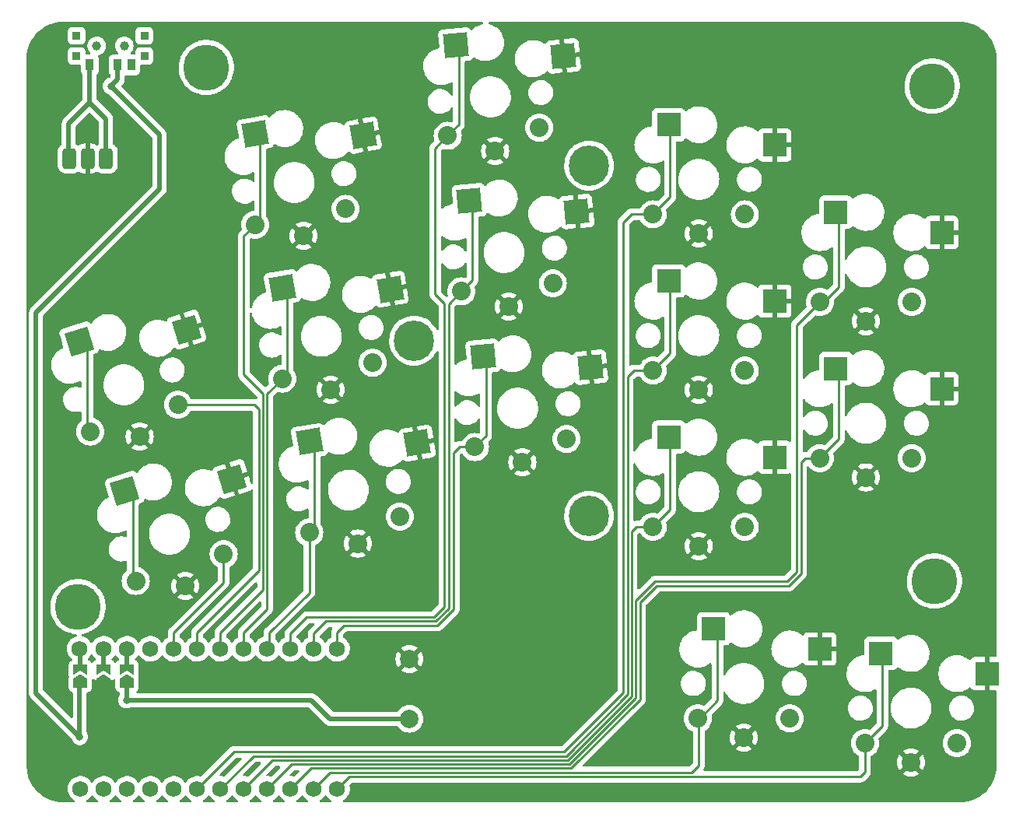
<source format=gbl>
%TF.GenerationSoftware,KiCad,Pcbnew,(6.0.4)*%
%TF.CreationDate,2022-07-08T06:12:19+02:00*%
%TF.ProjectId,battoota,62617474-6f6f-4746-912e-6b696361645f,v1.0.0*%
%TF.SameCoordinates,Original*%
%TF.FileFunction,Copper,L2,Bot*%
%TF.FilePolarity,Positive*%
%FSLAX46Y46*%
G04 Gerber Fmt 4.6, Leading zero omitted, Abs format (unit mm)*
G04 Created by KiCad (PCBNEW (6.0.4)) date 2022-07-08 06:12:19*
%MOMM*%
%LPD*%
G01*
G04 APERTURE LIST*
G04 Aperture macros list*
%AMRoundRect*
0 Rectangle with rounded corners*
0 $1 Rounding radius*
0 $2 $3 $4 $5 $6 $7 $8 $9 X,Y pos of 4 corners*
0 Add a 4 corners polygon primitive as box body*
4,1,4,$2,$3,$4,$5,$6,$7,$8,$9,$2,$3,0*
0 Add four circle primitives for the rounded corners*
1,1,$1+$1,$2,$3*
1,1,$1+$1,$4,$5*
1,1,$1+$1,$6,$7*
1,1,$1+$1,$8,$9*
0 Add four rect primitives between the rounded corners*
20,1,$1+$1,$2,$3,$4,$5,0*
20,1,$1+$1,$4,$5,$6,$7,0*
20,1,$1+$1,$6,$7,$8,$9,0*
20,1,$1+$1,$8,$9,$2,$3,0*%
%AMRotRect*
0 Rectangle, with rotation*
0 The origin of the aperture is its center*
0 $1 length*
0 $2 width*
0 $3 Rotation angle, in degrees counterclockwise*
0 Add horizontal line*
21,1,$1,$2,0,0,$3*%
%AMFreePoly0*
4,1,6,1.000000,0.000000,0.500000,-0.750000,-0.500000,-0.750000,-0.500000,0.750000,0.500000,0.750000,1.000000,0.000000,1.000000,0.000000,$1*%
%AMFreePoly1*
4,1,6,0.500000,-0.750000,-0.650000,-0.750000,-0.150000,0.000000,-0.650000,0.750000,0.500000,0.750000,0.500000,-0.750000,0.500000,-0.750000,$1*%
G04 Aperture macros list end*
%TA.AperFunction,ComponentPad*%
%ADD10C,5.000000*%
%TD*%
%TA.AperFunction,ComponentPad*%
%ADD11C,2.000000*%
%TD*%
%TA.AperFunction,SMDPad,CuDef*%
%ADD12RotRect,2.600000X2.600000X10.000000*%
%TD*%
%TA.AperFunction,ComponentPad*%
%ADD13C,2.032000*%
%TD*%
%TA.AperFunction,SMDPad,CuDef*%
%ADD14RotRect,2.600000X2.600000X5.000000*%
%TD*%
%TA.AperFunction,SMDPad,CuDef*%
%ADD15R,2.600000X2.600000*%
%TD*%
%TA.AperFunction,SMDPad,CuDef*%
%ADD16R,0.900000X0.900000*%
%TD*%
%TA.AperFunction,WasherPad*%
%ADD17C,1.000000*%
%TD*%
%TA.AperFunction,SMDPad,CuDef*%
%ADD18R,0.900000X1.250000*%
%TD*%
%TA.AperFunction,ComponentPad*%
%ADD19RoundRect,0.375000X-0.375000X-0.750000X0.375000X-0.750000X0.375000X0.750000X-0.375000X0.750000X0*%
%TD*%
%TA.AperFunction,SMDPad,CuDef*%
%ADD20RotRect,2.600000X2.600000X17.000000*%
%TD*%
%TA.AperFunction,ComponentPad*%
%ADD21C,1.752600*%
%TD*%
%TA.AperFunction,SMDPad,CuDef*%
%ADD22FreePoly0,90.000000*%
%TD*%
%TA.AperFunction,SMDPad,CuDef*%
%ADD23R,0.500000X1.524000*%
%TD*%
%TA.AperFunction,SMDPad,CuDef*%
%ADD24FreePoly1,90.000000*%
%TD*%
%TA.AperFunction,ComponentPad*%
%ADD25C,4.400000*%
%TD*%
%TA.AperFunction,ViaPad*%
%ADD26C,0.800000*%
%TD*%
%TA.AperFunction,Conductor*%
%ADD27C,0.500000*%
%TD*%
%TA.AperFunction,Conductor*%
%ADD28C,0.250000*%
%TD*%
G04 APERTURE END LIST*
D10*
%TO.P,,1,1*%
%TO.N,N/C*%
X47860791Y58573254D03*
%TD*%
%TO.P,,1,1*%
%TO.N,N/C*%
X141078791Y61367254D03*
%TD*%
%TO.P,,1,1*%
%TO.N,N/C*%
X140824791Y115215254D03*
%TD*%
%TO.P,,1,1*%
%TO.N,N/C*%
X61830791Y117247254D03*
%TD*%
D11*
%TO.P,B1,2*%
%TO.N,GND*%
X83928791Y52881254D03*
%TO.P,B1,1*%
%TO.N,RST*%
X83928791Y46381254D03*
%TD*%
D12*
%TO.P,S11,1*%
%TO.N,P19*%
X67128657Y110035975D03*
D13*
X67122934Y100134557D03*
X76971012Y101871038D03*
D12*
%TO.P,S11,2*%
%TO.N,GND*%
X78885214Y109875034D03*
D13*
X72411634Y98934701D03*
%TD*%
%TO.P,S15,1*%
%TO.N,P16*%
X89571861Y92892848D03*
D14*
X90440528Y102756090D03*
D13*
X99533808Y93764406D03*
D14*
%TO.P,S15,2*%
%TO.N,GND*%
X102138320Y101571110D03*
D13*
X94735862Y91236618D03*
%TD*%
D15*
%TO.P,S21,1*%
%TO.N,P4*%
X112149790Y94027254D03*
D13*
X120424791Y84277254D03*
X110424791Y84277254D03*
%TO.P,S21,2*%
%TO.N,GND*%
X115424791Y82177254D03*
D15*
X123699791Y91827253D03*
%TD*%
D16*
%TO.P,T2,*%
%TO.N,*%
X55089406Y120708838D03*
X47689406Y120708838D03*
X55089406Y118508838D03*
X47689406Y118508838D03*
D17*
X49889406Y119608838D03*
X52889406Y119608838D03*
D18*
%TO.P,T2,1*%
%TO.N,Braw*%
X49139406Y117533838D03*
%TO.P,T2,2*%
%TO.N,RAW*%
X52139406Y117533838D03*
%TO.P,T2,3*%
%TO.N,N/C*%
X53639406Y117533838D03*
%TD*%
D13*
%TO.P,S29,1*%
%TO.N,P6*%
X128599495Y91744491D03*
X138599495Y91744491D03*
D15*
X130324494Y101494491D03*
D13*
%TO.P,S29,2*%
%TO.N,GND*%
X133599495Y89644491D03*
D15*
X141874495Y99294490D03*
%TD*%
%TO.P,S33,1*%
%TO.N,P9*%
X135236791Y53493254D03*
D13*
X143511792Y43743254D03*
X133511792Y43743254D03*
%TO.P,S33,2*%
%TO.N,GND*%
X138511792Y41643254D03*
D15*
X146786792Y51293253D03*
%TD*%
D13*
%TO.P,S7,1*%
%TO.N,P15*%
X82875050Y68387574D03*
D12*
X73032695Y76552511D03*
D13*
X73026972Y66651093D03*
D12*
%TO.P,S7,2*%
%TO.N,GND*%
X84789252Y76391570D03*
D13*
X78315672Y65451237D03*
%TD*%
D19*
%TO.P,PAD1,1*%
%TO.N,Braw*%
X50908791Y107341254D03*
%TO.P,PAD1,2*%
%TO.N,GND*%
X48908791Y107341254D03*
%TO.P,PAD1,3*%
%TO.N,Braw*%
X46908791Y107341254D03*
%TD*%
D13*
%TO.P,S5,1*%
%TO.N,P20*%
X58734795Y80557863D03*
D20*
X47970748Y87462459D03*
D13*
X49171748Y77634146D03*
D20*
%TO.P,S5,2*%
%TO.N,GND*%
X59659287Y88735481D03*
D13*
X54567252Y77087765D03*
%TD*%
%TO.P,S27,1*%
%TO.N,P7*%
X138599495Y74744491D03*
D15*
X130324494Y84494491D03*
D13*
X128599495Y74744491D03*
%TO.P,S27,2*%
%TO.N,GND*%
X133599495Y72644491D03*
D15*
X141874495Y82294490D03*
%TD*%
D13*
%TO.P,S9,2*%
%TO.N,GND*%
X75363653Y82192969D03*
D12*
X81837233Y93133302D03*
%TO.P,S9,1*%
%TO.N,P18*%
X70080676Y93294243D03*
D13*
X70074953Y83392825D03*
X79923031Y85129306D03*
%TD*%
%TO.P,S13,1*%
%TO.N,P10*%
X91053509Y75957538D03*
D14*
X91922176Y85820780D03*
D13*
X101015456Y76829096D03*
%TO.P,S13,2*%
%TO.N,GND*%
X96217510Y74301308D03*
D14*
X103619968Y84635800D03*
%TD*%
%TO.P,S17,1*%
%TO.N,P14*%
X88958881Y119691400D03*
D13*
X98052161Y110699716D03*
X88090214Y109828158D03*
%TO.P,S17,2*%
%TO.N,GND*%
X93254215Y108171928D03*
D14*
X100656673Y118506420D03*
%TD*%
D13*
%TO.P,S31,2*%
%TO.N,GND*%
X120321152Y44326273D03*
D15*
X128596152Y53976272D03*
%TO.P,S31,1*%
%TO.N,P8*%
X117046151Y56176273D03*
D13*
X115321152Y46426273D03*
X125321152Y46426273D03*
%TD*%
D21*
%TO.P,MCU1,24*%
%TO.N,P9*%
X76054791Y38761254D03*
%TO.P,MCU1,23*%
%TO.N,P8*%
X73514791Y38761254D03*
%TO.P,MCU1,22*%
%TO.N,P7*%
X70974791Y38761254D03*
%TO.P,MCU1,21*%
%TO.N,P6*%
X68434791Y38761254D03*
%TO.P,MCU1,20*%
%TO.N,P5*%
X65894791Y38761254D03*
%TO.P,MCU1,19*%
%TO.N,P4*%
X63354791Y38761254D03*
%TO.P,MCU1,18*%
%TO.N,P3*%
X60814791Y38761254D03*
%TO.P,MCU1,17*%
%TO.N,P2*%
X58274791Y38761254D03*
%TO.P,MCU1,16*%
%TO.N,N/C*%
X55734791Y38761254D03*
%TO.P,MCU1,12*%
%TO.N,P10*%
X76054791Y54001254D03*
%TO.P,MCU1,11*%
%TO.N,P16*%
X73514791Y54001254D03*
%TO.P,MCU1,10*%
%TO.N,P14*%
X70974791Y54001254D03*
%TO.P,MCU1,9*%
%TO.N,P15*%
X68434791Y54001254D03*
%TO.P,MCU1,8*%
%TO.N,P18*%
X65894791Y54001254D03*
%TO.P,MCU1,7*%
%TO.N,P19*%
X63354791Y54001254D03*
%TO.P,MCU1,6*%
%TO.N,P20*%
X60814791Y54001254D03*
%TO.P,MCU1,5*%
%TO.N,P21*%
X58274791Y54001254D03*
%TO.P,MCU1,4*%
%TO.N,N/C*%
X55734791Y54001254D03*
D22*
%TO.P,MCU1,3*%
%TO.N,RST*%
X53194791Y50294777D03*
%TO.P,MCU1,2*%
%TO.N,GND*%
X50654791Y50294777D03*
%TO.P,MCU1,1*%
%TO.N,RAW*%
X48114791Y50294777D03*
D21*
%TO.P,MCU1,*%
%TO.N,*%
X50654791Y54001254D03*
X48114791Y38761254D03*
X48031045Y54001254D03*
D23*
X50654791Y52669777D03*
D24*
X53194791Y51744777D03*
D23*
X48114791Y52669777D03*
D21*
X53194791Y54001254D03*
X53194791Y38761254D03*
D23*
X53194791Y52669777D03*
D24*
X48114791Y51744777D03*
X50654791Y51744777D03*
D21*
X50654791Y38761254D03*
%TD*%
D20*
%TO.P,S3,2*%
%TO.N,GND*%
X64629606Y72478300D03*
D13*
X59537571Y60830584D03*
%TO.P,S3,1*%
%TO.N,P21*%
X63705114Y64300682D03*
D20*
X52941067Y71205278D03*
D13*
X54142067Y61376965D03*
%TD*%
D25*
%TO.P,REF\u002A\u002A,1*%
%TO.N,N/C*%
X84436791Y87529254D03*
X103486791Y68479254D03*
X103486791Y106579254D03*
%TD*%
D15*
%TO.P,S23,1*%
%TO.N,P3*%
X112149790Y111027254D03*
D13*
X120424791Y101277254D03*
X110424791Y101277254D03*
%TO.P,S23,2*%
%TO.N,GND*%
X115424791Y99177254D03*
D15*
X123699791Y108827253D03*
%TD*%
%TO.P,S19,1*%
%TO.N,P5*%
X112149790Y77027254D03*
D13*
X110424791Y67277254D03*
X120424791Y67277254D03*
D15*
%TO.P,S19,2*%
%TO.N,GND*%
X123699791Y74827253D03*
D13*
X115424791Y65177254D03*
%TD*%
D26*
%TO.N,GND*%
X50606907Y46328628D03*
%TO.N,RAW*%
X48044190Y44424041D03*
X51441433Y115221539D03*
%TO.N,RST*%
X53150987Y48413823D03*
%TD*%
D27*
%TO.N,Braw*%
X50908791Y111676484D02*
X50908791Y107341254D01*
X49139406Y113445869D02*
X50908791Y111676484D01*
X49139406Y117533838D02*
X49139406Y113445869D01*
X46844791Y111151254D02*
X46844791Y107405254D01*
X49139406Y113445869D02*
X46844791Y111151254D01*
X46844791Y107405254D02*
X46908791Y107341254D01*
%TO.N,RAW*%
X56750791Y104039254D02*
X56750791Y109912181D01*
X43288791Y49179440D02*
X43288791Y90577254D01*
X56750791Y109912181D02*
X51441433Y115221539D01*
X48044190Y44424041D02*
X43288791Y49179440D01*
X43288791Y90577254D02*
X56750791Y104039254D01*
%TO.N,RST*%
X73261360Y48413823D02*
X75293929Y46381254D01*
X75293929Y46381254D02*
X83928791Y46381254D01*
X53150987Y48413823D02*
X73261360Y48413823D01*
D28*
%TO.N,P8*%
X115424791Y41301254D02*
X115424791Y46322634D01*
X114662791Y40539254D02*
X115424791Y41301254D01*
X73514791Y38761254D02*
X75292791Y40539254D01*
X75292791Y40539254D02*
X114662791Y40539254D01*
%TO.N,P9*%
X133009271Y40089734D02*
X133511792Y40592255D01*
X77383271Y40089734D02*
X133009271Y40089734D01*
X133511792Y40592255D02*
X133511792Y43743254D01*
X76054791Y38761254D02*
X77383271Y40089734D01*
%TO.N,P6*%
X126092791Y89237786D02*
X128599495Y91744491D01*
X108566791Y48667254D02*
X108566791Y59208972D01*
X108566791Y59208972D02*
X110666594Y61308774D01*
X125018311Y61308774D02*
X126092791Y62383254D01*
X71111831Y41438294D02*
X101337831Y41438294D01*
X101337831Y41438294D02*
X108566791Y48667254D01*
X68434791Y38761254D02*
X71111831Y41438294D01*
X110666594Y61308774D02*
X125018311Y61308774D01*
X126092791Y62383254D02*
X126092791Y89237786D01*
%TO.N,P7*%
X127024028Y74744491D02*
X128599495Y74744491D01*
X126542311Y74262774D02*
X127024028Y74744491D01*
X126542311Y62197056D02*
X126542311Y74262774D01*
X109016311Y59022774D02*
X110852791Y60859254D01*
X109016311Y48481057D02*
X109016311Y59022774D01*
X110852791Y60859254D02*
X125204509Y60859254D01*
X101524029Y40988774D02*
X109016311Y48481057D01*
X125204509Y60859254D02*
X126542311Y62197056D01*
X73202311Y40988774D02*
X101524029Y40988774D01*
X70974791Y38761254D02*
X73202311Y40988774D01*
%TO.N,P10*%
X88754791Y58319254D02*
X88754791Y75337254D01*
X88754791Y75337254D02*
X89375075Y75957538D01*
X86976791Y56541254D02*
X88754791Y58319254D01*
X89375075Y75957538D02*
X91053509Y75957538D01*
X76816791Y56541254D02*
X86976791Y56541254D01*
X76054791Y55779254D02*
X76816791Y56541254D01*
X76054791Y54001254D02*
X76054791Y55779254D01*
%TO.N,P20*%
X67535751Y80046294D02*
X67024182Y80557863D01*
X67024182Y80557863D02*
X58734795Y80557863D01*
X67535751Y62500214D02*
X67535751Y80046294D01*
X60814791Y55779254D02*
X67535751Y62500214D01*
X60814791Y54001254D02*
X60814791Y55779254D01*
%TO.N,P3*%
X108090791Y101277254D02*
X110424791Y101277254D01*
X107218231Y49225848D02*
X107218231Y100404694D01*
X107218231Y100404694D02*
X108090791Y101277254D01*
X100779237Y42786854D02*
X107218231Y49225848D01*
X64840391Y42786854D02*
X100779237Y42786854D01*
X60814791Y38761254D02*
X64840391Y42786854D01*
%TO.N,P4*%
X107667751Y49039650D02*
X107667751Y83582214D01*
X107667751Y83582214D02*
X108362791Y84277254D01*
X100965435Y42337334D02*
X107667751Y49039650D01*
X66930871Y42337334D02*
X100965435Y42337334D01*
X108362791Y84277254D02*
X110424791Y84277254D01*
X63354791Y38761254D02*
X66930871Y42337334D01*
%TO.N,P5*%
X101151633Y41887814D02*
X108117271Y48853452D01*
X108634791Y67277254D02*
X110424791Y67277254D01*
X69021351Y41887814D02*
X101151633Y41887814D01*
X108117271Y48853452D02*
X108117271Y66759734D01*
X108117271Y66759734D02*
X108634791Y67277254D01*
X65894791Y38761254D02*
X69021351Y41887814D01*
%TO.N,P7*%
X130654161Y76799157D02*
X128459920Y74604916D01*
X130654161Y83454265D02*
X130654161Y76799157D01*
X130184920Y83923506D02*
X130654161Y83454265D01*
%TO.N,P18*%
X65894791Y54001254D02*
X65894791Y55779254D01*
X65894791Y55779254D02*
X68434791Y58319254D01*
X68434791Y58319254D02*
X68434791Y81752663D01*
X68434791Y81752663D02*
X70074953Y83392825D01*
%TO.N,P19*%
X65894791Y98906414D02*
X67122934Y100134557D01*
X67985271Y81755774D02*
X65894791Y83846254D01*
X65894791Y83846254D02*
X65894791Y98906414D01*
X67985271Y60409734D02*
X67985271Y81755774D01*
X63354791Y55779254D02*
X67985271Y60409734D01*
X63354791Y54001254D02*
X63354791Y55779254D01*
%TO.N,P15*%
X73026972Y60117435D02*
X73026972Y66651093D01*
X68688791Y54255254D02*
X68688791Y55779254D01*
X68688791Y55779254D02*
X73026972Y60117435D01*
X68434791Y54001254D02*
X68688791Y54255254D01*
%TO.N,P16*%
X88188311Y91509298D02*
X89571861Y92892848D01*
X74853311Y56990774D02*
X86790593Y56990774D01*
X86790593Y56990774D02*
X88188311Y58388492D01*
X73514791Y55652254D02*
X74853311Y56990774D01*
X73514791Y54001254D02*
X73514791Y55652254D01*
X88188311Y58388492D02*
X88188311Y91509298D01*
%TO.N,P14*%
X87738791Y91593254D02*
X86722791Y92609254D01*
X87738791Y58574690D02*
X87738791Y91593254D01*
X86722791Y92609254D02*
X86722791Y108460735D01*
X72762831Y57440294D02*
X86604395Y57440294D01*
X86722791Y108460735D02*
X88090214Y109828158D01*
X70974791Y55652254D02*
X72762831Y57440294D01*
X86604395Y57440294D02*
X87738791Y58574690D01*
X70974791Y54001254D02*
X70974791Y55652254D01*
%TO.N,P21*%
X63705114Y61209577D02*
X63705114Y64300682D01*
X58274791Y54001254D02*
X58274791Y55779254D01*
X58274791Y55779254D02*
X63705114Y61209577D01*
%TO.N,P8*%
X117437957Y55924472D02*
X117437957Y48353473D01*
X117210956Y56151473D02*
X117437957Y55924472D01*
X117437957Y48353473D02*
X115485957Y46401473D01*
%TO.N,P9*%
X135386313Y45617775D02*
X133511792Y43743254D01*
X135386313Y53343732D02*
X135386313Y45617775D01*
X135236791Y53493254D02*
X135386313Y53343732D01*
%TO.N,P20*%
X47655954Y88184596D02*
X48856953Y86983597D01*
X48856953Y86983597D02*
X48856953Y78356283D01*
D27*
%TO.N,GND*%
X50631665Y46353386D02*
X50654791Y46376512D01*
X50654791Y46376512D02*
X50654791Y50217731D01*
D28*
%TO.N,P15*%
X73590450Y67214571D02*
X73026972Y66651093D01*
X73032696Y76552511D02*
X73590450Y75994757D01*
X73590450Y75994757D02*
X73590450Y67214571D01*
%TO.N,P18*%
X70638431Y83956303D02*
X70074953Y83392825D01*
X70638431Y92736489D02*
X70638431Y83956303D01*
X70080677Y93294243D02*
X70638431Y92736489D01*
%TO.N,P19*%
X67686412Y100698035D02*
X67122934Y100134557D01*
X67128658Y110035975D02*
X67686412Y109478221D01*
X67686412Y109478221D02*
X67686412Y100698035D01*
%TO.N,P10*%
X92270004Y77174033D02*
X91053509Y75957538D01*
X91922177Y85820780D02*
X92270004Y85472953D01*
X92270004Y85472953D02*
X92270004Y77174033D01*
%TO.N,P16*%
X90788356Y94109343D02*
X89571861Y92892848D01*
X90440529Y102756090D02*
X90788356Y102408263D01*
X90788356Y102408263D02*
X90788356Y94109343D01*
%TO.N,P14*%
X89306709Y111044653D02*
X88090214Y109828158D01*
X89306709Y119343573D02*
X89306709Y111044653D01*
X88958882Y119691400D02*
X89306709Y119343573D01*
%TO.N,P5*%
X112299312Y77420712D02*
X112299312Y69151775D01*
X112299312Y69151775D02*
X110424791Y67277254D01*
%TO.N,P4*%
X112299312Y94420712D02*
X112299312Y86151775D01*
X112299312Y86151775D02*
X110424791Y84277254D01*
%TO.N,P3*%
X112299312Y103151775D02*
X110424791Y101277254D01*
X112299312Y111420712D02*
X112299312Y103151775D01*
%TO.N,P6*%
X130654161Y100454265D02*
X130654161Y93367747D01*
X129030905Y91744491D02*
X128599495Y91744491D01*
X130654161Y93367747D02*
X129030905Y91744491D01*
X130184920Y100923506D02*
X130654161Y100454265D01*
%TO.N,P21*%
X52626273Y71927415D02*
X53827272Y70726416D01*
X53827272Y70726416D02*
X53827272Y62099102D01*
D27*
%TO.N,RAW*%
X48114791Y50217731D02*
X48044190Y50147130D01*
X48044190Y50147130D02*
X48044190Y44424041D01*
X52190791Y115970928D02*
X51492818Y115272955D01*
X52190791Y117585254D02*
X52190791Y115970928D01*
%TO.N,RST*%
X53194791Y48457627D02*
X53194791Y50217731D01*
X53150987Y48413823D02*
X53194791Y48457627D01*
%TD*%
%TA.AperFunction,Conductor*%
%TO.N,GND*%
G36*
X75747839Y122201752D02*
G01*
X91827448Y122201280D01*
X91895568Y122181276D01*
X91942059Y122127619D01*
X91952161Y122057345D01*
X91922666Y121992765D01*
X91862939Y121954383D01*
X91853645Y121952034D01*
X91666449Y121912244D01*
X91662320Y121910741D01*
X91662316Y121910740D01*
X91406638Y121817681D01*
X91406634Y121817679D01*
X91402493Y121816172D01*
X91154477Y121684299D01*
X91150918Y121681713D01*
X91150916Y121681712D01*
X90931227Y121522099D01*
X90927227Y121519193D01*
X90762341Y121359964D01*
X90761885Y121359524D01*
X90698988Y121326592D01*
X90628272Y121332892D01*
X90570624Y121379370D01*
X90568030Y121384795D01*
X90531879Y121425157D01*
X90476840Y121486608D01*
X90476837Y121486610D01*
X90470850Y121493295D01*
X90347124Y121570158D01*
X90206798Y121609206D01*
X90198897Y121609372D01*
X90198894Y121609372D01*
X90147676Y121610445D01*
X90147667Y121610445D01*
X90144264Y121610516D01*
X87458256Y121375520D01*
X87396899Y121363372D01*
X87389771Y121359964D01*
X87389770Y121359964D01*
X87319963Y121326592D01*
X87265486Y121300549D01*
X87258802Y121294562D01*
X87258800Y121294561D01*
X87163673Y121209359D01*
X87163671Y121209356D01*
X87156986Y121203369D01*
X87080123Y121079643D01*
X87041075Y120939317D01*
X87039765Y120876783D01*
X87163667Y119460583D01*
X87163817Y119458872D01*
X87149828Y119389267D01*
X87100428Y119338274D01*
X87064493Y119324643D01*
X86929380Y119295923D01*
X86877219Y119284836D01*
X86873090Y119283333D01*
X86873086Y119283332D01*
X86617408Y119190273D01*
X86617404Y119190271D01*
X86613263Y119188764D01*
X86365247Y119056891D01*
X86361688Y119054305D01*
X86361686Y119054304D01*
X86150524Y118900886D01*
X86137997Y118891785D01*
X86134833Y118888729D01*
X86134830Y118888727D01*
X86054621Y118811270D01*
X85935937Y118696658D01*
X85763001Y118475309D01*
X85760805Y118471505D01*
X85760800Y118471498D01*
X85688127Y118345624D01*
X85622553Y118232046D01*
X85517327Y117971603D01*
X85516262Y117967330D01*
X85516261Y117967328D01*
X85457019Y117729720D01*
X85449372Y117699051D01*
X85448913Y117694683D01*
X85448912Y117694678D01*
X85423939Y117457067D01*
X85420011Y117419694D01*
X85420164Y117415306D01*
X85420164Y117415300D01*
X85427497Y117205325D01*
X85429814Y117138969D01*
X85430576Y117134646D01*
X85430577Y117134639D01*
X85444086Y117058029D01*
X85478591Y116862340D01*
X85565392Y116595192D01*
X85567320Y116591239D01*
X85567322Y116591234D01*
X85609608Y116504536D01*
X85688529Y116342725D01*
X85690984Y116339086D01*
X85690987Y116339080D01*
X85739112Y116267732D01*
X85845604Y116109851D01*
X86033560Y115901105D01*
X86036922Y115898284D01*
X86036923Y115898283D01*
X86081302Y115861045D01*
X86248739Y115720548D01*
X86486953Y115571696D01*
X86666813Y115491617D01*
X86736303Y115460678D01*
X86743564Y115457445D01*
X86777570Y115447694D01*
X86999396Y115384087D01*
X87013579Y115380020D01*
X87017929Y115379409D01*
X87017932Y115379408D01*
X87120879Y115364940D01*
X87291741Y115340927D01*
X87502335Y115340927D01*
X87504521Y115341080D01*
X87504525Y115341080D01*
X87708016Y115355309D01*
X87708021Y115355310D01*
X87712401Y115355616D01*
X87987159Y115414018D01*
X87991288Y115415521D01*
X87991292Y115415522D01*
X88246970Y115508581D01*
X88246974Y115508583D01*
X88251115Y115510090D01*
X88488056Y115636074D01*
X88557593Y115650394D01*
X88623833Y115624847D01*
X88665746Y115567542D01*
X88673209Y115524823D01*
X88673209Y114313740D01*
X88653207Y114245619D01*
X88599551Y114199126D01*
X88529277Y114189022D01*
X88464697Y114218516D01*
X88439490Y114248375D01*
X88438405Y114250164D01*
X88373364Y114357348D01*
X88366047Y114369406D01*
X88366046Y114369407D01*
X88363278Y114373969D01*
X88321953Y114421592D01*
X88215578Y114544179D01*
X88215576Y114544181D01*
X88212078Y114548212D01*
X88125022Y114619594D01*
X88037810Y114691104D01*
X88037804Y114691108D01*
X88033682Y114694488D01*
X87833190Y114808614D01*
X87828174Y114810435D01*
X87828169Y114810437D01*
X87621350Y114885509D01*
X87621346Y114885510D01*
X87616335Y114887329D01*
X87611086Y114888278D01*
X87611083Y114888279D01*
X87393402Y114927642D01*
X87393395Y114927643D01*
X87389318Y114928380D01*
X87371581Y114929216D01*
X87366633Y114929450D01*
X87366626Y114929450D01*
X87365145Y114929520D01*
X87203000Y114929520D01*
X87136044Y114923839D01*
X87036363Y114915381D01*
X87036359Y114915380D01*
X87031052Y114914930D01*
X87025897Y114913592D01*
X87025891Y114913591D01*
X86812922Y114858315D01*
X86812918Y114858314D01*
X86807753Y114856973D01*
X86802887Y114854781D01*
X86802884Y114854780D01*
X86704446Y114810437D01*
X86597410Y114762221D01*
X86592990Y114759245D01*
X86592986Y114759243D01*
X86512288Y114704913D01*
X86406040Y114633382D01*
X86239113Y114474142D01*
X86235925Y114469857D01*
X86104826Y114293653D01*
X86101404Y114289054D01*
X86098989Y114284304D01*
X86044302Y114176742D01*
X85996848Y114083408D01*
X85975776Y114015546D01*
X85930020Y113868190D01*
X85930019Y113868184D01*
X85928436Y113863087D01*
X85918147Y113785457D01*
X85900346Y113651142D01*
X85898125Y113634388D01*
X85906779Y113403852D01*
X85954153Y113178070D01*
X85956111Y113173111D01*
X85956112Y113173109D01*
X85965317Y113149800D01*
X86038892Y112963498D01*
X86109642Y112846906D01*
X86149622Y112781021D01*
X86158572Y112766271D01*
X86162069Y112762241D01*
X86304170Y112598484D01*
X86309772Y112592028D01*
X86313903Y112588641D01*
X86484040Y112449136D01*
X86484046Y112449132D01*
X86488168Y112445752D01*
X86688660Y112331626D01*
X86693676Y112329805D01*
X86693681Y112329803D01*
X86900500Y112254731D01*
X86900504Y112254730D01*
X86905515Y112252911D01*
X86910764Y112251962D01*
X86910767Y112251961D01*
X87128448Y112212598D01*
X87128455Y112212597D01*
X87132532Y112211860D01*
X87150269Y112211024D01*
X87155217Y112210790D01*
X87155224Y112210790D01*
X87156705Y112210720D01*
X87318850Y112210720D01*
X87385806Y112216401D01*
X87485487Y112224859D01*
X87485491Y112224860D01*
X87490798Y112225310D01*
X87495953Y112226648D01*
X87495959Y112226649D01*
X87708928Y112281925D01*
X87708932Y112281926D01*
X87714097Y112283267D01*
X87718963Y112285459D01*
X87718966Y112285460D01*
X87919574Y112375827D01*
X87924440Y112378019D01*
X87928860Y112380995D01*
X87928864Y112380997D01*
X88064500Y112472314D01*
X88115810Y112506858D01*
X88282737Y112666098D01*
X88360663Y112770834D01*
X88417262Y112846906D01*
X88417264Y112846909D01*
X88420446Y112851186D01*
X88434892Y112879599D01*
X88483596Y112931257D01*
X88552496Y112948383D01*
X88619717Y112925540D01*
X88663918Y112869981D01*
X88673209Y112822494D01*
X88673209Y111415843D01*
X88653207Y111347722D01*
X88599551Y111301229D01*
X88529277Y111291125D01*
X88517795Y111293324D01*
X88334249Y111337390D01*
X88334243Y111337391D01*
X88329436Y111338545D01*
X88090214Y111357372D01*
X87850992Y111338545D01*
X87846185Y111337391D01*
X87846179Y111337390D01*
X87719835Y111307057D01*
X87617661Y111282527D01*
X87613090Y111280634D01*
X87613088Y111280633D01*
X87400537Y111192592D01*
X87400535Y111192591D01*
X87395965Y111190698D01*
X87191365Y111065318D01*
X87187598Y111062101D01*
X87187597Y111062100D01*
X87097180Y110984877D01*
X87008896Y110909476D01*
X87005683Y110905714D01*
X86923589Y110809593D01*
X86853054Y110727007D01*
X86727674Y110522407D01*
X86725781Y110517837D01*
X86725780Y110517835D01*
X86648743Y110331850D01*
X86635845Y110300711D01*
X86624659Y110254118D01*
X86580982Y110072193D01*
X86580981Y110072187D01*
X86579827Y110067380D01*
X86561000Y109828158D01*
X86579827Y109588936D01*
X86580981Y109584129D01*
X86580982Y109584123D01*
X86635845Y109355605D01*
X86633610Y109355068D01*
X86635416Y109293638D01*
X86602624Y109236472D01*
X86466426Y109100275D01*
X86330533Y108964382D01*
X86322254Y108956848D01*
X86315773Y108952735D01*
X86285067Y108920036D01*
X86269148Y108903084D01*
X86266393Y108900242D01*
X86246656Y108880505D01*
X86244176Y108877308D01*
X86236473Y108868288D01*
X86206205Y108836056D01*
X86202386Y108829110D01*
X86202384Y108829107D01*
X86196443Y108818301D01*
X86185592Y108801782D01*
X86173177Y108785776D01*
X86170032Y108778507D01*
X86170029Y108778503D01*
X86155617Y108745198D01*
X86150400Y108734548D01*
X86129096Y108695795D01*
X86127125Y108688120D01*
X86127125Y108688119D01*
X86124058Y108676173D01*
X86117654Y108657469D01*
X86113946Y108648899D01*
X86109610Y108638880D01*
X86108371Y108631057D01*
X86108368Y108631047D01*
X86102692Y108595211D01*
X86100286Y108583591D01*
X86096594Y108569211D01*
X86089291Y108540765D01*
X86089291Y108520511D01*
X86087740Y108500801D01*
X86084571Y108480792D01*
X86085317Y108472900D01*
X86088732Y108436774D01*
X86089291Y108424916D01*
X86089291Y92688021D01*
X86088764Y92676838D01*
X86087089Y92669345D01*
X86087338Y92661419D01*
X86087338Y92661418D01*
X86089229Y92601268D01*
X86089291Y92597309D01*
X86089291Y92569398D01*
X86089788Y92565464D01*
X86089788Y92565463D01*
X86089796Y92565398D01*
X86090729Y92553561D01*
X86092118Y92509365D01*
X86097769Y92489915D01*
X86101778Y92470554D01*
X86104317Y92450457D01*
X86107236Y92443086D01*
X86107236Y92443084D01*
X86120595Y92409342D01*
X86124440Y92398112D01*
X86132266Y92371173D01*
X86136773Y92355661D01*
X86140806Y92348842D01*
X86140808Y92348837D01*
X86147084Y92338226D01*
X86155779Y92320478D01*
X86163239Y92301637D01*
X86167901Y92295221D01*
X86167901Y92295220D01*
X86189227Y92265867D01*
X86195743Y92255947D01*
X86212104Y92228283D01*
X86218249Y92217892D01*
X86232570Y92203571D01*
X86245410Y92188538D01*
X86257319Y92172147D01*
X86263423Y92167097D01*
X86263428Y92167092D01*
X86291389Y92143961D01*
X86300170Y92135971D01*
X87068387Y91367753D01*
X87102412Y91305441D01*
X87105291Y91278658D01*
X87105291Y88786955D01*
X87085289Y88718834D01*
X87031633Y88672341D01*
X86961359Y88662237D01*
X86896779Y88691731D01*
X86864319Y88735405D01*
X86863124Y88738070D01*
X86841461Y88786385D01*
X86673017Y89066170D01*
X86670690Y89069154D01*
X86670685Y89069161D01*
X86474517Y89320696D01*
X86474515Y89320698D01*
X86472181Y89323691D01*
X86303375Y89493383D01*
X86244533Y89552534D01*
X86241861Y89555220D01*
X85985394Y89757402D01*
X85706496Y89927309D01*
X85703052Y89928875D01*
X85703048Y89928877D01*
X85544896Y90000784D01*
X85409205Y90062479D01*
X85097828Y90160954D01*
X84826300Y90212015D01*
X84780600Y90220609D01*
X84780598Y90220609D01*
X84776877Y90221309D01*
X84450999Y90242668D01*
X84447219Y90242460D01*
X84447218Y90242460D01*
X84349688Y90237092D01*
X84124915Y90224722D01*
X84121188Y90224061D01*
X84121184Y90224061D01*
X84046986Y90210911D01*
X83803348Y90167732D01*
X83799732Y90166630D01*
X83799724Y90166628D01*
X83509178Y90078076D01*
X83490958Y90072523D01*
X83192268Y89940473D01*
X83113058Y89893348D01*
X82914865Y89775437D01*
X82914859Y89775433D01*
X82911605Y89773497D01*
X82908603Y89771181D01*
X82667634Y89585274D01*
X82653035Y89574011D01*
X82579573Y89501694D01*
X82470645Y89394463D01*
X82420304Y89344907D01*
X82417940Y89341940D01*
X82417937Y89341937D01*
X82227968Y89103541D01*
X82216782Y89089503D01*
X82045417Y88811497D01*
X82023989Y88765015D01*
X81919432Y88538212D01*
X81908693Y88514918D01*
X81907532Y88511314D01*
X81907532Y88511313D01*
X81894004Y88469304D01*
X81808588Y88204062D01*
X81807870Y88200351D01*
X81807869Y88200347D01*
X81747273Y87887149D01*
X81747272Y87887140D01*
X81746554Y87883430D01*
X81746287Y87879654D01*
X81746286Y87879649D01*
X81724296Y87569069D01*
X81723489Y87557669D01*
X81726912Y87488904D01*
X81738255Y87261068D01*
X81739727Y87231495D01*
X81740368Y87227764D01*
X81740369Y87227756D01*
X81793221Y86920176D01*
X81795032Y86909635D01*
X81796120Y86905996D01*
X81796121Y86905993D01*
X81876108Y86638538D01*
X81888605Y86596750D01*
X81890118Y86593279D01*
X81890120Y86593273D01*
X81956034Y86442043D01*
X82019088Y86297373D01*
X82021011Y86294102D01*
X82021013Y86294098D01*
X82083624Y86187594D01*
X82184593Y86015840D01*
X82186894Y86012825D01*
X82380422Y85759242D01*
X82380427Y85759237D01*
X82382722Y85756229D01*
X82441853Y85695529D01*
X82605901Y85527130D01*
X82610605Y85522301D01*
X82695374Y85454023D01*
X82861987Y85319823D01*
X82861992Y85319819D01*
X82864940Y85317445D01*
X83142044Y85144627D01*
X83437903Y85006351D01*
X83517270Y84980333D01*
X83737384Y84908176D01*
X83748231Y84904620D01*
X84068533Y84840908D01*
X84072305Y84840621D01*
X84072313Y84840620D01*
X84390393Y84816425D01*
X84390398Y84816425D01*
X84394170Y84816138D01*
X84720424Y84830668D01*
X84726635Y84831702D01*
X85038828Y84883664D01*
X85038833Y84883665D01*
X85042569Y84884287D01*
X85355940Y84976220D01*
X85359407Y84977710D01*
X85359411Y84977711D01*
X85652512Y85103638D01*
X85652514Y85103639D01*
X85655996Y85105135D01*
X85938392Y85269163D01*
X86199036Y85465930D01*
X86379393Y85639794D01*
X86431423Y85689951D01*
X86431426Y85689954D01*
X86434154Y85692584D01*
X86544219Y85827778D01*
X86637946Y85942903D01*
X86637949Y85942907D01*
X86640340Y85945844D01*
X86652338Y85964860D01*
X86812579Y86218826D01*
X86812581Y86218829D01*
X86814606Y86222039D01*
X86820784Y86235078D01*
X86865424Y86329303D01*
X86912665Y86382301D01*
X86981060Y86401345D01*
X87048893Y86380388D01*
X87094628Y86326085D01*
X87105291Y86275357D01*
X87105291Y58889285D01*
X87085289Y58821164D01*
X87068386Y58800190D01*
X86378895Y58110699D01*
X86316583Y58076673D01*
X86289800Y58073794D01*
X72841594Y58073794D01*
X72830410Y58074321D01*
X72822922Y58075995D01*
X72814999Y58075746D01*
X72754864Y58073856D01*
X72750906Y58073794D01*
X72722975Y58073794D01*
X72719060Y58073299D01*
X72719056Y58073299D01*
X72718998Y58073291D01*
X72718969Y58073288D01*
X72707127Y58072355D01*
X72662941Y58070967D01*
X72653606Y58068255D01*
X72643489Y58065316D01*
X72624137Y58061308D01*
X72611899Y58059762D01*
X72611897Y58059761D01*
X72604034Y58058768D01*
X72562917Y58042488D01*
X72551716Y58038653D01*
X72509237Y58026312D01*
X72502418Y58022279D01*
X72502413Y58022277D01*
X72491802Y58016001D01*
X72474052Y58007304D01*
X72455214Y57999846D01*
X72448798Y57995185D01*
X72448797Y57995184D01*
X72438838Y57987948D01*
X72419766Y57974091D01*
X72419456Y57973866D01*
X72409532Y57967347D01*
X72378291Y57948872D01*
X72378286Y57948868D01*
X72371468Y57944836D01*
X72357144Y57930512D01*
X72342112Y57917673D01*
X72325724Y57905766D01*
X72297543Y57871701D01*
X72289553Y57862921D01*
X70582538Y56155906D01*
X70574252Y56148366D01*
X70567773Y56144254D01*
X70562348Y56138477D01*
X70521148Y56094603D01*
X70518393Y56091761D01*
X70498656Y56072024D01*
X70496176Y56068827D01*
X70488473Y56059807D01*
X70458205Y56027575D01*
X70454386Y56020629D01*
X70454384Y56020626D01*
X70448443Y56009820D01*
X70437592Y55993301D01*
X70425177Y55977295D01*
X70422032Y55970026D01*
X70422029Y55970022D01*
X70407617Y55936717D01*
X70402400Y55926067D01*
X70381096Y55887314D01*
X70379125Y55879639D01*
X70379125Y55879638D01*
X70376058Y55867692D01*
X70369654Y55848988D01*
X70361610Y55830399D01*
X70360371Y55822576D01*
X70360368Y55822566D01*
X70354692Y55786730D01*
X70352286Y55775110D01*
X70347198Y55755293D01*
X70341291Y55732284D01*
X70341291Y55712030D01*
X70339740Y55692320D01*
X70336571Y55672311D01*
X70337317Y55664419D01*
X70340732Y55628293D01*
X70341291Y55616435D01*
X70341291Y55309215D01*
X70321289Y55241094D01*
X70273473Y55197452D01*
X70234335Y55177078D01*
X70206948Y55156515D01*
X70061280Y55047145D01*
X70052235Y55040354D01*
X69894911Y54875724D01*
X69879341Y54852899D01*
X69808575Y54749160D01*
X69753664Y54704158D01*
X69683139Y54695987D01*
X69619392Y54727241D01*
X69598695Y54751725D01*
X69538522Y54844739D01*
X69538520Y54844742D01*
X69535714Y54849079D01*
X69382459Y55017504D01*
X69370201Y55027185D01*
X69329137Y55085101D01*
X69322291Y55126068D01*
X69322291Y55464660D01*
X69342293Y55532781D01*
X69359196Y55553755D01*
X73419219Y59613778D01*
X73427509Y59621322D01*
X73433990Y59625435D01*
X73480631Y59675103D01*
X73483385Y59677944D01*
X73503106Y59697665D01*
X73505584Y59700860D01*
X73513290Y59709882D01*
X73538130Y59736334D01*
X73543558Y59742114D01*
X73553318Y59759867D01*
X73564171Y59776390D01*
X73571725Y59786129D01*
X73576585Y59792394D01*
X73594148Y59832978D01*
X73599355Y59843608D01*
X73620667Y59882375D01*
X73622638Y59890052D01*
X73622640Y59890057D01*
X73625704Y59901993D01*
X73632110Y59920705D01*
X73632929Y59922596D01*
X73640153Y59939290D01*
X73643096Y59957868D01*
X73647069Y59982954D01*
X73649476Y59994575D01*
X73658500Y60029724D01*
X73658500Y60029725D01*
X73660472Y60037405D01*
X73660472Y60057666D01*
X73662023Y60077377D01*
X73663951Y60089550D01*
X73665191Y60097378D01*
X73661031Y60141389D01*
X73660472Y60153246D01*
X73660472Y64206931D01*
X77436196Y64206931D01*
X77441923Y64199281D01*
X77617431Y64091730D01*
X77626225Y64087249D01*
X77838701Y63999239D01*
X77848086Y63996190D01*
X78071716Y63942500D01*
X78081463Y63940957D01*
X78310742Y63922912D01*
X78320602Y63922912D01*
X78549881Y63940957D01*
X78559628Y63942500D01*
X78783258Y63996190D01*
X78792643Y63999239D01*
X79005119Y64087249D01*
X79013913Y64091730D01*
X79185755Y64197034D01*
X79195215Y64207490D01*
X79191431Y64216268D01*
X78328484Y65079215D01*
X78314540Y65086829D01*
X78312707Y65086698D01*
X78306092Y65082447D01*
X77442956Y64219311D01*
X77436196Y64206931D01*
X73660472Y64206931D01*
X73660472Y65180823D01*
X73680474Y65248944D01*
X73722294Y65286802D01*
X73721221Y65288553D01*
X73858899Y65372923D01*
X73925821Y65413933D01*
X73934342Y65421210D01*
X73963727Y65446307D01*
X76787347Y65446307D01*
X76805392Y65217028D01*
X76806935Y65207281D01*
X76860625Y64983651D01*
X76863674Y64974266D01*
X76951684Y64761790D01*
X76956165Y64752996D01*
X77061469Y64581154D01*
X77071925Y64571694D01*
X77080703Y64575478D01*
X77943650Y65438425D01*
X77950028Y65450105D01*
X78680080Y65450105D01*
X78680211Y65448272D01*
X78684462Y65441657D01*
X79547598Y64578521D01*
X79559978Y64571761D01*
X79567628Y64577488D01*
X79675179Y64752996D01*
X79679660Y64761790D01*
X79767670Y64974266D01*
X79770719Y64983651D01*
X79824409Y65207281D01*
X79825952Y65217028D01*
X79843997Y65446307D01*
X79843997Y65456167D01*
X79825952Y65685446D01*
X79824409Y65695193D01*
X79770719Y65918823D01*
X79767670Y65928208D01*
X79679660Y66140684D01*
X79675179Y66149478D01*
X79569875Y66321320D01*
X79559419Y66330780D01*
X79550641Y66326996D01*
X78687694Y65464049D01*
X78680080Y65450105D01*
X77950028Y65450105D01*
X77951264Y65452369D01*
X77951133Y65454202D01*
X77946882Y65460817D01*
X77083746Y66323953D01*
X77071366Y66330713D01*
X77063716Y66324986D01*
X76956165Y66149478D01*
X76951684Y66140684D01*
X76863674Y65928208D01*
X76860625Y65918823D01*
X76806935Y65695193D01*
X76805392Y65685446D01*
X76787347Y65456167D01*
X76787347Y65446307D01*
X73963727Y65446307D01*
X74104528Y65566562D01*
X74108290Y65569775D01*
X74215406Y65695193D01*
X74260914Y65748476D01*
X74260915Y65748477D01*
X74264132Y65752244D01*
X74389512Y65956844D01*
X74429347Y66053013D01*
X74479447Y66173967D01*
X74479448Y66173969D01*
X74481341Y66178540D01*
X74528420Y66374637D01*
X74536204Y66407058D01*
X74536205Y66407064D01*
X74537359Y66411871D01*
X74556186Y66651093D01*
X74552732Y66694984D01*
X77436129Y66694984D01*
X77439913Y66686206D01*
X78302860Y65823259D01*
X78316804Y65815645D01*
X78318637Y65815776D01*
X78325252Y65820027D01*
X79188388Y66683163D01*
X79195148Y66695543D01*
X79189421Y66703193D01*
X79013913Y66810744D01*
X79005119Y66815225D01*
X78792643Y66903235D01*
X78783258Y66906284D01*
X78559628Y66959974D01*
X78549881Y66961517D01*
X78320602Y66979562D01*
X78310742Y66979562D01*
X78081463Y66961517D01*
X78071716Y66959974D01*
X77848086Y66906284D01*
X77838701Y66903235D01*
X77626225Y66815225D01*
X77617431Y66810744D01*
X77445589Y66705440D01*
X77436129Y66694984D01*
X74552732Y66694984D01*
X74537359Y66890315D01*
X74536205Y66895122D01*
X74536204Y66895128D01*
X74487557Y67097754D01*
X74481341Y67123646D01*
X74479447Y67128219D01*
X74391406Y67340770D01*
X74391405Y67340772D01*
X74389512Y67345342D01*
X74264132Y67549942D01*
X74254140Y67561641D01*
X74225108Y67626431D01*
X74223950Y67643473D01*
X74223950Y68387574D01*
X81345836Y68387574D01*
X81364663Y68148352D01*
X81365817Y68143545D01*
X81365818Y68143539D01*
X81377014Y68096906D01*
X81420681Y67915021D01*
X81422574Y67910450D01*
X81422575Y67910448D01*
X81491108Y67744995D01*
X81512510Y67693325D01*
X81637890Y67488725D01*
X81641107Y67484958D01*
X81641108Y67484957D01*
X81659236Y67463732D01*
X81793732Y67306256D01*
X81976201Y67150414D01*
X82180801Y67025034D01*
X82185371Y67023141D01*
X82185373Y67023140D01*
X82397924Y66935099D01*
X82402497Y66933205D01*
X82484087Y66913617D01*
X82631015Y66878342D01*
X82631021Y66878341D01*
X82635828Y66877187D01*
X82875050Y66858360D01*
X83114272Y66877187D01*
X83119079Y66878341D01*
X83119085Y66878342D01*
X83266013Y66913617D01*
X83347603Y66933205D01*
X83352176Y66935099D01*
X83564727Y67023140D01*
X83564729Y67023141D01*
X83569299Y67025034D01*
X83773899Y67150414D01*
X83956368Y67306256D01*
X84090864Y67463732D01*
X84108992Y67484957D01*
X84108993Y67484958D01*
X84112210Y67488725D01*
X84237590Y67693325D01*
X84258993Y67744995D01*
X84327525Y67910448D01*
X84327526Y67910450D01*
X84329419Y67915021D01*
X84373086Y68096906D01*
X84384282Y68143539D01*
X84384283Y68143545D01*
X84385437Y68148352D01*
X84404264Y68387574D01*
X84385437Y68626796D01*
X84384283Y68631603D01*
X84384282Y68631609D01*
X84343912Y68799760D01*
X84329419Y68860127D01*
X84325920Y68868574D01*
X84239484Y69077251D01*
X84239483Y69077253D01*
X84237590Y69081823D01*
X84112210Y69286423D01*
X83956368Y69468892D01*
X83773899Y69624734D01*
X83569299Y69750114D01*
X83564729Y69752007D01*
X83564727Y69752008D01*
X83352176Y69840049D01*
X83352174Y69840050D01*
X83347603Y69841943D01*
X83230917Y69869957D01*
X83119085Y69896806D01*
X83119079Y69896807D01*
X83114272Y69897961D01*
X82875050Y69916788D01*
X82635828Y69897961D01*
X82631021Y69896807D01*
X82631015Y69896806D01*
X82519183Y69869957D01*
X82402497Y69841943D01*
X82397926Y69840050D01*
X82397924Y69840049D01*
X82185373Y69752008D01*
X82185371Y69752007D01*
X82180801Y69750114D01*
X81976201Y69624734D01*
X81793732Y69468892D01*
X81637890Y69286423D01*
X81512510Y69081823D01*
X81510617Y69077253D01*
X81510616Y69077251D01*
X81424180Y68868574D01*
X81420681Y68860127D01*
X81406188Y68799760D01*
X81365818Y68631609D01*
X81365817Y68631603D01*
X81364663Y68626796D01*
X81345836Y68387574D01*
X74223950Y68387574D01*
X74223950Y71214944D01*
X75063662Y71214944D01*
X75064025Y71210796D01*
X75064025Y71210792D01*
X75081667Y71009144D01*
X75089400Y70920754D01*
X75090310Y70916682D01*
X75090311Y70916677D01*
X75143555Y70678477D01*
X75153820Y70632553D01*
X75155263Y70628630D01*
X75155264Y70628628D01*
X75177178Y70569069D01*
X75255792Y70355404D01*
X75393522Y70094176D01*
X75395942Y70090771D01*
X75562167Y69856868D01*
X75562172Y69856862D01*
X75564591Y69853458D01*
X75567435Y69850408D01*
X75567440Y69850402D01*
X75705108Y69702771D01*
X75765994Y69637479D01*
X75994193Y69450035D01*
X76245177Y69294418D01*
X76248994Y69292702D01*
X76248997Y69292701D01*
X76288119Y69275119D01*
X76514538Y69173362D01*
X76654231Y69131718D01*
X76754197Y69101917D01*
X76797543Y69088995D01*
X76801663Y69088342D01*
X76801665Y69088342D01*
X77085740Y69043348D01*
X77085746Y69043347D01*
X77089221Y69042797D01*
X77113780Y69041682D01*
X77180165Y69038667D01*
X77180186Y69038667D01*
X77181585Y69038603D01*
X77366049Y69038603D01*
X77585812Y69053200D01*
X77589911Y69054026D01*
X77589915Y69054027D01*
X77763338Y69088995D01*
X77875299Y69111570D01*
X78154523Y69207715D01*
X78324237Y69292701D01*
X78414843Y69338073D01*
X78414845Y69338074D01*
X78418579Y69339944D01*
X78662826Y69505935D01*
X78686354Y69526971D01*
X78879860Y69699986D01*
X78882975Y69702771D01*
X78897002Y69719136D01*
X79072437Y69923819D01*
X79072440Y69923823D01*
X79075157Y69926993D01*
X79077431Y69930495D01*
X79077435Y69930500D01*
X79233718Y70171154D01*
X79233721Y70171159D01*
X79235997Y70174664D01*
X79362667Y70441431D01*
X79366467Y70453265D01*
X79451663Y70718620D01*
X79451663Y70718621D01*
X79452943Y70722607D01*
X79483423Y70892009D01*
X79504499Y71009144D01*
X79504500Y71009149D01*
X79505238Y71013253D01*
X79505578Y71020722D01*
X79518445Y71304092D01*
X79518445Y71304097D01*
X79518634Y71308262D01*
X79518251Y71312646D01*
X79493260Y71598291D01*
X79492896Y71602452D01*
X79478721Y71665868D01*
X79429388Y71886575D01*
X79429386Y71886582D01*
X79428476Y71890653D01*
X79424593Y71901208D01*
X79367880Y72055346D01*
X79326504Y72167802D01*
X79266855Y72280936D01*
X81344791Y72280936D01*
X81344991Y72275606D01*
X81344991Y72275605D01*
X81346152Y72244681D01*
X81353445Y72050400D01*
X81400819Y71824618D01*
X81402777Y71819659D01*
X81402778Y71819657D01*
X81424357Y71765015D01*
X81485558Y71610046D01*
X81554968Y71495661D01*
X81602032Y71418103D01*
X81605238Y71412819D01*
X81608735Y71408789D01*
X81720056Y71280503D01*
X81756438Y71238576D01*
X81760569Y71235189D01*
X81930706Y71095684D01*
X81930712Y71095680D01*
X81934834Y71092300D01*
X82135326Y70978174D01*
X82140342Y70976353D01*
X82140347Y70976351D01*
X82347166Y70901279D01*
X82347170Y70901278D01*
X82352181Y70899459D01*
X82357430Y70898510D01*
X82357433Y70898509D01*
X82575114Y70859146D01*
X82575121Y70859145D01*
X82579198Y70858408D01*
X82596935Y70857572D01*
X82601883Y70857338D01*
X82601890Y70857338D01*
X82603371Y70857268D01*
X82765516Y70857268D01*
X82832472Y70862949D01*
X82932153Y70871407D01*
X82932157Y70871408D01*
X82937464Y70871858D01*
X82942619Y70873196D01*
X82942625Y70873197D01*
X83155594Y70928473D01*
X83155598Y70928474D01*
X83160763Y70929815D01*
X83165629Y70932007D01*
X83165632Y70932008D01*
X83366240Y71022375D01*
X83371106Y71024567D01*
X83375526Y71027543D01*
X83375530Y71027545D01*
X83509488Y71117732D01*
X83562476Y71153406D01*
X83729403Y71312646D01*
X83807865Y71418103D01*
X83863928Y71493454D01*
X83863930Y71493457D01*
X83867112Y71497734D01*
X83918238Y71598291D01*
X83969249Y71698622D01*
X83969249Y71698623D01*
X83971668Y71703380D01*
X84010934Y71829837D01*
X84038496Y71918598D01*
X84038497Y71918604D01*
X84040080Y71923701D01*
X84057977Y72058733D01*
X84069691Y72147115D01*
X84069691Y72147120D01*
X84070391Y72152400D01*
X84069824Y72167520D01*
X84062393Y72365449D01*
X84061737Y72382936D01*
X84014363Y72608718D01*
X84002183Y72639561D01*
X83966484Y72729956D01*
X83929624Y72823290D01*
X83816994Y73008899D01*
X83812713Y73015954D01*
X83812712Y73015955D01*
X83809944Y73020517D01*
X83806447Y73024547D01*
X83662244Y73190727D01*
X83662242Y73190729D01*
X83658744Y73194760D01*
X83598066Y73244513D01*
X83484476Y73337652D01*
X83484470Y73337656D01*
X83480348Y73341036D01*
X83279856Y73455162D01*
X83274840Y73456983D01*
X83274835Y73456985D01*
X83068016Y73532057D01*
X83068012Y73532058D01*
X83063001Y73533877D01*
X83057752Y73534826D01*
X83057749Y73534827D01*
X82840068Y73574190D01*
X82840061Y73574191D01*
X82835984Y73574928D01*
X82818247Y73575764D01*
X82813299Y73575998D01*
X82813292Y73575998D01*
X82811811Y73576068D01*
X82649666Y73576068D01*
X82582710Y73570387D01*
X82483029Y73561929D01*
X82483025Y73561928D01*
X82477718Y73561478D01*
X82472563Y73560140D01*
X82472557Y73560139D01*
X82259588Y73504863D01*
X82259584Y73504862D01*
X82254419Y73503521D01*
X82249553Y73501329D01*
X82249550Y73501328D01*
X82048978Y73410977D01*
X82044076Y73408769D01*
X82039656Y73405793D01*
X82039652Y73405791D01*
X81974055Y73361628D01*
X81852706Y73279930D01*
X81685779Y73120690D01*
X81682591Y73116405D01*
X81584714Y72984853D01*
X81548070Y72935602D01*
X81536498Y72912841D01*
X81458813Y72760046D01*
X81443514Y72729956D01*
X81418727Y72650129D01*
X81376686Y72514738D01*
X81376685Y72514732D01*
X81375102Y72509635D01*
X81363555Y72422515D01*
X81347915Y72304505D01*
X81344791Y72280936D01*
X79266855Y72280936D01*
X79188774Y72429030D01*
X79072456Y72592706D01*
X79020129Y72666338D01*
X79020124Y72666344D01*
X79017705Y72669748D01*
X79014861Y72672798D01*
X79014856Y72672804D01*
X78819148Y72882675D01*
X78816302Y72885727D01*
X78588103Y73073171D01*
X78337119Y73228788D01*
X78325291Y73234104D01*
X78237386Y73273610D01*
X78067758Y73349844D01*
X77856696Y73412764D01*
X77788752Y73433019D01*
X77788750Y73433019D01*
X77784753Y73434211D01*
X77780633Y73434864D01*
X77780631Y73434864D01*
X77496556Y73479858D01*
X77496550Y73479859D01*
X77493075Y73480409D01*
X77468516Y73481524D01*
X77402131Y73484539D01*
X77402110Y73484539D01*
X77400711Y73484603D01*
X77216247Y73484603D01*
X76996484Y73470006D01*
X76992385Y73469180D01*
X76992381Y73469179D01*
X76849787Y73440427D01*
X76706997Y73411636D01*
X76427773Y73315491D01*
X76349418Y73276254D01*
X76189614Y73196230D01*
X76163717Y73183262D01*
X75919470Y73017271D01*
X75916356Y73014487D01*
X75916355Y73014486D01*
X75883212Y72984853D01*
X75699321Y72820435D01*
X75696604Y72817265D01*
X75696603Y72817264D01*
X75513384Y72603499D01*
X75507139Y72596213D01*
X75504865Y72592711D01*
X75504861Y72592706D01*
X75348578Y72352052D01*
X75346299Y72348542D01*
X75344505Y72344764D01*
X75344504Y72344762D01*
X75325405Y72304540D01*
X75219629Y72081775D01*
X75218350Y72077792D01*
X75218349Y72077789D01*
X75138740Y71829837D01*
X75129353Y71800599D01*
X75122938Y71764948D01*
X75082576Y71540619D01*
X75077058Y71509953D01*
X75076869Y71505786D01*
X75076868Y71505779D01*
X75064581Y71235189D01*
X75063662Y71214944D01*
X74223950Y71214944D01*
X74223950Y74820435D01*
X74243952Y74888556D01*
X74297608Y74935049D01*
X74328070Y74944521D01*
X74577633Y74988526D01*
X74674391Y75005587D01*
X74698517Y75012596D01*
X74726867Y75020832D01*
X74726871Y75020834D01*
X74734455Y75023037D01*
X74741257Y75027052D01*
X74741260Y75027053D01*
X74812307Y75068988D01*
X74859893Y75097074D01*
X74866027Y75103618D01*
X74866030Y75103620D01*
X74953370Y75196791D01*
X74959510Y75203341D01*
X74963563Y75211347D01*
X74963565Y75211350D01*
X75021243Y75325286D01*
X75021244Y75325289D01*
X75025297Y75333295D01*
X75026633Y75340471D01*
X75066934Y75397892D01*
X75132663Y75424729D01*
X75202466Y75411769D01*
X75212266Y75406238D01*
X75308974Y75345809D01*
X75308978Y75345807D01*
X75312705Y75343478D01*
X75462827Y75276639D01*
X75523731Y75249523D01*
X75569316Y75229227D01*
X75616362Y75215737D01*
X75771016Y75171391D01*
X75839331Y75151802D01*
X75843681Y75151191D01*
X75843684Y75151190D01*
X75944233Y75137059D01*
X76117493Y75112709D01*
X76328087Y75112709D01*
X76330273Y75112862D01*
X76330277Y75112862D01*
X76533768Y75127091D01*
X76533773Y75127092D01*
X76538153Y75127398D01*
X76812911Y75185800D01*
X76817040Y75187303D01*
X76817044Y75187304D01*
X77072722Y75280363D01*
X77072726Y75280365D01*
X77076867Y75281872D01*
X77324883Y75413745D01*
X77328444Y75416332D01*
X77548570Y75576262D01*
X77548573Y75576265D01*
X77552133Y75578851D01*
X77569016Y75595154D01*
X77696553Y75718316D01*
X77754193Y75773978D01*
X77847291Y75893139D01*
X79551828Y75893139D01*
X79551981Y75888751D01*
X79551981Y75888745D01*
X79561061Y75628748D01*
X79561631Y75612414D01*
X79562393Y75608091D01*
X79562394Y75608084D01*
X79589339Y75455271D01*
X79610408Y75335785D01*
X79697209Y75068637D01*
X79699137Y75064684D01*
X79699139Y75064679D01*
X79735195Y74990755D01*
X79820346Y74816170D01*
X79822801Y74812531D01*
X79822804Y74812525D01*
X79868694Y74744491D01*
X79977421Y74583296D01*
X80165377Y74374550D01*
X80380556Y74193993D01*
X80618770Y74045141D01*
X80719327Y74000370D01*
X80862177Y73936769D01*
X80875381Y73930890D01*
X81145396Y73853465D01*
X81149746Y73852854D01*
X81149749Y73852853D01*
X81252696Y73838385D01*
X81423558Y73814372D01*
X81634152Y73814372D01*
X81636338Y73814525D01*
X81636342Y73814525D01*
X81839833Y73828754D01*
X81839838Y73828755D01*
X81844218Y73829061D01*
X82118976Y73887463D01*
X82123105Y73888966D01*
X82123109Y73888967D01*
X82378787Y73982026D01*
X82378791Y73982028D01*
X82382932Y73983535D01*
X82630948Y74115408D01*
X82634509Y74117995D01*
X82854635Y74277925D01*
X82854638Y74277928D01*
X82858198Y74280514D01*
X82864767Y74286857D01*
X83011260Y74428324D01*
X83060258Y74475641D01*
X83062966Y74479107D01*
X83062974Y74479116D01*
X83133493Y74569376D01*
X83191194Y74610742D01*
X83262099Y74614345D01*
X83323696Y74579042D01*
X83331116Y74570584D01*
X83340758Y74558549D01*
X83433822Y74471308D01*
X83448381Y74461114D01*
X83562185Y74403503D01*
X83579025Y74397803D01*
X83705491Y74374249D01*
X83721131Y74373326D01*
X83772194Y74376718D01*
X83778957Y74377536D01*
X84835229Y74563786D01*
X84849458Y74570838D01*
X84850403Y74572416D01*
X84850715Y74580271D01*
X84583217Y76097322D01*
X84570015Y76172196D01*
X85085852Y76172196D01*
X85350204Y74672983D01*
X85357256Y74658754D01*
X85358834Y74657809D01*
X85366689Y74657497D01*
X86427463Y74844541D01*
X86434085Y74846082D01*
X86483233Y74860359D01*
X86497624Y74866579D01*
X86608406Y74931966D01*
X86622271Y74943073D01*
X86709514Y75036140D01*
X86719708Y75050699D01*
X86777319Y75164503D01*
X86783019Y75181343D01*
X86806573Y75307809D01*
X86807496Y75323449D01*
X86804104Y75374512D01*
X86803286Y75381275D01*
X86617036Y76437547D01*
X86609984Y76451776D01*
X86608406Y76452721D01*
X86600551Y76453033D01*
X85101338Y76188681D01*
X85087109Y76181629D01*
X85086164Y76180051D01*
X85085852Y76172196D01*
X84570015Y76172196D01*
X84547171Y76301748D01*
X84228300Y78110157D01*
X84221248Y78124386D01*
X84219670Y78125331D01*
X84211815Y78125643D01*
X83151041Y77938599D01*
X83144419Y77937058D01*
X83095271Y77922781D01*
X83080880Y77916561D01*
X82970098Y77851174D01*
X82956233Y77840067D01*
X82868990Y77747000D01*
X82858796Y77732441D01*
X82801182Y77618631D01*
X82796237Y77604022D01*
X82755449Y77545911D01*
X82689719Y77519077D01*
X82619916Y77532039D01*
X82610121Y77537568D01*
X82512973Y77598272D01*
X82512969Y77598274D01*
X82509242Y77600603D01*
X82252631Y77714854D01*
X82033808Y77777600D01*
X81986843Y77791067D01*
X81986842Y77791067D01*
X81982616Y77792279D01*
X81978266Y77792890D01*
X81978263Y77792891D01*
X81875316Y77807359D01*
X81704454Y77831372D01*
X81493860Y77831372D01*
X81491674Y77831219D01*
X81491670Y77831219D01*
X81288179Y77816990D01*
X81288174Y77816989D01*
X81283794Y77816683D01*
X81009036Y77758281D01*
X81004907Y77756778D01*
X81004903Y77756777D01*
X80749225Y77663718D01*
X80749221Y77663716D01*
X80745080Y77662209D01*
X80497064Y77530336D01*
X80493505Y77527750D01*
X80493503Y77527749D01*
X80281416Y77373659D01*
X80269814Y77365230D01*
X80266650Y77362174D01*
X80266647Y77362172D01*
X80254248Y77350198D01*
X80067754Y77170103D01*
X79965761Y77039557D01*
X79902507Y76958595D01*
X79894818Y76948754D01*
X79892622Y76944950D01*
X79892617Y76944943D01*
X79801126Y76786475D01*
X79754370Y76705491D01*
X79649144Y76445048D01*
X79648079Y76440775D01*
X79648078Y76440773D01*
X79582447Y76177540D01*
X79581189Y76172496D01*
X79580730Y76168128D01*
X79580729Y76168123D01*
X79553094Y75905183D01*
X79551828Y75893139D01*
X77847291Y75893139D01*
X77927129Y75995327D01*
X77929325Y75999131D01*
X77929330Y75999138D01*
X78065376Y76234778D01*
X78067577Y76238590D01*
X78172803Y76499033D01*
X78177305Y76517090D01*
X78239694Y76767316D01*
X78239695Y76767321D01*
X78240758Y76771585D01*
X78242378Y76786992D01*
X78269660Y77046573D01*
X78269660Y77046576D01*
X78270119Y77050942D01*
X78269966Y77055336D01*
X78260470Y77327270D01*
X78260469Y77327276D01*
X78260316Y77331667D01*
X78257049Y77350198D01*
X78222539Y77545911D01*
X78211539Y77608296D01*
X78124738Y77875444D01*
X78111942Y77901681D01*
X78057887Y78012509D01*
X78001601Y78127911D01*
X77999146Y78131550D01*
X77999143Y78131556D01*
X77951042Y78202869D01*
X84727789Y78202869D01*
X84992141Y76703656D01*
X84999193Y76689427D01*
X85000771Y76688482D01*
X85008626Y76688170D01*
X86507839Y76952522D01*
X86522068Y76959574D01*
X86523013Y76961152D01*
X86523325Y76969007D01*
X86336281Y78029781D01*
X86334740Y78036403D01*
X86320463Y78085551D01*
X86314243Y78099942D01*
X86248856Y78210724D01*
X86237749Y78224589D01*
X86144682Y78311832D01*
X86130123Y78322026D01*
X86016319Y78379637D01*
X85999479Y78385337D01*
X85873013Y78408891D01*
X85857373Y78409814D01*
X85806310Y78406422D01*
X85799547Y78405604D01*
X84743275Y78219354D01*
X84729046Y78212302D01*
X84728101Y78210724D01*
X84727789Y78202869D01*
X77951042Y78202869D01*
X77890900Y78292032D01*
X77844526Y78360785D01*
X77840328Y78365448D01*
X77667146Y78557785D01*
X77656570Y78569531D01*
X77441391Y78750088D01*
X77203177Y78898940D01*
X77009174Y78985316D01*
X76950580Y79011404D01*
X76950578Y79011405D01*
X76946566Y79013191D01*
X76701413Y79083487D01*
X76680778Y79089404D01*
X76680777Y79089404D01*
X76676551Y79090616D01*
X76672201Y79091227D01*
X76672198Y79091228D01*
X76569251Y79105696D01*
X76398389Y79129709D01*
X76187795Y79129709D01*
X76185609Y79129556D01*
X76185605Y79129556D01*
X75982114Y79115327D01*
X75982109Y79115326D01*
X75977729Y79115020D01*
X75702971Y79056618D01*
X75698842Y79055115D01*
X75698838Y79055114D01*
X75443160Y78962055D01*
X75443156Y78962053D01*
X75439015Y78960546D01*
X75190999Y78828673D01*
X75187440Y78826087D01*
X75187438Y78826086D01*
X75000840Y78690515D01*
X74963749Y78663567D01*
X74960585Y78660511D01*
X74960582Y78660509D01*
X74901473Y78603428D01*
X74761689Y78468440D01*
X74758981Y78464974D01*
X74758973Y78464965D01*
X74688774Y78375114D01*
X74631073Y78333748D01*
X74560168Y78330145D01*
X74498571Y78365448D01*
X74492392Y78372492D01*
X74488132Y78379709D01*
X74381865Y78479326D01*
X74373859Y78483379D01*
X74373856Y78483381D01*
X74259919Y78541059D01*
X74259920Y78541059D01*
X74251911Y78545113D01*
X74108715Y78571782D01*
X74100838Y78571259D01*
X74100836Y78571259D01*
X74060672Y78568591D01*
X74046305Y78567637D01*
X74042949Y78567045D01*
X74042947Y78567045D01*
X72947596Y78373905D01*
X71390999Y78099435D01*
X71366873Y78092426D01*
X71338523Y78084190D01*
X71338519Y78084188D01*
X71330935Y78081985D01*
X71324133Y78077970D01*
X71324130Y78077969D01*
X71255737Y78037601D01*
X71205497Y78007948D01*
X71199363Y78001404D01*
X71199360Y78001402D01*
X71112020Y77908231D01*
X71105880Y77901681D01*
X71101827Y77893675D01*
X71101825Y77893672D01*
X71062851Y77816683D01*
X71040093Y77771727D01*
X71013424Y77628531D01*
X71013947Y77620654D01*
X71013947Y77620652D01*
X71014490Y77612474D01*
X71017569Y77566121D01*
X71018161Y77562765D01*
X71018161Y77562763D01*
X71116735Y77003721D01*
X71263091Y76173697D01*
X71264088Y76168040D01*
X71256219Y76097480D01*
X71211452Y76042377D01*
X71169395Y76024287D01*
X71169498Y76023929D01*
X71166691Y76023124D01*
X71166203Y76022914D01*
X71165616Y76022789D01*
X71160959Y76021799D01*
X71156830Y76020296D01*
X71156826Y76020295D01*
X70901148Y75927236D01*
X70901144Y75927234D01*
X70897003Y75925727D01*
X70648987Y75793854D01*
X70645428Y75791268D01*
X70645426Y75791267D01*
X70431398Y75635767D01*
X70421737Y75628748D01*
X70418573Y75625692D01*
X70418570Y75625690D01*
X70367386Y75576262D01*
X70219677Y75433621D01*
X70101238Y75282025D01*
X70052094Y75219123D01*
X70046741Y75212272D01*
X70044545Y75208468D01*
X70044540Y75208461D01*
X69957230Y75057235D01*
X69906293Y74969009D01*
X69801067Y74708566D01*
X69800002Y74704293D01*
X69800001Y74704291D01*
X69735889Y74447151D01*
X69733112Y74436014D01*
X69732653Y74431646D01*
X69732652Y74431641D01*
X69708840Y74205077D01*
X69703751Y74156657D01*
X69703904Y74152269D01*
X69703904Y74152263D01*
X69713105Y73888797D01*
X69713554Y73875932D01*
X69714316Y73871609D01*
X69714317Y73871602D01*
X69740609Y73722496D01*
X69762331Y73599303D01*
X69849132Y73332155D01*
X69851060Y73328202D01*
X69851062Y73328197D01*
X69896955Y73234104D01*
X69972269Y73079688D01*
X69974724Y73076049D01*
X69974727Y73076043D01*
X70034170Y72987916D01*
X70129344Y72846814D01*
X70132289Y72843543D01*
X70132290Y72843542D01*
X70154610Y72818753D01*
X70317300Y72638068D01*
X70532479Y72457511D01*
X70770693Y72308659D01*
X70922684Y72240988D01*
X71018702Y72198238D01*
X71027304Y72194408D01*
X71031532Y72193196D01*
X71031531Y72193196D01*
X71221642Y72138683D01*
X71297319Y72116983D01*
X71301669Y72116372D01*
X71301672Y72116371D01*
X71404619Y72101903D01*
X71575481Y72077890D01*
X71786075Y72077890D01*
X71788261Y72078043D01*
X71788265Y72078043D01*
X71991756Y72092272D01*
X71991761Y72092273D01*
X71996141Y72092579D01*
X72270899Y72150981D01*
X72275028Y72152484D01*
X72275032Y72152485D01*
X72530710Y72245544D01*
X72530714Y72245546D01*
X72534855Y72247053D01*
X72646137Y72306223D01*
X72771796Y72373037D01*
X72841334Y72387357D01*
X72907575Y72361809D01*
X72949487Y72304505D01*
X72956950Y72261786D01*
X72956950Y71443396D01*
X72936948Y71375275D01*
X72883292Y71328782D01*
X72813018Y71318678D01*
X72751059Y71345962D01*
X72684247Y71400744D01*
X72647462Y71430906D01*
X72446970Y71545032D01*
X72441954Y71546853D01*
X72441949Y71546855D01*
X72235130Y71621927D01*
X72235126Y71621928D01*
X72230115Y71623747D01*
X72224866Y71624696D01*
X72224863Y71624697D01*
X72007182Y71664060D01*
X72007175Y71664061D01*
X72003098Y71664798D01*
X71985361Y71665634D01*
X71980413Y71665868D01*
X71980406Y71665868D01*
X71978925Y71665938D01*
X71816780Y71665938D01*
X71749824Y71660257D01*
X71650143Y71651799D01*
X71650139Y71651798D01*
X71644832Y71651348D01*
X71639677Y71650010D01*
X71639671Y71650009D01*
X71426702Y71594733D01*
X71426698Y71594732D01*
X71421533Y71593391D01*
X71416667Y71591199D01*
X71416664Y71591198D01*
X71245428Y71514062D01*
X71211190Y71498639D01*
X71206770Y71495663D01*
X71206766Y71495661D01*
X71174986Y71474265D01*
X71019820Y71369800D01*
X70852893Y71210560D01*
X70837182Y71189444D01*
X70718996Y71030595D01*
X70715184Y71025472D01*
X70712769Y71020722D01*
X70615244Y70828904D01*
X70610628Y70819826D01*
X70576422Y70709666D01*
X70543800Y70604608D01*
X70543799Y70604602D01*
X70542216Y70599505D01*
X70533570Y70534271D01*
X70513570Y70383365D01*
X70511905Y70370806D01*
X70512105Y70365476D01*
X70512105Y70365475D01*
X70515659Y70270813D01*
X70520559Y70140270D01*
X70567933Y69914488D01*
X70569891Y69909529D01*
X70569892Y69909527D01*
X70607887Y69813318D01*
X70652672Y69699916D01*
X70772352Y69502689D01*
X70775849Y69498659D01*
X70913575Y69339944D01*
X70923552Y69328446D01*
X70932459Y69321143D01*
X71097820Y69185554D01*
X71097826Y69185550D01*
X71101948Y69182170D01*
X71302440Y69068044D01*
X71307456Y69066223D01*
X71307461Y69066221D01*
X71514280Y68991149D01*
X71514284Y68991148D01*
X71519295Y68989329D01*
X71524544Y68988380D01*
X71524547Y68988379D01*
X71742228Y68949016D01*
X71742235Y68949015D01*
X71746312Y68948278D01*
X71764049Y68947442D01*
X71768997Y68947208D01*
X71769004Y68947208D01*
X71770485Y68947138D01*
X71932630Y68947138D01*
X71999586Y68952819D01*
X72099267Y68961277D01*
X72099271Y68961278D01*
X72104578Y68961728D01*
X72109733Y68963066D01*
X72109739Y68963067D01*
X72322708Y69018343D01*
X72322712Y69018344D01*
X72327877Y69019685D01*
X72332743Y69021877D01*
X72332746Y69021878D01*
X72533354Y69112245D01*
X72538220Y69114437D01*
X72542640Y69117413D01*
X72542644Y69117415D01*
X72674751Y69206356D01*
X72729590Y69243276D01*
X72733442Y69246950D01*
X72733450Y69246957D01*
X72743980Y69257002D01*
X72807077Y69289549D01*
X72877754Y69282816D01*
X72933570Y69238941D01*
X72956950Y69165831D01*
X72956950Y68291270D01*
X72936948Y68223149D01*
X72883292Y68176656D01*
X72840836Y68165658D01*
X72825355Y68164440D01*
X72787750Y68161480D01*
X72782943Y68160326D01*
X72782937Y68160325D01*
X72697292Y68139763D01*
X72554419Y68105462D01*
X72549848Y68103569D01*
X72549846Y68103568D01*
X72337295Y68015527D01*
X72337293Y68015526D01*
X72332723Y68013633D01*
X72128123Y67888253D01*
X72124356Y67885036D01*
X72124355Y67885035D01*
X72079844Y67847019D01*
X71945654Y67732411D01*
X71942441Y67728649D01*
X71794936Y67555941D01*
X71789812Y67549942D01*
X71664432Y67345342D01*
X71662539Y67340772D01*
X71662538Y67340770D01*
X71574497Y67128219D01*
X71572603Y67123646D01*
X71566387Y67097754D01*
X71517740Y66895128D01*
X71517739Y66895122D01*
X71516585Y66890315D01*
X71497758Y66651093D01*
X71516585Y66411871D01*
X71517739Y66407064D01*
X71517740Y66407058D01*
X71525524Y66374637D01*
X71572603Y66178540D01*
X71574496Y66173969D01*
X71574497Y66173967D01*
X71624598Y66053013D01*
X71664432Y65956844D01*
X71789812Y65752244D01*
X71793029Y65748477D01*
X71793030Y65748476D01*
X71838538Y65695193D01*
X71945654Y65569775D01*
X71949416Y65566562D01*
X72119603Y65421210D01*
X72128123Y65413933D01*
X72195045Y65372923D01*
X72332723Y65288553D01*
X72331542Y65286625D01*
X72376328Y65244277D01*
X72393472Y65180823D01*
X72393472Y60432030D01*
X72373470Y60363909D01*
X72356567Y60342935D01*
X68296538Y56282906D01*
X68288252Y56275366D01*
X68281773Y56271254D01*
X68276348Y56265477D01*
X68235148Y56221603D01*
X68232393Y56218761D01*
X68212656Y56199024D01*
X68210176Y56195827D01*
X68202473Y56186807D01*
X68172205Y56154575D01*
X68168386Y56147629D01*
X68168384Y56147626D01*
X68162443Y56136820D01*
X68151592Y56120301D01*
X68139177Y56104295D01*
X68136032Y56097026D01*
X68136029Y56097022D01*
X68121617Y56063717D01*
X68116400Y56053067D01*
X68095096Y56014314D01*
X68093125Y56006639D01*
X68093125Y56006638D01*
X68090058Y55994692D01*
X68083654Y55975988D01*
X68075610Y55957399D01*
X68074371Y55949576D01*
X68074368Y55949566D01*
X68068692Y55913730D01*
X68066286Y55902110D01*
X68057905Y55869466D01*
X68055291Y55859284D01*
X68055291Y55839030D01*
X68053740Y55819320D01*
X68050571Y55799311D01*
X68051317Y55791419D01*
X68054732Y55755293D01*
X68055291Y55743435D01*
X68055291Y55425561D01*
X68035289Y55357440D01*
X67981633Y55310947D01*
X67968440Y55305798D01*
X67896320Y55282225D01*
X67694335Y55177078D01*
X67690202Y55173975D01*
X67690199Y55173973D01*
X67521277Y55047143D01*
X67512235Y55040354D01*
X67354911Y54875724D01*
X67339341Y54852899D01*
X67268575Y54749160D01*
X67213664Y54704158D01*
X67143139Y54695987D01*
X67079392Y54727241D01*
X67058695Y54751725D01*
X66998522Y54844739D01*
X66998520Y54844742D01*
X66995714Y54849079D01*
X66842459Y55017504D01*
X66663754Y55158636D01*
X66593396Y55197476D01*
X66543427Y55247907D01*
X66528291Y55307783D01*
X66528291Y55464660D01*
X66548293Y55532781D01*
X66565196Y55553755D01*
X68827038Y57815597D01*
X68835328Y57823141D01*
X68841809Y57827254D01*
X68888450Y57876922D01*
X68891204Y57879763D01*
X68910925Y57899484D01*
X68913403Y57902679D01*
X68921109Y57911701D01*
X68932187Y57923498D01*
X68951377Y57943933D01*
X68961137Y57961686D01*
X68971990Y57978209D01*
X68976795Y57984404D01*
X68984404Y57994213D01*
X69001967Y58034797D01*
X69007174Y58045427D01*
X69028486Y58084194D01*
X69030457Y58091871D01*
X69030459Y58091876D01*
X69033523Y58103812D01*
X69039929Y58122524D01*
X69044825Y58133837D01*
X69047972Y58141109D01*
X69052562Y58170084D01*
X69054888Y58184773D01*
X69057295Y58196394D01*
X69066319Y58231543D01*
X69066319Y58231544D01*
X69068291Y58239224D01*
X69068291Y58259485D01*
X69069842Y58279196D01*
X69071770Y58291369D01*
X69073010Y58299197D01*
X69068850Y58343208D01*
X69068291Y58355065D01*
X69068291Y80948663D01*
X74484177Y80948663D01*
X74489904Y80941013D01*
X74665412Y80833462D01*
X74674206Y80828981D01*
X74886682Y80740971D01*
X74896067Y80737922D01*
X75119697Y80684232D01*
X75129444Y80682689D01*
X75358723Y80664644D01*
X75368583Y80664644D01*
X75597862Y80682689D01*
X75607609Y80684232D01*
X75831239Y80737922D01*
X75840624Y80740971D01*
X76053100Y80828981D01*
X76061894Y80833462D01*
X76233736Y80938766D01*
X76243196Y80949222D01*
X76239412Y80958000D01*
X75376465Y81820947D01*
X75362521Y81828561D01*
X75360688Y81828430D01*
X75354073Y81824179D01*
X74490937Y80961043D01*
X74484177Y80948663D01*
X69068291Y80948663D01*
X69068291Y81438069D01*
X69088293Y81506190D01*
X69105196Y81527164D01*
X69483267Y81905235D01*
X69545579Y81939261D01*
X69601914Y81936432D01*
X69602400Y81938456D01*
X69830918Y81883593D01*
X69830924Y81883592D01*
X69835731Y81882438D01*
X70074953Y81863611D01*
X70314175Y81882438D01*
X70318982Y81883592D01*
X70318988Y81883593D01*
X70480199Y81922297D01*
X70547506Y81938456D01*
X70552079Y81940350D01*
X70764630Y82028391D01*
X70764632Y82028392D01*
X70769202Y82030285D01*
X70973802Y82155665D01*
X71010468Y82186980D01*
X71011708Y82188039D01*
X73835328Y82188039D01*
X73853373Y81958760D01*
X73854916Y81949013D01*
X73908606Y81725383D01*
X73911655Y81715998D01*
X73999665Y81503522D01*
X74004146Y81494728D01*
X74109450Y81322886D01*
X74119906Y81313426D01*
X74128684Y81317210D01*
X74991631Y82180157D01*
X74998009Y82191837D01*
X75728061Y82191837D01*
X75728192Y82190004D01*
X75732443Y82183389D01*
X76595579Y81320253D01*
X76607959Y81313493D01*
X76615609Y81319220D01*
X76723160Y81494728D01*
X76727641Y81503522D01*
X76815651Y81715998D01*
X76818700Y81725383D01*
X76872390Y81949013D01*
X76873933Y81958760D01*
X76891978Y82188039D01*
X76891978Y82197899D01*
X76873933Y82427178D01*
X76872390Y82436925D01*
X76818700Y82660555D01*
X76815651Y82669940D01*
X76727641Y82882416D01*
X76723160Y82891210D01*
X76617856Y83063052D01*
X76607400Y83072512D01*
X76598622Y83068728D01*
X75735675Y82205781D01*
X75728061Y82191837D01*
X74998009Y82191837D01*
X74999245Y82194101D01*
X74999114Y82195934D01*
X74994863Y82202549D01*
X74131727Y83065685D01*
X74119347Y83072445D01*
X74111697Y83066718D01*
X74004146Y82891210D01*
X73999665Y82882416D01*
X73911655Y82669940D01*
X73908606Y82660555D01*
X73854916Y82436925D01*
X73853373Y82427178D01*
X73835328Y82197899D01*
X73835328Y82188039D01*
X71011708Y82188039D01*
X71152509Y82308294D01*
X71156271Y82311507D01*
X71237470Y82406579D01*
X71308895Y82490208D01*
X71308896Y82490209D01*
X71312113Y82493976D01*
X71437493Y82698576D01*
X71445325Y82717483D01*
X71527428Y82915699D01*
X71527429Y82915701D01*
X71529322Y82920272D01*
X71558089Y83040094D01*
X71584185Y83148790D01*
X71584186Y83148796D01*
X71585340Y83153603D01*
X71604167Y83392825D01*
X71600713Y83436716D01*
X74484110Y83436716D01*
X74487894Y83427938D01*
X75350841Y82564991D01*
X75364785Y82557377D01*
X75366618Y82557508D01*
X75373233Y82561759D01*
X76236369Y83424895D01*
X76243129Y83437275D01*
X76237402Y83444925D01*
X76061894Y83552476D01*
X76053100Y83556957D01*
X75840624Y83644967D01*
X75831239Y83648016D01*
X75607609Y83701706D01*
X75597862Y83703249D01*
X75368583Y83721294D01*
X75358723Y83721294D01*
X75129444Y83703249D01*
X75119697Y83701706D01*
X74896067Y83648016D01*
X74886682Y83644967D01*
X74674206Y83556957D01*
X74665412Y83552476D01*
X74493570Y83447172D01*
X74484110Y83436716D01*
X71600713Y83436716D01*
X71585340Y83632047D01*
X71584186Y83636854D01*
X71584185Y83636860D01*
X71542530Y83810362D01*
X71529322Y83865378D01*
X71519307Y83889557D01*
X71439387Y84082502D01*
X71439386Y84082504D01*
X71437493Y84087074D01*
X71312113Y84291674D01*
X71302121Y84303373D01*
X71273089Y84368163D01*
X71271931Y84385205D01*
X71271931Y85129306D01*
X78393817Y85129306D01*
X78412644Y84890084D01*
X78413798Y84885277D01*
X78413799Y84885271D01*
X78438642Y84781796D01*
X78468662Y84656753D01*
X78470555Y84652182D01*
X78470556Y84652180D01*
X78542979Y84477336D01*
X78560491Y84435057D01*
X78685871Y84230457D01*
X78689088Y84226690D01*
X78689089Y84226689D01*
X78797621Y84099613D01*
X78841713Y84047988D01*
X78893193Y84004020D01*
X78966986Y83940996D01*
X79024182Y83892146D01*
X79228782Y83766766D01*
X79233352Y83764873D01*
X79233354Y83764872D01*
X79423791Y83685991D01*
X79450478Y83674937D01*
X79532068Y83655349D01*
X79678996Y83620074D01*
X79679002Y83620073D01*
X79683809Y83618919D01*
X79923031Y83600092D01*
X80162253Y83618919D01*
X80167060Y83620073D01*
X80167066Y83620074D01*
X80313994Y83655349D01*
X80395584Y83674937D01*
X80422271Y83685991D01*
X80612708Y83764872D01*
X80612710Y83764873D01*
X80617280Y83766766D01*
X80821880Y83892146D01*
X80879077Y83940996D01*
X80952869Y84004020D01*
X81004349Y84047988D01*
X81048441Y84099613D01*
X81156973Y84226689D01*
X81156974Y84226690D01*
X81160191Y84230457D01*
X81285571Y84435057D01*
X81303084Y84477336D01*
X81375506Y84652180D01*
X81375507Y84652182D01*
X81377400Y84656753D01*
X81407420Y84781796D01*
X81432263Y84885271D01*
X81432264Y84885277D01*
X81433418Y84890084D01*
X81452245Y85129306D01*
X81433418Y85368528D01*
X81432264Y85373335D01*
X81432263Y85373341D01*
X81378555Y85597047D01*
X81377400Y85601859D01*
X81361687Y85639794D01*
X81287465Y85818983D01*
X81287464Y85818985D01*
X81285571Y85823555D01*
X81160191Y86028155D01*
X81155378Y86033791D01*
X81007562Y86206862D01*
X81004349Y86210624D01*
X80932226Y86272222D01*
X80825648Y86363248D01*
X80825647Y86363249D01*
X80821880Y86366466D01*
X80617280Y86491846D01*
X80612710Y86493739D01*
X80612708Y86493740D01*
X80400157Y86581781D01*
X80400155Y86581782D01*
X80395584Y86583675D01*
X80278852Y86611700D01*
X80167066Y86638538D01*
X80167060Y86638539D01*
X80162253Y86639693D01*
X79923031Y86658520D01*
X79683809Y86639693D01*
X79679002Y86638539D01*
X79678996Y86638538D01*
X79567210Y86611700D01*
X79450478Y86583675D01*
X79445907Y86581782D01*
X79445905Y86581781D01*
X79233354Y86493740D01*
X79233352Y86493739D01*
X79228782Y86491846D01*
X79024182Y86366466D01*
X79020415Y86363249D01*
X79020414Y86363248D01*
X78913836Y86272222D01*
X78841713Y86210624D01*
X78838500Y86206862D01*
X78690685Y86033791D01*
X78685871Y86028155D01*
X78560491Y85823555D01*
X78558598Y85818985D01*
X78558597Y85818983D01*
X78484375Y85639794D01*
X78468662Y85601859D01*
X78467507Y85597047D01*
X78413799Y85373341D01*
X78413798Y85373335D01*
X78412644Y85368528D01*
X78393817Y85129306D01*
X71271931Y85129306D01*
X71271931Y87956676D01*
X72111643Y87956676D01*
X72112006Y87952528D01*
X72112006Y87952524D01*
X72118382Y87879649D01*
X72137381Y87662486D01*
X72138291Y87658414D01*
X72138292Y87658409D01*
X72196137Y87399626D01*
X72201801Y87374285D01*
X72203244Y87370362D01*
X72203245Y87370360D01*
X72217083Y87332749D01*
X72303773Y87097136D01*
X72305720Y87093443D01*
X72305721Y87093441D01*
X72323654Y87059429D01*
X72441503Y86835908D01*
X72443923Y86832503D01*
X72610148Y86598600D01*
X72610153Y86598594D01*
X72612572Y86595190D01*
X72615416Y86592140D01*
X72615421Y86592134D01*
X72793335Y86401345D01*
X72813975Y86379211D01*
X73042174Y86191767D01*
X73293158Y86036150D01*
X73296975Y86034434D01*
X73296978Y86034433D01*
X73345058Y86012825D01*
X73562519Y85915094D01*
X73654183Y85887768D01*
X73808914Y85841641D01*
X73845524Y85830727D01*
X73849644Y85830074D01*
X73849646Y85830074D01*
X74133721Y85785080D01*
X74133727Y85785079D01*
X74137202Y85784529D01*
X74161761Y85783414D01*
X74228146Y85780399D01*
X74228167Y85780399D01*
X74229566Y85780335D01*
X74414030Y85780335D01*
X74633793Y85794932D01*
X74637892Y85795758D01*
X74637896Y85795759D01*
X74780490Y85824511D01*
X74923280Y85853302D01*
X75202504Y85949447D01*
X75375243Y86035948D01*
X75462824Y86079805D01*
X75462826Y86079806D01*
X75466560Y86081676D01*
X75710807Y86247667D01*
X75728499Y86263485D01*
X75866053Y86386473D01*
X75930956Y86444503D01*
X75948104Y86464510D01*
X76120418Y86665551D01*
X76120421Y86665555D01*
X76123138Y86668725D01*
X76125412Y86672227D01*
X76125416Y86672232D01*
X76281699Y86912886D01*
X76281702Y86912891D01*
X76283978Y86916396D01*
X76293924Y86937341D01*
X76359864Y87076212D01*
X76410648Y87183163D01*
X76461917Y87342845D01*
X76499644Y87460352D01*
X76499644Y87460353D01*
X76500924Y87464339D01*
X76519768Y87569069D01*
X76552480Y87750876D01*
X76552481Y87750881D01*
X76553219Y87754985D01*
X76553559Y87762454D01*
X76566426Y88045824D01*
X76566426Y88045829D01*
X76566615Y88049994D01*
X76566232Y88054378D01*
X76542868Y88321430D01*
X76540877Y88344184D01*
X76535057Y88370221D01*
X76477369Y88628307D01*
X76477367Y88628314D01*
X76476457Y88632385D01*
X76466083Y88660582D01*
X76426440Y88768327D01*
X76374485Y88909534D01*
X76320310Y89012287D01*
X76314837Y89022668D01*
X78392772Y89022668D01*
X78392972Y89017338D01*
X78392972Y89017337D01*
X78395641Y88946250D01*
X78401426Y88792132D01*
X78448800Y88566350D01*
X78450758Y88561391D01*
X78450759Y88561389D01*
X78489187Y88464085D01*
X78533539Y88351778D01*
X78613701Y88219675D01*
X78642244Y88172638D01*
X78653219Y88154551D01*
X78656716Y88150521D01*
X78792748Y87993758D01*
X78804419Y87980308D01*
X78808550Y87976921D01*
X78978687Y87837416D01*
X78978693Y87837412D01*
X78982815Y87834032D01*
X79183307Y87719906D01*
X79188323Y87718085D01*
X79188328Y87718083D01*
X79395147Y87643011D01*
X79395151Y87643010D01*
X79400162Y87641191D01*
X79405411Y87640242D01*
X79405414Y87640241D01*
X79623095Y87600878D01*
X79623102Y87600877D01*
X79627179Y87600140D01*
X79644916Y87599304D01*
X79649864Y87599070D01*
X79649871Y87599070D01*
X79651352Y87599000D01*
X79813497Y87599000D01*
X79880453Y87604681D01*
X79980134Y87613139D01*
X79980138Y87613140D01*
X79985445Y87613590D01*
X79990600Y87614928D01*
X79990606Y87614929D01*
X80203575Y87670205D01*
X80203579Y87670206D01*
X80208744Y87671547D01*
X80213610Y87673739D01*
X80213613Y87673740D01*
X80414221Y87764107D01*
X80419087Y87766299D01*
X80423507Y87769275D01*
X80423511Y87769277D01*
X80534256Y87843836D01*
X80610457Y87895138D01*
X80777384Y88054378D01*
X80837929Y88135754D01*
X80911909Y88235186D01*
X80911911Y88235189D01*
X80915093Y88239466D01*
X80966219Y88340023D01*
X81017230Y88440354D01*
X81017230Y88440355D01*
X81019649Y88445112D01*
X81053855Y88555272D01*
X81086477Y88660330D01*
X81086478Y88660336D01*
X81088061Y88665433D01*
X81105391Y88796188D01*
X81117672Y88888847D01*
X81117672Y88888852D01*
X81118372Y88894132D01*
X81118151Y88900034D01*
X81110511Y89103541D01*
X81109718Y89124668D01*
X81062344Y89350450D01*
X81030801Y89430323D01*
X81012878Y89475706D01*
X80977605Y89565022D01*
X80857925Y89762249D01*
X80841158Y89781571D01*
X80710225Y89932459D01*
X80710223Y89932461D01*
X80706725Y89936492D01*
X80647978Y89984662D01*
X80532457Y90079384D01*
X80532451Y90079388D01*
X80528329Y90082768D01*
X80327837Y90196894D01*
X80322821Y90198715D01*
X80322816Y90198717D01*
X80115997Y90273789D01*
X80115993Y90273790D01*
X80110982Y90275609D01*
X80105733Y90276558D01*
X80105730Y90276559D01*
X79888049Y90315922D01*
X79888042Y90315923D01*
X79883965Y90316660D01*
X79866228Y90317496D01*
X79861280Y90317730D01*
X79861273Y90317730D01*
X79859792Y90317800D01*
X79697647Y90317800D01*
X79643081Y90313170D01*
X79531010Y90303661D01*
X79531006Y90303660D01*
X79525699Y90303210D01*
X79520544Y90301872D01*
X79520538Y90301871D01*
X79307569Y90246595D01*
X79307565Y90246594D01*
X79302400Y90245253D01*
X79297534Y90243061D01*
X79297531Y90243060D01*
X79096923Y90152693D01*
X79092057Y90150501D01*
X79087637Y90147525D01*
X79087633Y90147523D01*
X79006307Y90092770D01*
X78900687Y90021662D01*
X78733760Y89862422D01*
X78730572Y89858137D01*
X78609911Y89695962D01*
X78596051Y89677334D01*
X78593636Y89672584D01*
X78537833Y89562827D01*
X78491495Y89471688D01*
X78474182Y89415931D01*
X78424667Y89256470D01*
X78424666Y89256464D01*
X78423083Y89251367D01*
X78411529Y89164193D01*
X78395896Y89046237D01*
X78392772Y89022668D01*
X76314837Y89022668D01*
X76281301Y89086273D01*
X76236755Y89170762D01*
X76181804Y89248086D01*
X76068110Y89408070D01*
X76068105Y89408076D01*
X76065686Y89411480D01*
X76062842Y89414530D01*
X76062837Y89414536D01*
X75867129Y89624407D01*
X75864283Y89627459D01*
X75636084Y89814903D01*
X75385100Y89970520D01*
X75346393Y89987916D01*
X75282761Y90016513D01*
X75115739Y90091576D01*
X74883014Y90160954D01*
X74836733Y90174751D01*
X74836731Y90174751D01*
X74832734Y90175943D01*
X74828614Y90176596D01*
X74828612Y90176596D01*
X74544537Y90221590D01*
X74544531Y90221591D01*
X74541056Y90222141D01*
X74516497Y90223256D01*
X74450112Y90226271D01*
X74450091Y90226271D01*
X74448692Y90226335D01*
X74264228Y90226335D01*
X74044465Y90211738D01*
X74040366Y90210912D01*
X74040362Y90210911D01*
X73897768Y90182159D01*
X73754978Y90153368D01*
X73475754Y90057223D01*
X73397399Y90017986D01*
X73232221Y89935271D01*
X73211698Y89924994D01*
X72967451Y89759003D01*
X72964337Y89756219D01*
X72964336Y89756218D01*
X72880896Y89681614D01*
X72747302Y89562167D01*
X72744585Y89558997D01*
X72744584Y89558996D01*
X72558542Y89341937D01*
X72555120Y89337945D01*
X72552846Y89334443D01*
X72552842Y89334438D01*
X72396559Y89093784D01*
X72394280Y89090274D01*
X72392486Y89086496D01*
X72392485Y89086494D01*
X72359743Y89017539D01*
X72267610Y88823507D01*
X72266331Y88819524D01*
X72266330Y88819521D01*
X72178614Y88546318D01*
X72177334Y88542331D01*
X72176593Y88538212D01*
X72127444Y88265050D01*
X72125039Y88251685D01*
X72124850Y88247518D01*
X72124849Y88247511D01*
X72111832Y87960846D01*
X72111643Y87956676D01*
X71271931Y87956676D01*
X71271931Y91562167D01*
X71291933Y91630288D01*
X71345589Y91676781D01*
X71376051Y91686253D01*
X71678374Y91739561D01*
X71722372Y91747319D01*
X71746498Y91754328D01*
X71774848Y91762564D01*
X71774852Y91762566D01*
X71782436Y91764769D01*
X71789238Y91768784D01*
X71789241Y91768785D01*
X71861661Y91811530D01*
X71907874Y91838806D01*
X71914008Y91845350D01*
X71914011Y91845352D01*
X72001351Y91938523D01*
X72007491Y91945073D01*
X72011544Y91953079D01*
X72011546Y91953082D01*
X72069224Y92067018D01*
X72069225Y92067021D01*
X72073278Y92075027D01*
X72074614Y92082203D01*
X72114915Y92139624D01*
X72180644Y92166461D01*
X72250447Y92153501D01*
X72260247Y92147970D01*
X72356955Y92087541D01*
X72356959Y92087539D01*
X72360686Y92085210D01*
X72509948Y92018754D01*
X72574012Y91990231D01*
X72617297Y91970959D01*
X72621525Y91969747D01*
X72621524Y91969747D01*
X72784290Y91923075D01*
X72887312Y91893534D01*
X72891662Y91892923D01*
X72891665Y91892922D01*
X72994612Y91878454D01*
X73165474Y91854441D01*
X73376068Y91854441D01*
X73378254Y91854594D01*
X73378258Y91854594D01*
X73581749Y91868823D01*
X73581754Y91868824D01*
X73586134Y91869130D01*
X73860892Y91927532D01*
X73865021Y91929035D01*
X73865025Y91929036D01*
X74120703Y92022095D01*
X74120707Y92022097D01*
X74124848Y92023604D01*
X74372864Y92155477D01*
X74380294Y92160875D01*
X74596551Y92317994D01*
X74596554Y92317997D01*
X74600114Y92320583D01*
X74636439Y92355661D01*
X74726842Y92442963D01*
X74802174Y92515710D01*
X74895272Y92634871D01*
X76599809Y92634871D01*
X76599962Y92630483D01*
X76599962Y92630477D01*
X76609042Y92370480D01*
X76609612Y92354146D01*
X76610374Y92349823D01*
X76610375Y92349816D01*
X76634635Y92212232D01*
X76658389Y92077517D01*
X76745190Y91810369D01*
X76747118Y91806416D01*
X76747120Y91806411D01*
X76791923Y91714553D01*
X76868327Y91557902D01*
X76870782Y91554263D01*
X76870785Y91554257D01*
X76927060Y91470827D01*
X77025402Y91325028D01*
X77028347Y91321757D01*
X77028348Y91321756D01*
X77073685Y91271404D01*
X77213358Y91116282D01*
X77216720Y91113461D01*
X77216721Y91113460D01*
X77259926Y91077207D01*
X77428537Y90935725D01*
X77666751Y90786873D01*
X77800471Y90727337D01*
X77913307Y90677099D01*
X77923362Y90672622D01*
X77927590Y90671410D01*
X77927589Y90671410D01*
X78164634Y90603439D01*
X78193377Y90595197D01*
X78197727Y90594586D01*
X78197730Y90594585D01*
X78270166Y90584405D01*
X78471539Y90556104D01*
X78682133Y90556104D01*
X78684319Y90556257D01*
X78684323Y90556257D01*
X78887814Y90570486D01*
X78887819Y90570487D01*
X78892199Y90570793D01*
X79166957Y90629195D01*
X79171086Y90630698D01*
X79171090Y90630699D01*
X79426768Y90723758D01*
X79426772Y90723760D01*
X79430913Y90725267D01*
X79678929Y90857140D01*
X79685449Y90861877D01*
X79902616Y91019657D01*
X79902619Y91019660D01*
X79906179Y91022246D01*
X79954657Y91069060D01*
X80027635Y91139535D01*
X80108239Y91217373D01*
X80110947Y91220839D01*
X80110955Y91220848D01*
X80181474Y91311108D01*
X80239175Y91352474D01*
X80310080Y91356077D01*
X80371677Y91320774D01*
X80379097Y91312316D01*
X80388739Y91300281D01*
X80481803Y91213040D01*
X80496362Y91202846D01*
X80610166Y91145235D01*
X80627006Y91139535D01*
X80753472Y91115981D01*
X80769112Y91115058D01*
X80820175Y91118450D01*
X80826938Y91119268D01*
X81883210Y91305518D01*
X81897439Y91312570D01*
X81898384Y91314148D01*
X81898696Y91322003D01*
X81631198Y92839054D01*
X81617996Y92913928D01*
X82133833Y92913928D01*
X82398185Y91414715D01*
X82405237Y91400486D01*
X82406815Y91399541D01*
X82414670Y91399229D01*
X83475444Y91586273D01*
X83482066Y91587814D01*
X83531214Y91602091D01*
X83545605Y91608311D01*
X83656387Y91673698D01*
X83670252Y91684805D01*
X83757495Y91777872D01*
X83767689Y91792431D01*
X83825300Y91906235D01*
X83831000Y91923075D01*
X83854554Y92049541D01*
X83855477Y92065181D01*
X83852085Y92116244D01*
X83851267Y92123007D01*
X83665017Y93179279D01*
X83657965Y93193508D01*
X83656387Y93194453D01*
X83648532Y93194765D01*
X82149319Y92930413D01*
X82135090Y92923361D01*
X82134145Y92921783D01*
X82133833Y92913928D01*
X81617996Y92913928D01*
X81611992Y92947978D01*
X81276281Y94851889D01*
X81269229Y94866118D01*
X81267651Y94867063D01*
X81259796Y94867375D01*
X80199022Y94680331D01*
X80192400Y94678790D01*
X80143252Y94664513D01*
X80128861Y94658293D01*
X80018079Y94592906D01*
X80004214Y94581799D01*
X79916971Y94488732D01*
X79906777Y94474173D01*
X79849163Y94360363D01*
X79844218Y94345754D01*
X79803430Y94287643D01*
X79737700Y94260809D01*
X79667897Y94273771D01*
X79658102Y94279300D01*
X79560954Y94340004D01*
X79560950Y94340006D01*
X79557223Y94342335D01*
X79300612Y94456586D01*
X79099195Y94514341D01*
X79034824Y94532799D01*
X79034823Y94532799D01*
X79030597Y94534011D01*
X79026247Y94534622D01*
X79026244Y94534623D01*
X78923297Y94549091D01*
X78752435Y94573104D01*
X78541841Y94573104D01*
X78539655Y94572951D01*
X78539651Y94572951D01*
X78336160Y94558722D01*
X78336155Y94558721D01*
X78331775Y94558415D01*
X78057017Y94500013D01*
X78052888Y94498510D01*
X78052884Y94498509D01*
X77797206Y94405450D01*
X77797202Y94405448D01*
X77793061Y94403941D01*
X77545045Y94272068D01*
X77541486Y94269482D01*
X77541484Y94269481D01*
X77353079Y94132597D01*
X77317795Y94106962D01*
X77115735Y93911835D01*
X76942799Y93690486D01*
X76940603Y93686682D01*
X76940598Y93686675D01*
X76852866Y93534717D01*
X76802351Y93447223D01*
X76697125Y93186780D01*
X76696060Y93182507D01*
X76696059Y93182505D01*
X76631054Y92921783D01*
X76629170Y92914228D01*
X76628711Y92909860D01*
X76628710Y92909855D01*
X76602599Y92661418D01*
X76599809Y92634871D01*
X74895272Y92634871D01*
X74975110Y92737059D01*
X74977306Y92740863D01*
X74977311Y92740870D01*
X75113357Y92976510D01*
X75115558Y92980322D01*
X75220784Y93240765D01*
X75229463Y93275575D01*
X75287675Y93509048D01*
X75287676Y93509053D01*
X75288739Y93513317D01*
X75289481Y93520371D01*
X75317641Y93788305D01*
X75317641Y93788308D01*
X75318100Y93792674D01*
X75317947Y93797068D01*
X75308451Y94069002D01*
X75308450Y94069008D01*
X75308297Y94073399D01*
X75306877Y94081457D01*
X75267284Y94305997D01*
X75259520Y94350028D01*
X75172719Y94617176D01*
X75164223Y94634597D01*
X75094621Y94777300D01*
X75049582Y94869643D01*
X75047127Y94873282D01*
X75047124Y94873288D01*
X74999023Y94944601D01*
X81775770Y94944601D01*
X82040122Y93445388D01*
X82047174Y93431159D01*
X82048752Y93430214D01*
X82056607Y93429902D01*
X83555820Y93694254D01*
X83570049Y93701306D01*
X83570994Y93702884D01*
X83571306Y93710739D01*
X83384262Y94771513D01*
X83382721Y94778135D01*
X83368444Y94827283D01*
X83362224Y94841674D01*
X83296837Y94952456D01*
X83285730Y94966321D01*
X83192663Y95053564D01*
X83178104Y95063758D01*
X83064300Y95121369D01*
X83047460Y95127069D01*
X82920994Y95150623D01*
X82905354Y95151546D01*
X82854291Y95148154D01*
X82847528Y95147336D01*
X81791256Y94961086D01*
X81777027Y94954034D01*
X81776082Y94952456D01*
X81775770Y94944601D01*
X74999023Y94944601D01*
X74943818Y95026445D01*
X74892507Y95102517D01*
X74888309Y95107180D01*
X74707488Y95308001D01*
X74704551Y95311263D01*
X74489372Y95491820D01*
X74251158Y95640672D01*
X74048755Y95730788D01*
X73998561Y95753136D01*
X73998559Y95753137D01*
X73994547Y95754923D01*
X73745886Y95826225D01*
X73728759Y95831136D01*
X73728758Y95831136D01*
X73724532Y95832348D01*
X73720182Y95832959D01*
X73720179Y95832960D01*
X73610757Y95848338D01*
X73446370Y95871441D01*
X73235776Y95871441D01*
X73233590Y95871288D01*
X73233586Y95871288D01*
X73030095Y95857059D01*
X73030090Y95857058D01*
X73025710Y95856752D01*
X72750952Y95798350D01*
X72746823Y95796847D01*
X72746819Y95796846D01*
X72491141Y95703787D01*
X72491137Y95703785D01*
X72486996Y95702278D01*
X72238980Y95570405D01*
X72235421Y95567819D01*
X72235419Y95567818D01*
X72045335Y95429714D01*
X72011730Y95405299D01*
X72008566Y95402243D01*
X72008563Y95402241D01*
X71950961Y95346615D01*
X71809670Y95210172D01*
X71806962Y95206706D01*
X71806954Y95206697D01*
X71736755Y95116846D01*
X71679054Y95075480D01*
X71608149Y95071877D01*
X71546552Y95107180D01*
X71540373Y95114224D01*
X71536113Y95121441D01*
X71429846Y95221058D01*
X71421840Y95225111D01*
X71421837Y95225113D01*
X71307900Y95282791D01*
X71307901Y95282791D01*
X71299892Y95286845D01*
X71156696Y95313514D01*
X71148819Y95312991D01*
X71148817Y95312991D01*
X71108653Y95310323D01*
X71094286Y95309369D01*
X71090930Y95308777D01*
X71090928Y95308777D01*
X69995577Y95115637D01*
X68438980Y94841167D01*
X68414854Y94834158D01*
X68386504Y94825922D01*
X68386500Y94825920D01*
X68378916Y94823717D01*
X68372114Y94819702D01*
X68372111Y94819701D01*
X68307371Y94781489D01*
X68253478Y94749680D01*
X68247344Y94743136D01*
X68247341Y94743134D01*
X68172461Y94663255D01*
X68153861Y94643413D01*
X68149808Y94635407D01*
X68149806Y94635404D01*
X68110832Y94558415D01*
X68088074Y94513459D01*
X68061405Y94370263D01*
X68061928Y94362386D01*
X68061928Y94362384D01*
X68063033Y94345754D01*
X68065550Y94307853D01*
X68066142Y94304497D01*
X68066142Y94304495D01*
X68224733Y93405078D01*
X68305827Y92945175D01*
X68312069Y92909772D01*
X68304200Y92839212D01*
X68259433Y92784109D01*
X68217376Y92766019D01*
X68217479Y92765661D01*
X68214672Y92764856D01*
X68214184Y92764646D01*
X68213597Y92764521D01*
X68208940Y92763531D01*
X68204811Y92762028D01*
X68204807Y92762027D01*
X67949129Y92668968D01*
X67949125Y92668966D01*
X67944984Y92667459D01*
X67696968Y92535586D01*
X67693409Y92533000D01*
X67693407Y92532999D01*
X67477429Y92376082D01*
X67469718Y92370480D01*
X67466554Y92367424D01*
X67466551Y92367422D01*
X67411583Y92314340D01*
X67267658Y92175353D01*
X67149099Y92023604D01*
X67123026Y91990231D01*
X67094722Y91954004D01*
X67092526Y91950200D01*
X67092521Y91950193D01*
X67009509Y91806411D01*
X66954274Y91710741D01*
X66849048Y91450298D01*
X66847983Y91446025D01*
X66847982Y91446023D01*
X66789893Y91213040D01*
X66781093Y91177746D01*
X66780634Y91173378D01*
X66780633Y91173373D01*
X66779601Y91163550D01*
X66752588Y91097893D01*
X66694367Y91057263D01*
X66623422Y91054560D01*
X66562277Y91090642D01*
X66530347Y91154053D01*
X66528291Y91176720D01*
X66528291Y97690395D01*
X71532158Y97690395D01*
X71537885Y97682745D01*
X71713393Y97575194D01*
X71722187Y97570713D01*
X71934663Y97482703D01*
X71944048Y97479654D01*
X72167678Y97425964D01*
X72177425Y97424421D01*
X72406704Y97406376D01*
X72416564Y97406376D01*
X72645843Y97424421D01*
X72655590Y97425964D01*
X72879220Y97479654D01*
X72888605Y97482703D01*
X73101081Y97570713D01*
X73109875Y97575194D01*
X73281717Y97680498D01*
X73291177Y97690954D01*
X73287393Y97699732D01*
X72424446Y98562679D01*
X72410502Y98570293D01*
X72408669Y98570162D01*
X72402054Y98565911D01*
X71538918Y97702775D01*
X71532158Y97690395D01*
X66528291Y97690395D01*
X66528291Y98549669D01*
X66548293Y98617790D01*
X66601949Y98664283D01*
X66672223Y98674387D01*
X66683697Y98672190D01*
X66747857Y98656786D01*
X66878899Y98625325D01*
X66878905Y98625324D01*
X66883712Y98624170D01*
X67122934Y98605343D01*
X67362156Y98624170D01*
X67366963Y98625324D01*
X67366969Y98625325D01*
X67529238Y98664283D01*
X67595487Y98680188D01*
X67644001Y98700283D01*
X67812611Y98770123D01*
X67812613Y98770124D01*
X67817183Y98772017D01*
X68021783Y98897397D01*
X68059689Y98929771D01*
X70883309Y98929771D01*
X70901354Y98700492D01*
X70902897Y98690745D01*
X70956587Y98467115D01*
X70959636Y98457730D01*
X71047646Y98245254D01*
X71052127Y98236460D01*
X71157431Y98064618D01*
X71167887Y98055158D01*
X71176665Y98058942D01*
X72039612Y98921889D01*
X72045990Y98933569D01*
X72776042Y98933569D01*
X72776173Y98931736D01*
X72780424Y98925121D01*
X73643560Y98061985D01*
X73655940Y98055225D01*
X73663590Y98060952D01*
X73771141Y98236460D01*
X73775622Y98245254D01*
X73863632Y98457730D01*
X73866681Y98467115D01*
X73920371Y98690745D01*
X73921914Y98700492D01*
X73939959Y98929771D01*
X73939959Y98939631D01*
X73921914Y99168910D01*
X73920371Y99178657D01*
X73866681Y99402287D01*
X73863632Y99411672D01*
X73775622Y99624148D01*
X73771141Y99632942D01*
X73665837Y99804784D01*
X73655381Y99814244D01*
X73646603Y99810460D01*
X72783656Y98947513D01*
X72776042Y98933569D01*
X72045990Y98933569D01*
X72047226Y98935833D01*
X72047095Y98937666D01*
X72042844Y98944281D01*
X71179708Y99807417D01*
X71167328Y99814177D01*
X71159678Y99808450D01*
X71052127Y99632942D01*
X71047646Y99624148D01*
X70959636Y99411672D01*
X70956587Y99402287D01*
X70902897Y99178657D01*
X70901354Y99168910D01*
X70883309Y98939631D01*
X70883309Y98929771D01*
X68059689Y98929771D01*
X68185957Y99037614D01*
X68204252Y99053239D01*
X68360094Y99235708D01*
X68485474Y99440308D01*
X68504397Y99485991D01*
X68575409Y99657431D01*
X68575410Y99657433D01*
X68577303Y99662004D01*
X68602385Y99766479D01*
X68632166Y99890522D01*
X68632167Y99890528D01*
X68633321Y99895335D01*
X68652148Y100134557D01*
X68648694Y100178448D01*
X71532091Y100178448D01*
X71535875Y100169670D01*
X72398822Y99306723D01*
X72412766Y99299109D01*
X72414599Y99299240D01*
X72421214Y99303491D01*
X73284350Y100166627D01*
X73291110Y100179007D01*
X73285383Y100186657D01*
X73109875Y100294208D01*
X73101081Y100298689D01*
X72888605Y100386699D01*
X72879220Y100389748D01*
X72655590Y100443438D01*
X72645843Y100444981D01*
X72416564Y100463026D01*
X72406704Y100463026D01*
X72177425Y100444981D01*
X72167678Y100443438D01*
X71944048Y100389748D01*
X71934663Y100386699D01*
X71722187Y100298689D01*
X71713393Y100294208D01*
X71541551Y100188904D01*
X71532091Y100178448D01*
X68648694Y100178448D01*
X68633321Y100373779D01*
X68632167Y100378586D01*
X68632166Y100378592D01*
X68593117Y100541242D01*
X68577303Y100607110D01*
X68566869Y100632301D01*
X68487368Y100824234D01*
X68487367Y100824236D01*
X68485474Y100828806D01*
X68360094Y101033406D01*
X68350102Y101045105D01*
X68321070Y101109895D01*
X68319912Y101126937D01*
X68319912Y101871038D01*
X75441798Y101871038D01*
X75460625Y101631816D01*
X75461779Y101627009D01*
X75461780Y101627003D01*
X75480918Y101547290D01*
X75516643Y101398485D01*
X75518536Y101393914D01*
X75518537Y101393912D01*
X75592476Y101215408D01*
X75608472Y101176789D01*
X75733852Y100972189D01*
X75737069Y100968422D01*
X75737070Y100968421D01*
X75773556Y100925701D01*
X75889694Y100789720D01*
X75893456Y100786507D01*
X76060600Y100643754D01*
X76072163Y100633878D01*
X76276763Y100508498D01*
X76281333Y100506605D01*
X76281335Y100506604D01*
X76489519Y100420372D01*
X76498459Y100416669D01*
X76555161Y100403056D01*
X76726977Y100361806D01*
X76726983Y100361805D01*
X76731790Y100360651D01*
X76971012Y100341824D01*
X77210234Y100360651D01*
X77215041Y100361805D01*
X77215047Y100361806D01*
X77386863Y100403056D01*
X77443565Y100416669D01*
X77452505Y100420372D01*
X77660689Y100506604D01*
X77660691Y100506605D01*
X77665261Y100508498D01*
X77869861Y100633878D01*
X77881425Y100643754D01*
X78048568Y100786507D01*
X78052330Y100789720D01*
X78168468Y100925701D01*
X78204954Y100968421D01*
X78204955Y100968422D01*
X78208172Y100972189D01*
X78333552Y101176789D01*
X78349549Y101215408D01*
X78423487Y101393912D01*
X78423488Y101393914D01*
X78425381Y101398485D01*
X78461106Y101547290D01*
X78480244Y101627003D01*
X78480245Y101627009D01*
X78481399Y101631816D01*
X78500226Y101871038D01*
X78481399Y102110260D01*
X78480245Y102115067D01*
X78480244Y102115073D01*
X78426536Y102338779D01*
X78425381Y102343591D01*
X78422923Y102349526D01*
X78335446Y102560715D01*
X78335445Y102560717D01*
X78333552Y102565287D01*
X78208172Y102769887D01*
X78192678Y102788029D01*
X78055543Y102948594D01*
X78052330Y102952356D01*
X77962686Y103028919D01*
X77873629Y103104980D01*
X77873628Y103104981D01*
X77869861Y103108198D01*
X77665261Y103233578D01*
X77660691Y103235471D01*
X77660689Y103235472D01*
X77448138Y103323513D01*
X77448136Y103323514D01*
X77443565Y103325407D01*
X77345664Y103348911D01*
X77215047Y103380270D01*
X77215041Y103380271D01*
X77210234Y103381425D01*
X76971012Y103400252D01*
X76731790Y103381425D01*
X76726983Y103380271D01*
X76726977Y103380270D01*
X76596360Y103348911D01*
X76498459Y103325407D01*
X76493888Y103323514D01*
X76493886Y103323513D01*
X76281335Y103235472D01*
X76281333Y103235471D01*
X76276763Y103233578D01*
X76072163Y103108198D01*
X76068396Y103104981D01*
X76068395Y103104980D01*
X75979338Y103028919D01*
X75889694Y102952356D01*
X75886481Y102948594D01*
X75749347Y102788029D01*
X75733852Y102769887D01*
X75608472Y102565287D01*
X75606579Y102560717D01*
X75606578Y102560715D01*
X75519101Y102349526D01*
X75516643Y102343591D01*
X75515488Y102338779D01*
X75461780Y102115073D01*
X75461779Y102115067D01*
X75460625Y102110260D01*
X75441798Y101871038D01*
X68319912Y101871038D01*
X68319912Y104698408D01*
X69159624Y104698408D01*
X69159987Y104694260D01*
X69159987Y104694256D01*
X69178156Y104486585D01*
X69185362Y104404218D01*
X69186272Y104400146D01*
X69186273Y104400141D01*
X69243453Y104144333D01*
X69249782Y104116017D01*
X69251225Y104112094D01*
X69251226Y104112092D01*
X69271143Y104057961D01*
X69351754Y103838868D01*
X69353701Y103835175D01*
X69353702Y103835173D01*
X69400638Y103746151D01*
X69489484Y103577640D01*
X69529314Y103521593D01*
X69658129Y103340332D01*
X69658134Y103340326D01*
X69660553Y103336922D01*
X69663397Y103333872D01*
X69663402Y103333866D01*
X69822613Y103163133D01*
X69861956Y103120943D01*
X70090155Y102933499D01*
X70341139Y102777882D01*
X70344956Y102776166D01*
X70344959Y102776165D01*
X70416031Y102744224D01*
X70610500Y102656826D01*
X70893505Y102572459D01*
X70897625Y102571806D01*
X70897627Y102571806D01*
X71181702Y102526812D01*
X71181708Y102526811D01*
X71185183Y102526261D01*
X71207426Y102525251D01*
X71276127Y102522131D01*
X71276148Y102522131D01*
X71277547Y102522067D01*
X71462011Y102522067D01*
X71681774Y102536664D01*
X71685873Y102537490D01*
X71685877Y102537491D01*
X71859300Y102572459D01*
X71971261Y102595034D01*
X72250485Y102691179D01*
X72420776Y102776454D01*
X72510805Y102821537D01*
X72510807Y102821538D01*
X72514541Y102823408D01*
X72758788Y102989399D01*
X72789993Y103017299D01*
X72910660Y103125188D01*
X72978937Y103186235D01*
X72981655Y103189406D01*
X73168399Y103407283D01*
X73168402Y103407287D01*
X73171119Y103410457D01*
X73173393Y103413959D01*
X73173397Y103413964D01*
X73329680Y103654618D01*
X73329683Y103654623D01*
X73331959Y103658128D01*
X73458629Y103924895D01*
X73461445Y103933664D01*
X73547625Y104202084D01*
X73547625Y104202085D01*
X73548905Y104206071D01*
X73578368Y104369823D01*
X73600461Y104492608D01*
X73600462Y104492613D01*
X73601200Y104496717D01*
X73601540Y104504186D01*
X73614407Y104787556D01*
X73614407Y104787561D01*
X73614596Y104791726D01*
X73614213Y104796110D01*
X73589222Y105081755D01*
X73588858Y105085916D01*
X73577828Y105135263D01*
X73525350Y105370039D01*
X73525348Y105370046D01*
X73524438Y105374117D01*
X73510332Y105412457D01*
X73465662Y105533864D01*
X73422466Y105651266D01*
X73392582Y105707947D01*
X73362817Y105764400D01*
X75440753Y105764400D01*
X75440953Y105759070D01*
X75440953Y105759069D01*
X75442798Y105709925D01*
X75449407Y105533864D01*
X75496781Y105308082D01*
X75498739Y105303123D01*
X75498740Y105303121D01*
X75507893Y105279944D01*
X75581520Y105093510D01*
X75650930Y104979125D01*
X75690225Y104914370D01*
X75701200Y104896283D01*
X75704697Y104892253D01*
X75843473Y104732328D01*
X75852400Y104722040D01*
X75856531Y104718653D01*
X76026668Y104579148D01*
X76026674Y104579144D01*
X76030796Y104575764D01*
X76231288Y104461638D01*
X76236304Y104459817D01*
X76236309Y104459815D01*
X76443128Y104384743D01*
X76443132Y104384742D01*
X76448143Y104382923D01*
X76453392Y104381974D01*
X76453395Y104381973D01*
X76671076Y104342610D01*
X76671083Y104342609D01*
X76675160Y104341872D01*
X76692897Y104341036D01*
X76697845Y104340802D01*
X76697852Y104340802D01*
X76699333Y104340732D01*
X76861478Y104340732D01*
X76928434Y104346413D01*
X77028115Y104354871D01*
X77028119Y104354872D01*
X77033426Y104355322D01*
X77038581Y104356660D01*
X77038587Y104356661D01*
X77251556Y104411937D01*
X77251560Y104411938D01*
X77256725Y104413279D01*
X77261591Y104415471D01*
X77261594Y104415472D01*
X77462202Y104505839D01*
X77467068Y104508031D01*
X77471488Y104511007D01*
X77471492Y104511009D01*
X77628958Y104617023D01*
X77658438Y104636870D01*
X77825365Y104796110D01*
X77913353Y104914370D01*
X77959890Y104976918D01*
X77959892Y104976921D01*
X77963074Y104981198D01*
X78014200Y105081755D01*
X78065211Y105182086D01*
X78065211Y105182087D01*
X78067630Y105186844D01*
X78106896Y105313301D01*
X78134458Y105402062D01*
X78134459Y105402068D01*
X78136042Y105407165D01*
X78163208Y105612131D01*
X78165653Y105630579D01*
X78165653Y105630584D01*
X78166353Y105635864D01*
X78164380Y105688437D01*
X78158858Y105835516D01*
X78157699Y105866400D01*
X78110325Y106092182D01*
X78090063Y106143490D01*
X78062446Y106213420D01*
X78025586Y106306754D01*
X77905906Y106503981D01*
X77860215Y106556635D01*
X77758206Y106674191D01*
X77758204Y106674193D01*
X77754706Y106678224D01*
X77703842Y106719930D01*
X77580438Y106821116D01*
X77580432Y106821120D01*
X77576310Y106824500D01*
X77375818Y106938626D01*
X77370802Y106940447D01*
X77370797Y106940449D01*
X77163978Y107015521D01*
X77163974Y107015522D01*
X77158963Y107017341D01*
X77153714Y107018290D01*
X77153711Y107018291D01*
X76936030Y107057654D01*
X76936023Y107057655D01*
X76931946Y107058392D01*
X76914209Y107059228D01*
X76909261Y107059462D01*
X76909254Y107059462D01*
X76907773Y107059532D01*
X76745628Y107059532D01*
X76678672Y107053851D01*
X76578991Y107045393D01*
X76578987Y107045392D01*
X76573680Y107044942D01*
X76568525Y107043604D01*
X76568519Y107043603D01*
X76355550Y106988327D01*
X76355546Y106988326D01*
X76350381Y106986985D01*
X76345515Y106984793D01*
X76345512Y106984792D01*
X76144904Y106894425D01*
X76140038Y106892233D01*
X76135618Y106889257D01*
X76135614Y106889255D01*
X76055428Y106835270D01*
X75948668Y106763394D01*
X75781741Y106604154D01*
X75754175Y106567104D01*
X75655721Y106434776D01*
X75644032Y106419066D01*
X75641617Y106414316D01*
X75586930Y106306754D01*
X75539476Y106213420D01*
X75523017Y106160413D01*
X75472648Y105998202D01*
X75472647Y105998196D01*
X75471064Y105993099D01*
X75458885Y105901208D01*
X75443877Y105787969D01*
X75440753Y105764400D01*
X73362817Y105764400D01*
X73339210Y105809175D01*
X73284736Y105912494D01*
X73168418Y106076170D01*
X73116091Y106149802D01*
X73116086Y106149808D01*
X73113667Y106153212D01*
X73110823Y106156262D01*
X73110818Y106156268D01*
X72915110Y106366139D01*
X72912264Y106369191D01*
X72684065Y106556635D01*
X72433081Y106712252D01*
X72163720Y106833308D01*
X71976049Y106889255D01*
X71884714Y106916483D01*
X71884712Y106916483D01*
X71880715Y106917675D01*
X71876595Y106918328D01*
X71876593Y106918328D01*
X71592518Y106963322D01*
X71592512Y106963323D01*
X71589037Y106963873D01*
X71564478Y106964988D01*
X71498093Y106968003D01*
X71498072Y106968003D01*
X71496673Y106968067D01*
X71312209Y106968067D01*
X71092446Y106953470D01*
X71088347Y106952644D01*
X71088343Y106952643D01*
X70993057Y106933430D01*
X70802959Y106895100D01*
X70523735Y106798955D01*
X70520007Y106797088D01*
X70289404Y106681611D01*
X70259679Y106666726D01*
X70015432Y106500735D01*
X70012318Y106497951D01*
X70012317Y106497950D01*
X69994466Y106481989D01*
X69795283Y106303899D01*
X69792566Y106300729D01*
X69792565Y106300728D01*
X69609346Y106086963D01*
X69603101Y106079677D01*
X69600827Y106076175D01*
X69600823Y106076170D01*
X69449811Y105843632D01*
X69442261Y105832006D01*
X69315591Y105565239D01*
X69314312Y105561256D01*
X69314311Y105561253D01*
X69268351Y105418103D01*
X69225315Y105284063D01*
X69218021Y105243522D01*
X69176282Y105011544D01*
X69173020Y104993417D01*
X69172831Y104989250D01*
X69172830Y104989243D01*
X69161630Y104742584D01*
X69159624Y104698408D01*
X68319912Y104698408D01*
X68319912Y108303899D01*
X68339914Y108372020D01*
X68393570Y108418513D01*
X68424032Y108427985D01*
X68678756Y108472900D01*
X68770353Y108489051D01*
X68794479Y108496060D01*
X68822829Y108504296D01*
X68822833Y108504298D01*
X68830417Y108506501D01*
X68837219Y108510516D01*
X68837222Y108510517D01*
X68912821Y108555138D01*
X68955855Y108580538D01*
X68961989Y108587082D01*
X68961992Y108587084D01*
X69049332Y108680255D01*
X69055472Y108686805D01*
X69059525Y108694811D01*
X69059527Y108694814D01*
X69117205Y108808750D01*
X69117206Y108808753D01*
X69121259Y108816759D01*
X69122595Y108823935D01*
X69162896Y108881356D01*
X69228625Y108908193D01*
X69298428Y108895233D01*
X69308228Y108889702D01*
X69404936Y108829273D01*
X69404940Y108829271D01*
X69408667Y108826942D01*
X69665278Y108712691D01*
X69712324Y108699201D01*
X69832271Y108664807D01*
X69935293Y108635266D01*
X69939643Y108634655D01*
X69939646Y108634654D01*
X70035435Y108621192D01*
X70213455Y108596173D01*
X70424049Y108596173D01*
X70426235Y108596326D01*
X70426239Y108596326D01*
X70629730Y108610555D01*
X70629735Y108610556D01*
X70634115Y108610862D01*
X70908873Y108669264D01*
X70913002Y108670767D01*
X70913006Y108670768D01*
X71168684Y108763827D01*
X71168688Y108763829D01*
X71172829Y108765336D01*
X71420845Y108897209D01*
X71426966Y108901656D01*
X71644532Y109059726D01*
X71644535Y109059729D01*
X71648095Y109062315D01*
X71669437Y109082924D01*
X71798302Y109207368D01*
X71850155Y109257442D01*
X71943253Y109376603D01*
X73647790Y109376603D01*
X73647943Y109372215D01*
X73647943Y109372209D01*
X73657023Y109112212D01*
X73657593Y109095878D01*
X73658355Y109091555D01*
X73658356Y109091548D01*
X73687578Y108925826D01*
X73706370Y108819249D01*
X73793171Y108552101D01*
X73795099Y108548148D01*
X73795101Y108548143D01*
X73839904Y108456285D01*
X73916308Y108299634D01*
X73918763Y108295995D01*
X73918766Y108295989D01*
X73986134Y108196113D01*
X74073383Y108066760D01*
X74261339Y107858014D01*
X74264701Y107855193D01*
X74264702Y107855192D01*
X74321515Y107807520D01*
X74476518Y107677457D01*
X74714732Y107528605D01*
X74971343Y107414354D01*
X75083503Y107382193D01*
X75223569Y107342030D01*
X75241358Y107336929D01*
X75245708Y107336318D01*
X75245711Y107336317D01*
X75348658Y107321849D01*
X75519520Y107297836D01*
X75730114Y107297836D01*
X75732300Y107297989D01*
X75732304Y107297989D01*
X75935795Y107312218D01*
X75935800Y107312219D01*
X75940180Y107312525D01*
X76214938Y107370927D01*
X76219067Y107372430D01*
X76219071Y107372431D01*
X76474749Y107465490D01*
X76474753Y107465492D01*
X76478894Y107466999D01*
X76726910Y107598872D01*
X76831864Y107675125D01*
X76950597Y107761389D01*
X76950600Y107761392D01*
X76954160Y107763978D01*
X76994712Y107803138D01*
X77081519Y107886967D01*
X77156220Y107959105D01*
X77158928Y107962571D01*
X77158936Y107962580D01*
X77229455Y108052840D01*
X77287156Y108094206D01*
X77358061Y108097809D01*
X77419658Y108062506D01*
X77427078Y108054048D01*
X77436720Y108042013D01*
X77529784Y107954772D01*
X77544343Y107944578D01*
X77658147Y107886967D01*
X77674987Y107881267D01*
X77801453Y107857713D01*
X77817093Y107856790D01*
X77868156Y107860182D01*
X77874919Y107861000D01*
X78931191Y108047250D01*
X78945420Y108054302D01*
X78946365Y108055880D01*
X78946677Y108063735D01*
X78679179Y109580786D01*
X78665977Y109655660D01*
X79181814Y109655660D01*
X79446166Y108156447D01*
X79453218Y108142218D01*
X79454796Y108141273D01*
X79462651Y108140961D01*
X80523425Y108328005D01*
X80530047Y108329546D01*
X80579195Y108343823D01*
X80593586Y108350043D01*
X80704368Y108415430D01*
X80718233Y108426537D01*
X80805476Y108519604D01*
X80815670Y108534163D01*
X80873281Y108647967D01*
X80878981Y108664807D01*
X80902535Y108791273D01*
X80903458Y108806913D01*
X80900066Y108857976D01*
X80899248Y108864739D01*
X80712998Y109921011D01*
X80705946Y109935240D01*
X80704368Y109936185D01*
X80696513Y109936497D01*
X79197300Y109672145D01*
X79183071Y109665093D01*
X79182126Y109663515D01*
X79181814Y109655660D01*
X78665977Y109655660D01*
X78324262Y111593621D01*
X78317210Y111607850D01*
X78315632Y111608795D01*
X78307777Y111609107D01*
X77247003Y111422063D01*
X77240381Y111420522D01*
X77191233Y111406245D01*
X77176842Y111400025D01*
X77066060Y111334638D01*
X77052195Y111323531D01*
X76964952Y111230464D01*
X76954758Y111215905D01*
X76897144Y111102095D01*
X76892199Y111087486D01*
X76851411Y111029375D01*
X76785681Y111002541D01*
X76715878Y111015503D01*
X76706083Y111021032D01*
X76608935Y111081736D01*
X76608931Y111081738D01*
X76605204Y111084067D01*
X76396829Y111176842D01*
X76352607Y111196531D01*
X76352605Y111196532D01*
X76348593Y111198318D01*
X76181022Y111246368D01*
X76082805Y111274531D01*
X76082804Y111274531D01*
X76078578Y111275743D01*
X76074228Y111276354D01*
X76074225Y111276355D01*
X75953482Y111293324D01*
X75800416Y111314836D01*
X75589822Y111314836D01*
X75587636Y111314683D01*
X75587632Y111314683D01*
X75384141Y111300454D01*
X75384136Y111300453D01*
X75379756Y111300147D01*
X75104998Y111241745D01*
X75100869Y111240242D01*
X75100865Y111240241D01*
X74845187Y111147182D01*
X74845183Y111147180D01*
X74841042Y111145673D01*
X74593026Y111013800D01*
X74589467Y111011214D01*
X74589465Y111011213D01*
X74380282Y110859233D01*
X74365776Y110848694D01*
X74362612Y110845638D01*
X74362609Y110845636D01*
X74351741Y110835141D01*
X74163716Y110653567D01*
X74061243Y110522407D01*
X74011286Y110458464D01*
X73990780Y110432218D01*
X73988584Y110428414D01*
X73988579Y110428407D01*
X73916004Y110302703D01*
X73850332Y110188955D01*
X73745106Y109928512D01*
X73744041Y109924239D01*
X73744040Y109924237D01*
X73679035Y109663515D01*
X73677151Y109655960D01*
X73676692Y109651592D01*
X73676691Y109651587D01*
X73650078Y109398375D01*
X73647790Y109376603D01*
X71943253Y109376603D01*
X72023091Y109478791D01*
X72025287Y109482595D01*
X72025292Y109482602D01*
X72156506Y109709872D01*
X72163539Y109722054D01*
X72268765Y109982497D01*
X72275632Y110010039D01*
X72335656Y110250780D01*
X72335657Y110250785D01*
X72336720Y110255049D01*
X72337266Y110260239D01*
X72365622Y110530037D01*
X72365622Y110530040D01*
X72366081Y110534406D01*
X72365851Y110541001D01*
X72356432Y110810734D01*
X72356431Y110810740D01*
X72356278Y110815131D01*
X72352807Y110834819D01*
X72315530Y111046227D01*
X72307501Y111091760D01*
X72220700Y111358908D01*
X72207904Y111385145D01*
X72142852Y111518519D01*
X72097563Y111611375D01*
X72095108Y111615014D01*
X72095105Y111615020D01*
X72047003Y111686333D01*
X78823751Y111686333D01*
X79088103Y110187120D01*
X79095155Y110172891D01*
X79096733Y110171946D01*
X79104588Y110171634D01*
X80603801Y110435986D01*
X80618030Y110443038D01*
X80618975Y110444616D01*
X80619287Y110452471D01*
X80432243Y111513245D01*
X80430702Y111519867D01*
X80416425Y111569015D01*
X80410205Y111583406D01*
X80344818Y111694188D01*
X80333711Y111708053D01*
X80240644Y111795296D01*
X80226085Y111805490D01*
X80112281Y111863101D01*
X80095441Y111868801D01*
X79968975Y111892355D01*
X79953335Y111893278D01*
X79902272Y111889886D01*
X79895509Y111889068D01*
X78839237Y111702818D01*
X78825008Y111695766D01*
X78824063Y111694188D01*
X78823751Y111686333D01*
X72047003Y111686333D01*
X71985664Y111777272D01*
X71940488Y111844249D01*
X71936290Y111848912D01*
X71805444Y111994230D01*
X71752532Y112052995D01*
X71744580Y112059668D01*
X71630681Y112155240D01*
X71537353Y112233552D01*
X71309664Y112375827D01*
X71302863Y112380077D01*
X71299139Y112382404D01*
X71056027Y112490645D01*
X71046542Y112494868D01*
X71046540Y112494869D01*
X71042528Y112496655D01*
X70834269Y112556372D01*
X70776740Y112572868D01*
X70776739Y112572868D01*
X70772513Y112574080D01*
X70768163Y112574691D01*
X70768160Y112574692D01*
X70644806Y112592028D01*
X70494351Y112613173D01*
X70283757Y112613173D01*
X70281571Y112613020D01*
X70281567Y112613020D01*
X70078076Y112598791D01*
X70078071Y112598790D01*
X70073691Y112598484D01*
X69798933Y112540082D01*
X69794804Y112538579D01*
X69794800Y112538578D01*
X69539122Y112445519D01*
X69539118Y112445517D01*
X69534977Y112444010D01*
X69286961Y112312137D01*
X69283402Y112309551D01*
X69283400Y112309550D01*
X69069291Y112153991D01*
X69059711Y112147031D01*
X68857651Y111951904D01*
X68854943Y111948438D01*
X68854935Y111948429D01*
X68784736Y111858578D01*
X68727035Y111817212D01*
X68656130Y111813609D01*
X68594533Y111848912D01*
X68588354Y111855956D01*
X68584094Y111863173D01*
X68477827Y111962790D01*
X68469821Y111966843D01*
X68469818Y111966845D01*
X68355881Y112024523D01*
X68355882Y112024523D01*
X68347873Y112028577D01*
X68204677Y112055246D01*
X68196800Y112054723D01*
X68196798Y112054723D01*
X68156634Y112052055D01*
X68142267Y112051101D01*
X68138911Y112050509D01*
X68138909Y112050509D01*
X66948445Y111840598D01*
X65486961Y111582899D01*
X65462835Y111575890D01*
X65434485Y111567654D01*
X65434481Y111567652D01*
X65426897Y111565449D01*
X65420095Y111561434D01*
X65420092Y111561433D01*
X65349669Y111519867D01*
X65301459Y111491412D01*
X65295325Y111484868D01*
X65295322Y111484866D01*
X65219923Y111404433D01*
X65201842Y111385145D01*
X65197789Y111377139D01*
X65197787Y111377136D01*
X65158813Y111300147D01*
X65136055Y111255191D01*
X65109386Y111111995D01*
X65109909Y111104118D01*
X65109909Y111104116D01*
X65110452Y111095938D01*
X65113531Y111049585D01*
X65114123Y111046229D01*
X65114123Y111046227D01*
X65243030Y110315157D01*
X65324232Y109854641D01*
X65360050Y109651504D01*
X65352181Y109580944D01*
X65307414Y109525841D01*
X65265357Y109507751D01*
X65265460Y109507393D01*
X65262653Y109506588D01*
X65262165Y109506378D01*
X65261578Y109506253D01*
X65256921Y109505263D01*
X65252792Y109503760D01*
X65252788Y109503759D01*
X64997110Y109410700D01*
X64997106Y109410698D01*
X64992965Y109409191D01*
X64744949Y109277318D01*
X64741390Y109274732D01*
X64741388Y109274731D01*
X64531891Y109122523D01*
X64517699Y109112212D01*
X64514535Y109109156D01*
X64514532Y109109154D01*
X64454800Y109051471D01*
X64315639Y108917085D01*
X64142703Y108695736D01*
X64140507Y108691932D01*
X64140502Y108691925D01*
X64041537Y108520511D01*
X64002255Y108452473D01*
X63897029Y108192030D01*
X63895964Y108187757D01*
X63895963Y108187755D01*
X63831192Y107927972D01*
X63829074Y107919478D01*
X63828615Y107915110D01*
X63828614Y107915105D01*
X63805476Y107694957D01*
X63799713Y107640121D01*
X63799866Y107635733D01*
X63799866Y107635727D01*
X63809061Y107372431D01*
X63809516Y107359396D01*
X63810278Y107355073D01*
X63810279Y107355066D01*
X63833050Y107225926D01*
X63858293Y107082767D01*
X63945094Y106815619D01*
X63947022Y106811666D01*
X63947024Y106811661D01*
X63954132Y106797088D01*
X64068231Y106563152D01*
X64070686Y106559513D01*
X64070689Y106559507D01*
X64120676Y106485399D01*
X64225306Y106330278D01*
X64413262Y106121532D01*
X64628441Y105940975D01*
X64866655Y105792123D01*
X65024598Y105721802D01*
X65099537Y105688437D01*
X65123266Y105677872D01*
X65127494Y105676660D01*
X65127493Y105676660D01*
X65324265Y105620237D01*
X65393281Y105600447D01*
X65397631Y105599836D01*
X65397634Y105599835D01*
X65500069Y105585439D01*
X65671443Y105561354D01*
X65882037Y105561354D01*
X65884223Y105561507D01*
X65884227Y105561507D01*
X66087718Y105575736D01*
X66087723Y105575737D01*
X66092103Y105576043D01*
X66366861Y105634445D01*
X66370990Y105635948D01*
X66370994Y105635949D01*
X66626672Y105729008D01*
X66626676Y105729010D01*
X66630817Y105730517D01*
X66738868Y105787969D01*
X66867758Y105856501D01*
X66937296Y105870821D01*
X67003537Y105845273D01*
X67045449Y105787969D01*
X67052912Y105745250D01*
X67052912Y104926860D01*
X67032910Y104858739D01*
X66979254Y104812246D01*
X66908980Y104802142D01*
X66847021Y104829426D01*
X66747551Y104910986D01*
X66743424Y104914370D01*
X66542932Y105028496D01*
X66537916Y105030317D01*
X66537911Y105030319D01*
X66331092Y105105391D01*
X66331088Y105105392D01*
X66326077Y105107211D01*
X66320828Y105108160D01*
X66320825Y105108161D01*
X66103144Y105147524D01*
X66103137Y105147525D01*
X66099060Y105148262D01*
X66081323Y105149098D01*
X66076375Y105149332D01*
X66076368Y105149332D01*
X66074887Y105149402D01*
X65912742Y105149402D01*
X65845786Y105143721D01*
X65746105Y105135263D01*
X65746101Y105135262D01*
X65740794Y105134812D01*
X65735639Y105133474D01*
X65735633Y105133473D01*
X65522664Y105078197D01*
X65522660Y105078196D01*
X65517495Y105076855D01*
X65512629Y105074663D01*
X65512626Y105074662D01*
X65341390Y104997526D01*
X65307152Y104982103D01*
X65302732Y104979127D01*
X65302728Y104979125D01*
X65234970Y104933507D01*
X65115782Y104853264D01*
X64948855Y104694024D01*
X64945667Y104689739D01*
X64816350Y104515930D01*
X64811146Y104508936D01*
X64808731Y104504186D01*
X64713322Y104316530D01*
X64706590Y104303290D01*
X64673473Y104196636D01*
X64639762Y104088072D01*
X64639761Y104088066D01*
X64638178Y104082969D01*
X64633050Y104044275D01*
X64609908Y103869666D01*
X64607867Y103854270D01*
X64608067Y103848940D01*
X64608067Y103848939D01*
X64610315Y103789059D01*
X64616521Y103623734D01*
X64663895Y103397952D01*
X64665853Y103392993D01*
X64665854Y103392991D01*
X64694981Y103319238D01*
X64748634Y103183380D01*
X64868314Y102986153D01*
X64871811Y102982123D01*
X65012083Y102820474D01*
X65019514Y102811910D01*
X65023645Y102808523D01*
X65193782Y102669018D01*
X65193788Y102669014D01*
X65197910Y102665634D01*
X65398402Y102551508D01*
X65403418Y102549687D01*
X65403423Y102549685D01*
X65610242Y102474613D01*
X65610246Y102474612D01*
X65615257Y102472793D01*
X65620506Y102471844D01*
X65620509Y102471843D01*
X65838190Y102432480D01*
X65838197Y102432479D01*
X65842274Y102431742D01*
X65860011Y102430906D01*
X65864959Y102430672D01*
X65864966Y102430672D01*
X65866447Y102430602D01*
X66028592Y102430602D01*
X66095548Y102436283D01*
X66195229Y102444741D01*
X66195233Y102444742D01*
X66200540Y102445192D01*
X66205695Y102446530D01*
X66205701Y102446531D01*
X66418670Y102501807D01*
X66418674Y102501808D01*
X66423839Y102503149D01*
X66428705Y102505341D01*
X66428708Y102505342D01*
X66629316Y102595709D01*
X66634182Y102597901D01*
X66638602Y102600877D01*
X66638606Y102600879D01*
X66770713Y102689820D01*
X66825552Y102726740D01*
X66829404Y102730414D01*
X66829412Y102730421D01*
X66839942Y102740466D01*
X66903039Y102773013D01*
X66973716Y102766280D01*
X67029532Y102722405D01*
X67052912Y102649295D01*
X67052912Y101774734D01*
X67032910Y101706613D01*
X66979254Y101660120D01*
X66936798Y101649122D01*
X66921317Y101647904D01*
X66883712Y101644944D01*
X66878905Y101643790D01*
X66878899Y101643789D01*
X66731971Y101608514D01*
X66650381Y101588926D01*
X66645810Y101587033D01*
X66645808Y101587032D01*
X66433257Y101498991D01*
X66433255Y101498990D01*
X66428685Y101497097D01*
X66224085Y101371717D01*
X66041616Y101215875D01*
X66017539Y101187684D01*
X65917786Y101070887D01*
X65885774Y101033406D01*
X65760394Y100828806D01*
X65758501Y100824236D01*
X65758500Y100824234D01*
X65678999Y100632301D01*
X65668565Y100607110D01*
X65652751Y100541242D01*
X65613702Y100378592D01*
X65613701Y100378586D01*
X65612547Y100373779D01*
X65593720Y100134557D01*
X65612547Y99895335D01*
X65613701Y99890528D01*
X65613702Y99890522D01*
X65668565Y99662004D01*
X65666330Y99661467D01*
X65668136Y99600037D01*
X65635344Y99542872D01*
X65502538Y99410066D01*
X65494252Y99402526D01*
X65487773Y99398414D01*
X65482348Y99392637D01*
X65441148Y99348763D01*
X65438393Y99345921D01*
X65418656Y99326184D01*
X65416176Y99322987D01*
X65408473Y99313967D01*
X65378205Y99281735D01*
X65374386Y99274789D01*
X65374384Y99274786D01*
X65368443Y99263980D01*
X65357592Y99247461D01*
X65345177Y99231455D01*
X65342032Y99224186D01*
X65342029Y99224182D01*
X65327617Y99190877D01*
X65322400Y99180227D01*
X65301096Y99141474D01*
X65299125Y99133799D01*
X65299125Y99133798D01*
X65296058Y99121852D01*
X65289654Y99103148D01*
X65281610Y99084559D01*
X65280371Y99076736D01*
X65280368Y99076726D01*
X65274692Y99040890D01*
X65272286Y99029270D01*
X65270516Y99022375D01*
X65261291Y98986444D01*
X65261291Y98966190D01*
X65259740Y98946480D01*
X65256571Y98926471D01*
X65257317Y98918579D01*
X65260732Y98882453D01*
X65261291Y98870595D01*
X65261291Y83925021D01*
X65260764Y83913838D01*
X65259089Y83906345D01*
X65259338Y83898419D01*
X65259338Y83898418D01*
X65261229Y83838268D01*
X65261291Y83834309D01*
X65261291Y83806398D01*
X65261788Y83802464D01*
X65261788Y83802463D01*
X65261796Y83802398D01*
X65262729Y83790561D01*
X65264118Y83746365D01*
X65269399Y83728189D01*
X65269769Y83726915D01*
X65273778Y83707554D01*
X65274028Y83705579D01*
X65276317Y83687457D01*
X65279236Y83680086D01*
X65279236Y83680084D01*
X65292595Y83646342D01*
X65296440Y83635112D01*
X65304299Y83608060D01*
X65308773Y83592661D01*
X65312806Y83585842D01*
X65312808Y83585837D01*
X65319084Y83575226D01*
X65327779Y83557478D01*
X65335239Y83538637D01*
X65339901Y83532221D01*
X65339901Y83532220D01*
X65361227Y83502867D01*
X65367743Y83492947D01*
X65390249Y83454892D01*
X65404570Y83440571D01*
X65417410Y83425538D01*
X65429319Y83409147D01*
X65463396Y83380956D01*
X65472175Y83372966D01*
X67314866Y81530275D01*
X67348892Y81467963D01*
X67351771Y81441180D01*
X67351771Y81294409D01*
X67331769Y81226288D01*
X67278113Y81179795D01*
X67207839Y81169691D01*
X67203075Y81170720D01*
X67202327Y81171044D01*
X67199517Y81171489D01*
X67199499Y81171493D01*
X67158658Y81177962D01*
X67147038Y81180368D01*
X67111893Y81189391D01*
X67111892Y81189391D01*
X67104212Y81191363D01*
X67083958Y81191363D01*
X67064247Y81192914D01*
X67052068Y81194843D01*
X67044239Y81196083D01*
X67005648Y81192435D01*
X67000221Y81191922D01*
X66988363Y81191363D01*
X60205065Y81191363D01*
X60136944Y81211365D01*
X60099086Y81253185D01*
X60097335Y81252112D01*
X60057443Y81317210D01*
X59971955Y81456712D01*
X59947799Y81484996D01*
X59819326Y81635419D01*
X59816113Y81639181D01*
X59652173Y81779198D01*
X59637412Y81791805D01*
X59637411Y81791806D01*
X59633644Y81795023D01*
X59429044Y81920403D01*
X59424474Y81922296D01*
X59424472Y81922297D01*
X59211921Y82010338D01*
X59211919Y82010339D01*
X59207348Y82012232D01*
X59096606Y82038819D01*
X58978830Y82067095D01*
X58978824Y82067096D01*
X58974017Y82068250D01*
X58734795Y82087077D01*
X58495573Y82068250D01*
X58490766Y82067096D01*
X58490760Y82067095D01*
X58372984Y82038819D01*
X58262242Y82012232D01*
X58257671Y82010339D01*
X58257669Y82010338D01*
X58045118Y81922297D01*
X58045116Y81922296D01*
X58040546Y81920403D01*
X57835946Y81795023D01*
X57832179Y81791806D01*
X57832178Y81791805D01*
X57817417Y81779198D01*
X57653477Y81639181D01*
X57650264Y81635419D01*
X57521792Y81484996D01*
X57497635Y81456712D01*
X57372255Y81252112D01*
X57370362Y81247542D01*
X57370361Y81247540D01*
X57290702Y81055225D01*
X57280426Y81030416D01*
X57266389Y80971947D01*
X57225563Y80801898D01*
X57225562Y80801892D01*
X57224408Y80797085D01*
X57205581Y80557863D01*
X57224408Y80318641D01*
X57225562Y80313834D01*
X57225563Y80313828D01*
X57249821Y80212788D01*
X57280426Y80085310D01*
X57282319Y80080739D01*
X57282320Y80080737D01*
X57362379Y79887458D01*
X57372255Y79863614D01*
X57497635Y79659014D01*
X57500852Y79655247D01*
X57500853Y79655246D01*
X57604538Y79533846D01*
X57653477Y79476545D01*
X57657239Y79473332D01*
X57813288Y79340055D01*
X57835946Y79320703D01*
X58040546Y79195323D01*
X58045116Y79193430D01*
X58045118Y79193429D01*
X58257669Y79105388D01*
X58262242Y79103494D01*
X58320931Y79089404D01*
X58490760Y79048631D01*
X58490766Y79048630D01*
X58495573Y79047476D01*
X58734795Y79028649D01*
X58974017Y79047476D01*
X58978824Y79048630D01*
X58978830Y79048631D01*
X59148659Y79089404D01*
X59207348Y79103494D01*
X59211921Y79105388D01*
X59424472Y79193429D01*
X59424474Y79193430D01*
X59429044Y79195323D01*
X59633644Y79320703D01*
X59656303Y79340055D01*
X59812351Y79473332D01*
X59816113Y79476545D01*
X59865052Y79533846D01*
X59968737Y79655246D01*
X59968738Y79655247D01*
X59971955Y79659014D01*
X60097335Y79863614D01*
X60099263Y79862433D01*
X60141611Y79907219D01*
X60205065Y79924363D01*
X66709587Y79924363D01*
X66777708Y79904361D01*
X66798683Y79887458D01*
X66865347Y79820793D01*
X66899372Y79758480D01*
X66902251Y79731698D01*
X66902251Y72071806D01*
X66882249Y72003685D01*
X66828593Y71957192D01*
X66758319Y71947088D01*
X66693739Y71976582D01*
X66655757Y72034967D01*
X66438163Y72746683D01*
X66429429Y72759948D01*
X66427746Y72760694D01*
X66419913Y72760046D01*
X64964094Y72314957D01*
X64950829Y72306223D01*
X64950083Y72304540D01*
X64950731Y72296707D01*
X65395819Y70840888D01*
X65404553Y70827623D01*
X65406236Y70826877D01*
X65414069Y70827525D01*
X66444126Y71142445D01*
X66450539Y71144792D01*
X66497564Y71164945D01*
X66511095Y71172876D01*
X66613079Y71251273D01*
X66625491Y71263992D01*
X66674509Y71331089D01*
X66730845Y71374295D01*
X66801597Y71380185D01*
X66864302Y71346889D01*
X66899051Y71284978D01*
X66902251Y71256761D01*
X66902251Y62814808D01*
X66882249Y62746687D01*
X66865346Y62725713D01*
X63610709Y59471077D01*
X60422538Y56282906D01*
X60414252Y56275366D01*
X60407773Y56271254D01*
X60402348Y56265477D01*
X60361148Y56221603D01*
X60358393Y56218761D01*
X60338656Y56199024D01*
X60336176Y56195827D01*
X60328473Y56186807D01*
X60298205Y56154575D01*
X60294386Y56147629D01*
X60294384Y56147626D01*
X60288443Y56136820D01*
X60277592Y56120301D01*
X60265177Y56104295D01*
X60262032Y56097026D01*
X60262029Y56097022D01*
X60247617Y56063717D01*
X60242400Y56053067D01*
X60221096Y56014314D01*
X60219125Y56006639D01*
X60219125Y56006638D01*
X60216058Y55994692D01*
X60209654Y55975988D01*
X60201610Y55957399D01*
X60200371Y55949576D01*
X60200368Y55949566D01*
X60194692Y55913730D01*
X60192286Y55902110D01*
X60183905Y55869466D01*
X60181291Y55859284D01*
X60181291Y55839030D01*
X60179740Y55819320D01*
X60176571Y55799311D01*
X60177317Y55791419D01*
X60180732Y55755293D01*
X60181291Y55743435D01*
X60181291Y55309215D01*
X60161289Y55241094D01*
X60113473Y55197452D01*
X60074335Y55177078D01*
X60046948Y55156515D01*
X59901280Y55047145D01*
X59892235Y55040354D01*
X59734911Y54875724D01*
X59719341Y54852899D01*
X59648575Y54749160D01*
X59593664Y54704158D01*
X59523139Y54695987D01*
X59459392Y54727241D01*
X59438695Y54751725D01*
X59378522Y54844739D01*
X59378520Y54844742D01*
X59375714Y54849079D01*
X59222459Y55017504D01*
X59043754Y55158636D01*
X58973396Y55197476D01*
X58923427Y55247907D01*
X58908291Y55307783D01*
X58908291Y55464660D01*
X58928293Y55532781D01*
X58945196Y55553755D01*
X64097361Y60705920D01*
X64105651Y60713464D01*
X64112132Y60717577D01*
X64158773Y60767245D01*
X64161527Y60770086D01*
X64181248Y60789807D01*
X64183726Y60793002D01*
X64191432Y60802024D01*
X64216272Y60828476D01*
X64221700Y60834256D01*
X64231460Y60852009D01*
X64242313Y60868532D01*
X64249867Y60878271D01*
X64254727Y60884536D01*
X64272290Y60925120D01*
X64277497Y60935750D01*
X64298809Y60974517D01*
X64300780Y60982194D01*
X64300782Y60982199D01*
X64303846Y60994135D01*
X64310252Y61012847D01*
X64315148Y61024160D01*
X64318295Y61031432D01*
X64325211Y61075096D01*
X64327618Y61086717D01*
X64336642Y61121866D01*
X64336642Y61121867D01*
X64338614Y61129547D01*
X64338614Y61149808D01*
X64340165Y61169519D01*
X64342093Y61181692D01*
X64343333Y61189520D01*
X64339173Y61233531D01*
X64338614Y61245388D01*
X64338614Y62830412D01*
X64358616Y62898533D01*
X64400436Y62936391D01*
X64399363Y62938142D01*
X64599738Y63060933D01*
X64603963Y63063522D01*
X64786432Y63219364D01*
X64845218Y63288194D01*
X64939056Y63398065D01*
X64939057Y63398066D01*
X64942274Y63401833D01*
X65067654Y63606433D01*
X65085257Y63648929D01*
X65157589Y63823556D01*
X65157590Y63823558D01*
X65159483Y63828129D01*
X65179071Y63909719D01*
X65214346Y64056647D01*
X65214347Y64056653D01*
X65215501Y64061460D01*
X65234328Y64300682D01*
X65215501Y64539904D01*
X65214347Y64544711D01*
X65214346Y64544717D01*
X65173520Y64714766D01*
X65159483Y64773235D01*
X65157589Y64777808D01*
X65069548Y64990359D01*
X65069547Y64990361D01*
X65067654Y64994931D01*
X64942274Y65199531D01*
X64851893Y65305355D01*
X64789645Y65378238D01*
X64786432Y65382000D01*
X64603963Y65537842D01*
X64399363Y65663222D01*
X64394793Y65665115D01*
X64394791Y65665116D01*
X64182240Y65753157D01*
X64182238Y65753158D01*
X64177667Y65755051D01*
X64068366Y65781292D01*
X63949149Y65809914D01*
X63949143Y65809915D01*
X63944336Y65811069D01*
X63705114Y65829896D01*
X63465892Y65811069D01*
X63461085Y65809915D01*
X63461079Y65809914D01*
X63341862Y65781292D01*
X63232561Y65755051D01*
X63227990Y65753158D01*
X63227988Y65753157D01*
X63015437Y65665116D01*
X63015435Y65665115D01*
X63010865Y65663222D01*
X62806265Y65537842D01*
X62623796Y65382000D01*
X62620583Y65378238D01*
X62558336Y65305355D01*
X62467954Y65199531D01*
X62342574Y64994931D01*
X62340681Y64990361D01*
X62340680Y64990359D01*
X62252639Y64777808D01*
X62250745Y64773235D01*
X62236708Y64714766D01*
X62195882Y64544717D01*
X62195881Y64544711D01*
X62194727Y64539904D01*
X62175900Y64300682D01*
X62194727Y64061460D01*
X62195881Y64056653D01*
X62195882Y64056647D01*
X62231157Y63909719D01*
X62250745Y63828129D01*
X62252638Y63823558D01*
X62252639Y63823556D01*
X62324972Y63648929D01*
X62342574Y63606433D01*
X62467954Y63401833D01*
X62471171Y63398066D01*
X62471172Y63398065D01*
X62565010Y63288194D01*
X62623796Y63219364D01*
X62806265Y63063522D01*
X62810490Y63060933D01*
X63010865Y62938142D01*
X63009684Y62936214D01*
X63054470Y62893866D01*
X63071614Y62830412D01*
X63071614Y61524172D01*
X63051612Y61456051D01*
X63034709Y61435077D01*
X57882538Y56282906D01*
X57874252Y56275366D01*
X57867773Y56271254D01*
X57862348Y56265477D01*
X57821148Y56221603D01*
X57818393Y56218761D01*
X57798656Y56199024D01*
X57796176Y56195827D01*
X57788473Y56186807D01*
X57758205Y56154575D01*
X57754386Y56147629D01*
X57754384Y56147626D01*
X57748443Y56136820D01*
X57737592Y56120301D01*
X57725177Y56104295D01*
X57722032Y56097026D01*
X57722029Y56097022D01*
X57707617Y56063717D01*
X57702400Y56053067D01*
X57681096Y56014314D01*
X57679125Y56006639D01*
X57679125Y56006638D01*
X57676058Y55994692D01*
X57669654Y55975988D01*
X57661610Y55957399D01*
X57660371Y55949576D01*
X57660368Y55949566D01*
X57654692Y55913730D01*
X57652286Y55902110D01*
X57643905Y55869466D01*
X57641291Y55859284D01*
X57641291Y55839030D01*
X57639740Y55819320D01*
X57636571Y55799311D01*
X57637317Y55791419D01*
X57640732Y55755293D01*
X57641291Y55743435D01*
X57641291Y55309215D01*
X57621289Y55241094D01*
X57573473Y55197452D01*
X57534335Y55177078D01*
X57506948Y55156515D01*
X57361280Y55047145D01*
X57352235Y55040354D01*
X57194911Y54875724D01*
X57179341Y54852899D01*
X57108575Y54749160D01*
X57053664Y54704158D01*
X56983139Y54695987D01*
X56919392Y54727241D01*
X56898695Y54751725D01*
X56838522Y54844739D01*
X56838520Y54844742D01*
X56835714Y54849079D01*
X56682459Y55017504D01*
X56503754Y55158636D01*
X56304398Y55268687D01*
X56156838Y55320941D01*
X56094620Y55342974D01*
X56094616Y55342975D01*
X56089745Y55344700D01*
X56084652Y55345607D01*
X56084649Y55345608D01*
X55870648Y55383727D01*
X55870642Y55383728D01*
X55865559Y55384633D01*
X55778489Y55385697D01*
X55643030Y55387352D01*
X55643028Y55387352D01*
X55637861Y55387415D01*
X55412767Y55352971D01*
X55196320Y55282225D01*
X54994335Y55177078D01*
X54990202Y55173975D01*
X54990199Y55173973D01*
X54821277Y55047143D01*
X54812235Y55040354D01*
X54654911Y54875724D01*
X54639341Y54852899D01*
X54568575Y54749160D01*
X54513664Y54704158D01*
X54443139Y54695987D01*
X54379392Y54727241D01*
X54358695Y54751725D01*
X54298522Y54844739D01*
X54298520Y54844742D01*
X54295714Y54849079D01*
X54142459Y55017504D01*
X53963754Y55158636D01*
X53764398Y55268687D01*
X53616838Y55320941D01*
X53554620Y55342974D01*
X53554616Y55342975D01*
X53549745Y55344700D01*
X53544652Y55345607D01*
X53544649Y55345608D01*
X53330648Y55383727D01*
X53330642Y55383728D01*
X53325559Y55384633D01*
X53238489Y55385697D01*
X53103030Y55387352D01*
X53103028Y55387352D01*
X53097861Y55387415D01*
X52872767Y55352971D01*
X52656320Y55282225D01*
X52454335Y55177078D01*
X52450202Y55173975D01*
X52450199Y55173973D01*
X52281277Y55047143D01*
X52272235Y55040354D01*
X52114911Y54875724D01*
X52099341Y54852899D01*
X52028575Y54749160D01*
X51973664Y54704158D01*
X51903139Y54695987D01*
X51839392Y54727241D01*
X51818695Y54751725D01*
X51758522Y54844739D01*
X51758520Y54844742D01*
X51755714Y54849079D01*
X51602459Y55017504D01*
X51423754Y55158636D01*
X51224398Y55268687D01*
X51076838Y55320941D01*
X51014620Y55342974D01*
X51014616Y55342975D01*
X51009745Y55344700D01*
X51004652Y55345607D01*
X51004649Y55345608D01*
X50790648Y55383727D01*
X50790642Y55383728D01*
X50785559Y55384633D01*
X50698489Y55385697D01*
X50563030Y55387352D01*
X50563028Y55387352D01*
X50557861Y55387415D01*
X50332767Y55352971D01*
X50116320Y55282225D01*
X49914335Y55177078D01*
X49910202Y55173975D01*
X49910199Y55173973D01*
X49741277Y55047143D01*
X49732235Y55040354D01*
X49574911Y54875724D01*
X49572000Y54871456D01*
X49571996Y54871451D01*
X49549158Y54837971D01*
X49446588Y54687609D01*
X49444918Y54688748D01*
X49400092Y54645420D01*
X49330471Y54631509D01*
X49264382Y54657446D01*
X49235801Y54688577D01*
X49235691Y54688748D01*
X49177500Y54778697D01*
X49134776Y54844739D01*
X49134774Y54844742D01*
X49131968Y54849079D01*
X48978713Y55017504D01*
X48800008Y55158636D01*
X48600652Y55268687D01*
X48453092Y55320941D01*
X48390874Y55342974D01*
X48390870Y55342975D01*
X48385999Y55344700D01*
X48336585Y55353502D01*
X48273032Y55385138D01*
X48236669Y55446116D01*
X48239045Y55517072D01*
X48279406Y55575481D01*
X48335723Y55601438D01*
X48576069Y55645984D01*
X48576070Y55645984D01*
X48579635Y55646645D01*
X48911247Y55748662D01*
X49228936Y55888118D01*
X49239439Y55894255D01*
X49525351Y56061328D01*
X49525353Y56061329D01*
X49528491Y56063163D01*
X49531400Y56065347D01*
X49803035Y56269296D01*
X49803039Y56269299D01*
X49805942Y56271479D01*
X50057610Y56510304D01*
X50280161Y56776471D01*
X50298189Y56803915D01*
X50383944Y56934466D01*
X50470644Y57066455D01*
X50599237Y57322133D01*
X50624908Y57373174D01*
X50624911Y57373182D01*
X50626535Y57376410D01*
X50679444Y57520990D01*
X50744520Y57698817D01*
X50744521Y57698821D01*
X50745768Y57702228D01*
X50746613Y57705750D01*
X50746616Y57705758D01*
X50825915Y58036063D01*
X50825916Y58036067D01*
X50826762Y58039592D01*
X50827471Y58045452D01*
X50868107Y58381250D01*
X50868107Y58381257D01*
X50868443Y58384029D01*
X50869770Y58426232D01*
X50874302Y58570457D01*
X50874390Y58573254D01*
X50874229Y58576050D01*
X50854627Y58916008D01*
X50854626Y58916013D01*
X50854418Y58919628D01*
X50837417Y59017040D01*
X50795391Y59257839D01*
X50795389Y59257846D01*
X50794767Y59261412D01*
X50777323Y59320304D01*
X50732661Y59471077D01*
X50698537Y59586278D01*
X58658095Y59586278D01*
X58663822Y59578628D01*
X58839330Y59471077D01*
X58848124Y59466596D01*
X59060600Y59378586D01*
X59069985Y59375537D01*
X59293615Y59321847D01*
X59303362Y59320304D01*
X59532641Y59302259D01*
X59542501Y59302259D01*
X59771780Y59320304D01*
X59781527Y59321847D01*
X60005157Y59375537D01*
X60014542Y59378586D01*
X60227018Y59466596D01*
X60235812Y59471077D01*
X60407654Y59576381D01*
X60417114Y59586837D01*
X60413330Y59595615D01*
X59550383Y60458562D01*
X59536439Y60466176D01*
X59534606Y60466045D01*
X59527991Y60461794D01*
X58664855Y59598658D01*
X58658095Y59586278D01*
X50698537Y59586278D01*
X50696228Y59594074D01*
X50684416Y59621767D01*
X50561531Y59909868D01*
X50561529Y59909871D01*
X50560107Y59913206D01*
X50538527Y59951041D01*
X50389999Y60211438D01*
X50388208Y60214578D01*
X50382114Y60222875D01*
X50269597Y60376047D01*
X50182809Y60494194D01*
X50161118Y60517537D01*
X49980255Y60712168D01*
X49946633Y60748350D01*
X49682810Y60973676D01*
X49670127Y60982199D01*
X49472374Y61115083D01*
X49394838Y61167185D01*
X49379213Y61175250D01*
X49089752Y61324652D01*
X49086532Y61326314D01*
X48761980Y61448952D01*
X48758459Y61449836D01*
X48758454Y61449838D01*
X48597169Y61490350D01*
X48425483Y61533474D01*
X48403267Y61536399D01*
X48085106Y61578286D01*
X48085098Y61578287D01*
X48081502Y61578760D01*
X47936836Y61581033D01*
X47738237Y61584153D01*
X47738233Y61584153D01*
X47734595Y61584210D01*
X47730981Y61583849D01*
X47730975Y61583849D01*
X47487634Y61559560D01*
X47389360Y61549751D01*
X47050374Y61475840D01*
X47046947Y61474667D01*
X47046941Y61474665D01*
X46733220Y61367254D01*
X46722130Y61363457D01*
X46408979Y61214091D01*
X46405900Y61212160D01*
X46405899Y61212159D01*
X46351491Y61178029D01*
X46115070Y61029722D01*
X46112234Y61027450D01*
X46112227Y61027445D01*
X45913871Y60868532D01*
X45844300Y60812795D01*
X45600257Y60566183D01*
X45598016Y60563325D01*
X45425209Y60342935D01*
X45386177Y60293156D01*
X45384284Y60290067D01*
X45384282Y60290064D01*
X45338024Y60214578D01*
X45204896Y59997333D01*
X45203371Y59994048D01*
X45203369Y59994044D01*
X45133546Y59843622D01*
X45058818Y59682634D01*
X44949878Y59353231D01*
X44949142Y59349676D01*
X44949141Y59349673D01*
X44900492Y59114755D01*
X44879521Y59013490D01*
X44879199Y59009879D01*
X44849817Y58680660D01*
X44848679Y58667913D01*
X44848774Y58664283D01*
X44848774Y58664282D01*
X44851158Y58573254D01*
X44857761Y58321083D01*
X44906647Y57977594D01*
X44994688Y57642001D01*
X45120718Y57318751D01*
X45122415Y57315546D01*
X45255904Y57063429D01*
X45283066Y57012128D01*
X45285116Y57009145D01*
X45285118Y57009142D01*
X45477524Y56729190D01*
X45477530Y56729183D01*
X45479581Y56726198D01*
X45707657Y56464749D01*
X45710342Y56462306D01*
X45920059Y56271479D01*
X45964272Y56231248D01*
X46246024Y56028788D01*
X46549179Y55860054D01*
X46869719Y55727282D01*
X46873213Y55726287D01*
X46873215Y55726286D01*
X47199894Y55633229D01*
X47199899Y55633228D01*
X47203395Y55632232D01*
X47368770Y55605151D01*
X47542203Y55576750D01*
X47542210Y55576749D01*
X47545784Y55576164D01*
X47599440Y55573634D01*
X47666542Y55550446D01*
X47710456Y55494660D01*
X47717239Y55423988D01*
X47684736Y55360868D01*
X47632650Y55328009D01*
X47492574Y55282225D01*
X47290589Y55177078D01*
X47286456Y55173975D01*
X47286453Y55173973D01*
X47117531Y55047143D01*
X47108489Y55040354D01*
X46951165Y54875724D01*
X46948254Y54871456D01*
X46948250Y54871451D01*
X46927743Y54841388D01*
X46822842Y54687609D01*
X46726966Y54481062D01*
X46725584Y54476080D01*
X46725584Y54476079D01*
X46719890Y54455547D01*
X46666112Y54261629D01*
X46641914Y54035204D01*
X46642211Y54030052D01*
X46642211Y54030048D01*
X46647028Y53946514D01*
X46655022Y53807867D01*
X46656157Y53802830D01*
X46656158Y53802824D01*
X46677518Y53708042D01*
X46705084Y53585723D01*
X46707028Y53580937D01*
X46707029Y53580932D01*
X46773061Y53418316D01*
X46790756Y53374739D01*
X46859063Y53263272D01*
X46907035Y53184990D01*
X46909737Y53180580D01*
X47058831Y53008461D01*
X47144996Y52936926D01*
X47168669Y52917272D01*
X47208304Y52858370D01*
X47209802Y52787389D01*
X47172688Y52726866D01*
X47151031Y52712624D01*
X47151380Y52712081D01*
X47035950Y52637899D01*
X47035947Y52637897D01*
X47028370Y52633027D01*
X47022469Y52626217D01*
X46938517Y52529332D01*
X46938515Y52529329D01*
X46932615Y52522520D01*
X46928871Y52514323D01*
X46928871Y52514322D01*
X46921120Y52497349D01*
X46871872Y52389511D01*
X46851062Y52244777D01*
X46851062Y51094777D01*
X46851263Y51092264D01*
X46851263Y51092263D01*
X46851669Y51087192D01*
X46857591Y51013132D01*
X46859681Y51006434D01*
X46859681Y51006432D01*
X46866119Y50985796D01*
X46870553Y50930339D01*
X46851062Y50794777D01*
X46851062Y49794777D01*
X46851223Y49792527D01*
X46854201Y49750895D01*
X46856291Y49721666D01*
X46877322Y49650043D01*
X46893713Y49594220D01*
X46897487Y49581366D01*
X46902358Y49573787D01*
X46971669Y49465936D01*
X46971671Y49465933D01*
X46976541Y49458356D01*
X46983351Y49452455D01*
X47080236Y49368503D01*
X47080239Y49368501D01*
X47087048Y49362601D01*
X47095245Y49358857D01*
X47095246Y49358857D01*
X47109882Y49352173D01*
X47180170Y49320074D01*
X47212032Y49305523D01*
X47265688Y49259030D01*
X47285690Y49190909D01*
X47285690Y46559412D01*
X47265688Y46491291D01*
X47212032Y46444798D01*
X47141758Y46434694D01*
X47077178Y46464188D01*
X47070595Y46470317D01*
X44084196Y49456716D01*
X44050170Y49519028D01*
X44047291Y49545811D01*
X44047291Y68667332D01*
X49922483Y68667332D01*
X49922636Y68662944D01*
X49922636Y68662938D01*
X49932095Y68392090D01*
X49932286Y68386607D01*
X49933048Y68382284D01*
X49933049Y68382277D01*
X49955966Y68252312D01*
X49981063Y68109978D01*
X50067864Y67842830D01*
X50069792Y67838877D01*
X50069794Y67838872D01*
X50120152Y67735624D01*
X50191001Y67590363D01*
X50193456Y67586724D01*
X50193459Y67586718D01*
X50237592Y67521289D01*
X50348076Y67357489D01*
X50536032Y67148743D01*
X50751211Y66968186D01*
X50989425Y66819334D01*
X51046387Y66793973D01*
X51236695Y66709242D01*
X51246036Y66705083D01*
X51312618Y66685991D01*
X51469958Y66640875D01*
X51516051Y66627658D01*
X51520401Y66627047D01*
X51520404Y66627046D01*
X51623351Y66612578D01*
X51794213Y66588565D01*
X52004807Y66588565D01*
X52006993Y66588718D01*
X52006997Y66588718D01*
X52210488Y66602947D01*
X52210493Y66602948D01*
X52214873Y66603254D01*
X52489631Y66661656D01*
X52493760Y66663159D01*
X52493764Y66663160D01*
X52749442Y66756219D01*
X52749446Y66756221D01*
X52753587Y66757728D01*
X53001603Y66889601D01*
X53001952Y66889854D01*
X53069377Y66908723D01*
X53137238Y66887854D01*
X53183043Y66833611D01*
X53193772Y66782733D01*
X53193772Y66258110D01*
X53173770Y66189989D01*
X53120114Y66143496D01*
X53049840Y66133392D01*
X53024781Y66139671D01*
X52930296Y66173967D01*
X52908312Y66181947D01*
X52903063Y66182896D01*
X52903060Y66182897D01*
X52685379Y66222260D01*
X52685372Y66222261D01*
X52681295Y66222998D01*
X52663558Y66223834D01*
X52658610Y66224068D01*
X52658603Y66224068D01*
X52657122Y66224138D01*
X52494977Y66224138D01*
X52436345Y66219163D01*
X52328340Y66209999D01*
X52328336Y66209998D01*
X52323029Y66209548D01*
X52317874Y66208210D01*
X52317868Y66208209D01*
X52104899Y66152933D01*
X52104895Y66152932D01*
X52099730Y66151591D01*
X52094864Y66149399D01*
X52094861Y66149398D01*
X51894253Y66059031D01*
X51889387Y66056839D01*
X51884967Y66053863D01*
X51884963Y66053861D01*
X51860669Y66037505D01*
X51698017Y65928000D01*
X51531090Y65768760D01*
X51393381Y65583672D01*
X51288825Y65378026D01*
X51267407Y65309048D01*
X51221997Y65162808D01*
X51221996Y65162802D01*
X51220413Y65157705D01*
X51211019Y65086829D01*
X51191963Y64943045D01*
X51190102Y64929006D01*
X51198756Y64698470D01*
X51246130Y64472688D01*
X51330869Y64258116D01*
X51450549Y64060889D01*
X51454046Y64056859D01*
X51568209Y63925298D01*
X51601749Y63886646D01*
X51605880Y63883259D01*
X51776017Y63743754D01*
X51776023Y63743750D01*
X51780145Y63740370D01*
X51980637Y63626244D01*
X51985653Y63624423D01*
X51985658Y63624421D01*
X52192477Y63549349D01*
X52192481Y63549348D01*
X52197492Y63547529D01*
X52202741Y63546580D01*
X52202744Y63546579D01*
X52420425Y63507216D01*
X52420432Y63507215D01*
X52424509Y63506478D01*
X52442246Y63505642D01*
X52447194Y63505408D01*
X52447201Y63505408D01*
X52448682Y63505338D01*
X52610827Y63505338D01*
X52677783Y63511019D01*
X52777464Y63519477D01*
X52777468Y63519478D01*
X52782775Y63519928D01*
X52787930Y63521266D01*
X52787936Y63521267D01*
X53000905Y63576543D01*
X53000909Y63576544D01*
X53006074Y63577885D01*
X53010940Y63580077D01*
X53010943Y63580078D01*
X53016024Y63582367D01*
X53086349Y63592107D01*
X53150776Y63562280D01*
X53188850Y63502356D01*
X53193772Y63467484D01*
X53193772Y62629982D01*
X53173770Y62561861D01*
X53149602Y62534171D01*
X53078212Y62473198D01*
X53060749Y62458283D01*
X53057536Y62454521D01*
X53057531Y62454516D01*
X52913291Y62285631D01*
X52904907Y62275814D01*
X52779527Y62071214D01*
X52777634Y62066644D01*
X52777633Y62066642D01*
X52689592Y61854091D01*
X52687698Y61849518D01*
X52673885Y61791981D01*
X52632835Y61621000D01*
X52632834Y61620994D01*
X52631680Y61616187D01*
X52612853Y61376965D01*
X52631680Y61137743D01*
X52632834Y61132936D01*
X52632835Y61132930D01*
X52658160Y61027445D01*
X52687698Y60904412D01*
X52689591Y60899841D01*
X52689592Y60899839D01*
X52769916Y60705920D01*
X52779527Y60682716D01*
X52904907Y60478116D01*
X52908124Y60474349D01*
X52908125Y60474348D01*
X52937877Y60439513D01*
X53060749Y60295647D01*
X53064511Y60292434D01*
X53203401Y60173812D01*
X53243218Y60139805D01*
X53447818Y60014425D01*
X53452388Y60012532D01*
X53452390Y60012531D01*
X53646767Y59932018D01*
X53669514Y59922596D01*
X53722530Y59909868D01*
X53898032Y59867733D01*
X53898038Y59867732D01*
X53902845Y59866578D01*
X54142067Y59847751D01*
X54381289Y59866578D01*
X54386096Y59867732D01*
X54386102Y59867733D01*
X54561604Y59909868D01*
X54614620Y59922596D01*
X54637367Y59932018D01*
X54831744Y60012531D01*
X54831746Y60012532D01*
X54836316Y60014425D01*
X55040916Y60139805D01*
X55080734Y60173812D01*
X55219623Y60292434D01*
X55223385Y60295647D01*
X55346257Y60439513D01*
X55376009Y60474348D01*
X55376010Y60474349D01*
X55379227Y60478116D01*
X55504607Y60682716D01*
X55514219Y60705920D01*
X55563814Y60825654D01*
X58009246Y60825654D01*
X58027291Y60596375D01*
X58028834Y60586628D01*
X58082524Y60362998D01*
X58085573Y60353613D01*
X58173583Y60141137D01*
X58178064Y60132343D01*
X58283368Y59960501D01*
X58293824Y59951041D01*
X58302602Y59954825D01*
X59165549Y60817772D01*
X59171927Y60829452D01*
X59901979Y60829452D01*
X59902110Y60827619D01*
X59906361Y60821004D01*
X60769497Y59957868D01*
X60781877Y59951108D01*
X60789527Y59956835D01*
X60897078Y60132343D01*
X60901559Y60141137D01*
X60989569Y60353613D01*
X60992618Y60362998D01*
X61046308Y60586628D01*
X61047851Y60596375D01*
X61065896Y60825654D01*
X61065896Y60835514D01*
X61047851Y61064793D01*
X61046308Y61074540D01*
X60992618Y61298170D01*
X60989569Y61307555D01*
X60901559Y61520031D01*
X60897078Y61528825D01*
X60791774Y61700667D01*
X60781318Y61710127D01*
X60772540Y61706343D01*
X59909593Y60843396D01*
X59901979Y60829452D01*
X59171927Y60829452D01*
X59173163Y60831716D01*
X59173032Y60833549D01*
X59168781Y60840164D01*
X58305645Y61703300D01*
X58293265Y61710060D01*
X58285615Y61704333D01*
X58178064Y61528825D01*
X58173583Y61520031D01*
X58085573Y61307555D01*
X58082524Y61298170D01*
X58028834Y61074540D01*
X58027291Y61064793D01*
X58009246Y60835514D01*
X58009246Y60825654D01*
X55563814Y60825654D01*
X55594542Y60899839D01*
X55594543Y60899841D01*
X55596436Y60904412D01*
X55625974Y61027445D01*
X55651299Y61132930D01*
X55651300Y61132936D01*
X55652454Y61137743D01*
X55671281Y61376965D01*
X55652454Y61616187D01*
X55651300Y61620994D01*
X55651299Y61621000D01*
X55610249Y61791981D01*
X55596436Y61849518D01*
X55594542Y61854091D01*
X55506501Y62066642D01*
X55506500Y62066644D01*
X55504607Y62071214D01*
X55502697Y62074331D01*
X58658028Y62074331D01*
X58661812Y62065553D01*
X59524759Y61202606D01*
X59538703Y61194992D01*
X59540536Y61195123D01*
X59547151Y61199374D01*
X60410287Y62062510D01*
X60417047Y62074890D01*
X60411320Y62082540D01*
X60235812Y62190091D01*
X60227018Y62194572D01*
X60014542Y62282582D01*
X60005157Y62285631D01*
X59781527Y62339321D01*
X59771780Y62340864D01*
X59542501Y62358909D01*
X59532641Y62358909D01*
X59303362Y62340864D01*
X59293615Y62339321D01*
X59069985Y62285631D01*
X59060600Y62282582D01*
X58848124Y62194572D01*
X58839330Y62190091D01*
X58667488Y62084787D01*
X58658028Y62074331D01*
X55502697Y62074331D01*
X55379227Y62275814D01*
X55323670Y62340864D01*
X55226598Y62454521D01*
X55223385Y62458283D01*
X55040916Y62614125D01*
X54836316Y62739505D01*
X54831746Y62741398D01*
X54831744Y62741399D01*
X54619193Y62829440D01*
X54619191Y62829441D01*
X54614620Y62831334D01*
X54609802Y62832491D01*
X54609798Y62832492D01*
X54557357Y62845083D01*
X54495788Y62880435D01*
X54463106Y62943462D01*
X54460772Y62967601D01*
X54460772Y66426123D01*
X55585092Y66426123D01*
X55585455Y66421975D01*
X55585455Y66421971D01*
X55602999Y66221447D01*
X55610830Y66131933D01*
X55611740Y66127861D01*
X55611741Y66127856D01*
X55672553Y65855799D01*
X55675250Y65843732D01*
X55777222Y65566583D01*
X55914952Y65305355D01*
X55917372Y65301950D01*
X56083597Y65068047D01*
X56083602Y65068041D01*
X56086021Y65064637D01*
X56088865Y65061587D01*
X56088870Y65061581D01*
X56217470Y64923675D01*
X56287424Y64848658D01*
X56515623Y64661214D01*
X56766607Y64505597D01*
X57035968Y64384541D01*
X57172796Y64343751D01*
X57314542Y64301495D01*
X57318973Y64300174D01*
X57323093Y64299521D01*
X57323095Y64299521D01*
X57607170Y64254527D01*
X57607176Y64254526D01*
X57610651Y64253976D01*
X57635210Y64252861D01*
X57701595Y64249846D01*
X57701616Y64249846D01*
X57703015Y64249782D01*
X57887479Y64249782D01*
X58107242Y64264379D01*
X58111341Y64265205D01*
X58111345Y64265206D01*
X58262837Y64295752D01*
X58396729Y64322749D01*
X58675953Y64418894D01*
X58845667Y64503880D01*
X58936273Y64549252D01*
X58936275Y64549253D01*
X58940009Y64551123D01*
X59184256Y64717114D01*
X59404405Y64913950D01*
X59420988Y64933298D01*
X59593867Y65134998D01*
X59593870Y65135002D01*
X59596587Y65138172D01*
X59598861Y65141674D01*
X59598865Y65141679D01*
X59755148Y65382333D01*
X59755151Y65382338D01*
X59757427Y65385843D01*
X59774221Y65421210D01*
X59833496Y65546044D01*
X59884097Y65652610D01*
X59920657Y65766479D01*
X59973093Y65929799D01*
X59973093Y65929800D01*
X59974373Y65933786D01*
X59995278Y66049970D01*
X60025929Y66220323D01*
X60025930Y66220328D01*
X60026668Y66224432D01*
X60028198Y66258110D01*
X60039875Y66515271D01*
X60039875Y66515276D01*
X60040064Y66519441D01*
X60034873Y66578782D01*
X60014690Y66809470D01*
X60014326Y66813631D01*
X60013415Y66817708D01*
X59950818Y67097754D01*
X59950816Y67097761D01*
X59949906Y67101832D01*
X59943651Y67118834D01*
X59895076Y67250854D01*
X59847934Y67378981D01*
X59710204Y67640209D01*
X59610369Y67780691D01*
X59541559Y67877517D01*
X59541554Y67877523D01*
X59539135Y67880927D01*
X59536291Y67883977D01*
X59536286Y67883983D01*
X59340578Y68093854D01*
X59337732Y68096906D01*
X59279067Y68145094D01*
X61709454Y68145094D01*
X61718108Y67914558D01*
X61765482Y67688776D01*
X61767440Y67683817D01*
X61767441Y67683815D01*
X61790103Y67626431D01*
X61850221Y67474204D01*
X61969901Y67276977D01*
X61973398Y67272947D01*
X62102955Y67123646D01*
X62121101Y67102734D01*
X62125232Y67099347D01*
X62295369Y66959842D01*
X62295375Y66959838D01*
X62299497Y66956458D01*
X62499989Y66842332D01*
X62505005Y66840511D01*
X62505010Y66840509D01*
X62711829Y66765437D01*
X62711833Y66765436D01*
X62716844Y66763617D01*
X62722093Y66762668D01*
X62722096Y66762667D01*
X62939777Y66723304D01*
X62939784Y66723303D01*
X62943861Y66722566D01*
X62961598Y66721730D01*
X62966546Y66721496D01*
X62966553Y66721496D01*
X62968034Y66721426D01*
X63130179Y66721426D01*
X63197135Y66727107D01*
X63296816Y66735565D01*
X63296820Y66735566D01*
X63302127Y66736016D01*
X63307282Y66737354D01*
X63307288Y66737355D01*
X63520257Y66792631D01*
X63520261Y66792632D01*
X63525426Y66793973D01*
X63530292Y66796165D01*
X63530295Y66796166D01*
X63730903Y66886533D01*
X63735769Y66888725D01*
X63740189Y66891701D01*
X63740193Y66891703D01*
X63870693Y66979562D01*
X63927139Y67017564D01*
X64094066Y67176804D01*
X64216060Y67340770D01*
X64228591Y67357612D01*
X64228593Y67357615D01*
X64231775Y67361892D01*
X64287133Y67470772D01*
X64333912Y67562780D01*
X64333912Y67562781D01*
X64336331Y67567538D01*
X64387526Y67732411D01*
X64403159Y67782756D01*
X64403160Y67782762D01*
X64404743Y67787859D01*
X64429239Y67972684D01*
X64434354Y68011273D01*
X64434354Y68011278D01*
X64435054Y68016558D01*
X64426400Y68247094D01*
X64379026Y68472876D01*
X64375635Y68481464D01*
X64331147Y68594114D01*
X64294287Y68687448D01*
X64174607Y68884675D01*
X64120209Y68947363D01*
X64026907Y69054885D01*
X64026905Y69054887D01*
X64023407Y69058918D01*
X63960201Y69110744D01*
X63849139Y69201810D01*
X63849133Y69201814D01*
X63845011Y69205194D01*
X63644519Y69319320D01*
X63639503Y69321141D01*
X63639498Y69321143D01*
X63432679Y69396215D01*
X63432675Y69396216D01*
X63427664Y69398035D01*
X63422415Y69398984D01*
X63422412Y69398985D01*
X63204731Y69438348D01*
X63204724Y69438349D01*
X63200647Y69439086D01*
X63182910Y69439922D01*
X63177962Y69440156D01*
X63177955Y69440156D01*
X63176474Y69440226D01*
X63014329Y69440226D01*
X62950111Y69434777D01*
X62847692Y69426087D01*
X62847688Y69426086D01*
X62842381Y69425636D01*
X62837226Y69424298D01*
X62837220Y69424297D01*
X62624251Y69369021D01*
X62624247Y69369020D01*
X62619082Y69367679D01*
X62614216Y69365487D01*
X62614213Y69365486D01*
X62452636Y69292701D01*
X62408739Y69272927D01*
X62404319Y69269951D01*
X62404315Y69269949D01*
X62328997Y69219241D01*
X62217369Y69144088D01*
X62050442Y68984848D01*
X62047254Y68980563D01*
X61917724Y68806468D01*
X61912733Y68799760D01*
X61910318Y68795010D01*
X61855631Y68687448D01*
X61808177Y68594114D01*
X61773971Y68483954D01*
X61741349Y68378896D01*
X61741348Y68378890D01*
X61739765Y68373793D01*
X61737748Y68358572D01*
X61710540Y68153286D01*
X61709454Y68145094D01*
X59279067Y68145094D01*
X59109533Y68284350D01*
X58858549Y68439967D01*
X58589188Y68561023D01*
X58324955Y68639794D01*
X58310182Y68644198D01*
X58310180Y68644198D01*
X58306183Y68645390D01*
X58302063Y68646043D01*
X58302061Y68646043D01*
X58017986Y68691037D01*
X58017980Y68691038D01*
X58014505Y68691588D01*
X57989946Y68692703D01*
X57923561Y68695718D01*
X57923540Y68695718D01*
X57922141Y68695782D01*
X57737677Y68695782D01*
X57517914Y68681185D01*
X57513815Y68680359D01*
X57513811Y68680358D01*
X57371217Y68651606D01*
X57228427Y68622815D01*
X56949203Y68526670D01*
X56850080Y68477033D01*
X56776061Y68439967D01*
X56685147Y68394441D01*
X56440900Y68228450D01*
X56220751Y68031614D01*
X56218034Y68028444D01*
X56218033Y68028443D01*
X56032325Y67811774D01*
X56028569Y67807392D01*
X56026295Y67803890D01*
X56026291Y67803885D01*
X55887628Y67590363D01*
X55867729Y67559721D01*
X55865935Y67555943D01*
X55865934Y67555941D01*
X55829478Y67479165D01*
X55741059Y67292954D01*
X55650783Y67011778D01*
X55643106Y66969110D01*
X55605073Y66757728D01*
X55598488Y66721132D01*
X55598299Y66716965D01*
X55598298Y66716958D01*
X55585955Y66445139D01*
X55585092Y66426123D01*
X54460772Y66426123D01*
X54460772Y69685530D01*
X54480774Y69753651D01*
X54534430Y69800144D01*
X54549933Y69806024D01*
X54755781Y69868958D01*
X54755784Y69868959D01*
X54759048Y69869957D01*
X54816538Y69894597D01*
X54881190Y69944296D01*
X54924901Y69977897D01*
X54924902Y69977898D01*
X54932019Y69983369D01*
X55017942Y70100984D01*
X55032754Y70142012D01*
X55045906Y70178444D01*
X55067401Y70237987D01*
X55067856Y70245313D01*
X55100866Y70307234D01*
X55162835Y70341882D01*
X55233697Y70337527D01*
X55242099Y70334143D01*
X55377877Y70273691D01*
X55384341Y70270813D01*
X55654356Y70193388D01*
X55658706Y70192777D01*
X55658709Y70192776D01*
X55760688Y70178444D01*
X55932518Y70154295D01*
X56143112Y70154295D01*
X56145298Y70154448D01*
X56145302Y70154448D01*
X56348793Y70168677D01*
X56348798Y70168678D01*
X56353178Y70168984D01*
X56627936Y70227386D01*
X56632065Y70228889D01*
X56632069Y70228890D01*
X56887747Y70321949D01*
X56887751Y70321951D01*
X56891892Y70323458D01*
X57139908Y70455331D01*
X57153909Y70465503D01*
X57363595Y70617848D01*
X57363598Y70617851D01*
X57367158Y70620437D01*
X57379705Y70632553D01*
X57459248Y70709367D01*
X57569218Y70815564D01*
X57742154Y71036913D01*
X57744350Y71040717D01*
X57744355Y71040724D01*
X57880401Y71276364D01*
X57882602Y71280176D01*
X57987828Y71540619D01*
X58000402Y71591049D01*
X59485530Y71591049D01*
X59485683Y71586661D01*
X59485683Y71586655D01*
X59494656Y71329713D01*
X59495333Y71310324D01*
X59496095Y71306001D01*
X59496096Y71305994D01*
X59525097Y71141522D01*
X59544110Y71033695D01*
X59630911Y70766547D01*
X59632839Y70762594D01*
X59632841Y70762589D01*
X59670585Y70685204D01*
X59754048Y70514080D01*
X59756503Y70510441D01*
X59756506Y70510435D01*
X59829598Y70402072D01*
X59911123Y70281206D01*
X59914068Y70277935D01*
X59914069Y70277934D01*
X59958229Y70228890D01*
X60099079Y70072460D01*
X60102441Y70069639D01*
X60102442Y70069638D01*
X60142205Y70036273D01*
X60314258Y69891903D01*
X60552472Y69743051D01*
X60659599Y69695355D01*
X60789590Y69637479D01*
X60809083Y69628800D01*
X61079098Y69551375D01*
X61083448Y69550764D01*
X61083451Y69550763D01*
X61186398Y69536295D01*
X61357260Y69512282D01*
X61567854Y69512282D01*
X61570040Y69512435D01*
X61570044Y69512435D01*
X61773535Y69526664D01*
X61773540Y69526665D01*
X61777920Y69526971D01*
X62052678Y69585373D01*
X62056807Y69586876D01*
X62056811Y69586877D01*
X62312489Y69679936D01*
X62312493Y69679938D01*
X62316634Y69681445D01*
X62564650Y69813318D01*
X62599668Y69838760D01*
X62788337Y69975835D01*
X62788340Y69975838D01*
X62791900Y69978424D01*
X62804214Y69990315D01*
X62911765Y70094176D01*
X62993960Y70173551D01*
X63166896Y70394900D01*
X63191577Y70437649D01*
X63207659Y70465503D01*
X63259042Y70514496D01*
X63328756Y70527932D01*
X63394666Y70501545D01*
X63404778Y70492680D01*
X63415294Y70482418D01*
X63518303Y70407164D01*
X63533989Y70398824D01*
X63653974Y70355509D01*
X63671381Y70351904D01*
X63799765Y70343939D01*
X63815416Y70344931D01*
X63865682Y70354519D01*
X63872289Y70356154D01*
X64897989Y70669743D01*
X64911254Y70678477D01*
X64912000Y70680160D01*
X64911352Y70687993D01*
X64312442Y72646939D01*
X63863393Y74115712D01*
X63854659Y74128977D01*
X63852976Y74129723D01*
X63845143Y74129075D01*
X62815086Y73814155D01*
X62808673Y73811808D01*
X62761648Y73791655D01*
X62748117Y73783724D01*
X62646133Y73705327D01*
X62633721Y73692608D01*
X62558470Y73589603D01*
X62550130Y73573917D01*
X62506812Y73453927D01*
X62503676Y73438781D01*
X62470276Y73376131D01*
X62408307Y73341485D01*
X62337444Y73345841D01*
X62329052Y73349221D01*
X62195306Y73408769D01*
X62190347Y73410977D01*
X62190345Y73410978D01*
X62186333Y73412764D01*
X61916318Y73490189D01*
X61911968Y73490800D01*
X61911965Y73490801D01*
X61794346Y73507331D01*
X61638156Y73529282D01*
X61427562Y73529282D01*
X61425376Y73529129D01*
X61425372Y73529129D01*
X61221881Y73514900D01*
X61221876Y73514899D01*
X61217496Y73514593D01*
X60942738Y73456191D01*
X60938609Y73454688D01*
X60938605Y73454687D01*
X60682927Y73361628D01*
X60682923Y73361626D01*
X60678782Y73360119D01*
X60430766Y73228246D01*
X60427207Y73225660D01*
X60427205Y73225659D01*
X60217323Y73073171D01*
X60203516Y73063140D01*
X60200352Y73060084D01*
X60200349Y73060082D01*
X60156017Y73017271D01*
X60001456Y72868013D01*
X59828520Y72646664D01*
X59826324Y72642860D01*
X59826319Y72642853D01*
X59733445Y72481989D01*
X59688072Y72403401D01*
X59582846Y72142958D01*
X59581781Y72138685D01*
X59581780Y72138683D01*
X59518563Y71885133D01*
X59514891Y71870406D01*
X59514432Y71866038D01*
X59514431Y71866033D01*
X59487157Y71606529D01*
X59485530Y71591049D01*
X58000402Y71591049D01*
X58007679Y71620237D01*
X58054719Y71808902D01*
X58054720Y71808907D01*
X58055783Y71813171D01*
X58062248Y71874675D01*
X58084685Y72088159D01*
X58084685Y72088162D01*
X58085144Y72092528D01*
X58084991Y72096922D01*
X58075495Y72368856D01*
X58075494Y72368862D01*
X58075341Y72373253D01*
X58072855Y72387357D01*
X58036027Y72596213D01*
X58026564Y72649882D01*
X57939763Y72917030D01*
X57931458Y72934059D01*
X57876013Y73047737D01*
X57816626Y73169497D01*
X57814171Y73173136D01*
X57814168Y73173142D01*
X57731258Y73296060D01*
X57659551Y73402371D01*
X57638682Y73425549D01*
X57474532Y73607855D01*
X57471595Y73611117D01*
X57256416Y73791674D01*
X57018202Y73940526D01*
X56781262Y74046019D01*
X56765605Y74052990D01*
X56765603Y74052991D01*
X56761591Y74054777D01*
X56502481Y74129075D01*
X56495803Y74130990D01*
X56495802Y74130990D01*
X56491576Y74132202D01*
X56487226Y74132813D01*
X56487223Y74132814D01*
X56348834Y74152263D01*
X56213414Y74171295D01*
X56002820Y74171295D01*
X56000634Y74171142D01*
X56000630Y74171142D01*
X55797139Y74156913D01*
X55797134Y74156912D01*
X55792754Y74156606D01*
X55517996Y74098204D01*
X55513867Y74096701D01*
X55513863Y74096700D01*
X55258185Y74003641D01*
X55258181Y74003639D01*
X55254040Y74002132D01*
X55006024Y73870259D01*
X55002465Y73867673D01*
X55002463Y73867672D01*
X54802645Y73722496D01*
X54778774Y73705153D01*
X54775610Y73702097D01*
X54775607Y73702095D01*
X54765783Y73692608D01*
X54576714Y73510026D01*
X54403778Y73288677D01*
X54370193Y73230505D01*
X54363276Y73218525D01*
X54311894Y73169532D01*
X54242180Y73156096D01*
X54176269Y73182482D01*
X54167913Y73189807D01*
X54162976Y73196230D01*
X54045361Y73282153D01*
X54036921Y73285200D01*
X54036919Y73285201D01*
X53918599Y73327915D01*
X53908358Y73331612D01*
X53899403Y73332168D01*
X53899401Y73332168D01*
X53770867Y73340143D01*
X53770864Y73340143D01*
X53762980Y73340632D01*
X53730609Y73334457D01*
X53704882Y73329549D01*
X53704874Y73329547D01*
X53701540Y73328911D01*
X52276877Y72893348D01*
X51126353Y72541598D01*
X51126350Y72541597D01*
X51123086Y72540599D01*
X51065596Y72515959D01*
X51059335Y72511146D01*
X50962138Y72436429D01*
X50950115Y72427187D01*
X50864192Y72309572D01*
X50861145Y72301132D01*
X50861144Y72301130D01*
X50841995Y72248086D01*
X50814733Y72172569D01*
X50814177Y72163614D01*
X50814177Y72163612D01*
X50807210Y72051313D01*
X50805713Y72027191D01*
X50807194Y72019430D01*
X50815368Y71976582D01*
X50817434Y71965751D01*
X50996459Y71380185D01*
X51233094Y70606186D01*
X51233883Y70535194D01*
X51196165Y70475045D01*
X51155696Y70450946D01*
X51115735Y70436402D01*
X50867719Y70304529D01*
X50864160Y70301943D01*
X50864158Y70301942D01*
X50660939Y70154295D01*
X50640469Y70139423D01*
X50637305Y70136367D01*
X50637302Y70136365D01*
X50590088Y70090771D01*
X50438409Y69944296D01*
X50336078Y69813318D01*
X50273262Y69732916D01*
X50265473Y69722947D01*
X50263277Y69719143D01*
X50263272Y69719136D01*
X50166416Y69551375D01*
X50125025Y69479684D01*
X50123379Y69475610D01*
X50123378Y69475608D01*
X50108324Y69438348D01*
X50019799Y69219241D01*
X50018734Y69214968D01*
X50018733Y69214966D01*
X49955594Y68961728D01*
X49951844Y68946689D01*
X49951385Y68942321D01*
X49951384Y68942316D01*
X49925049Y68691748D01*
X49922483Y68667332D01*
X44047291Y68667332D01*
X44047291Y74276440D01*
X64347212Y74276440D01*
X64347860Y74268607D01*
X64792949Y72812788D01*
X64801683Y72799523D01*
X64803366Y72798777D01*
X64811199Y72799425D01*
X66267018Y73244513D01*
X66280283Y73253247D01*
X66281029Y73254930D01*
X66280381Y73262763D01*
X65965461Y74292820D01*
X65963114Y74299233D01*
X65942961Y74346258D01*
X65935030Y74359789D01*
X65856633Y74461773D01*
X65843914Y74474185D01*
X65740909Y74549436D01*
X65725223Y74557776D01*
X65605238Y74601091D01*
X65587831Y74604696D01*
X65459447Y74612661D01*
X65443796Y74611669D01*
X65393530Y74602081D01*
X65386923Y74600446D01*
X64361223Y74286857D01*
X64347958Y74278123D01*
X64347212Y74276440D01*
X44047291Y74276440D01*
X44047291Y75843459D01*
X53687776Y75843459D01*
X53693503Y75835809D01*
X53869011Y75728258D01*
X53877805Y75723777D01*
X54090281Y75635767D01*
X54099666Y75632718D01*
X54323296Y75579028D01*
X54333043Y75577485D01*
X54562322Y75559440D01*
X54572182Y75559440D01*
X54801461Y75577485D01*
X54811208Y75579028D01*
X55034838Y75632718D01*
X55044223Y75635767D01*
X55256699Y75723777D01*
X55265493Y75728258D01*
X55437335Y75833562D01*
X55446795Y75844018D01*
X55443011Y75852796D01*
X54580064Y76715743D01*
X54566120Y76723357D01*
X54564287Y76723226D01*
X54557672Y76718975D01*
X53694536Y75855839D01*
X53687776Y75843459D01*
X44047291Y75843459D01*
X44047291Y84924513D01*
X44952164Y84924513D01*
X44952317Y84920125D01*
X44952317Y84920119D01*
X44961776Y84649271D01*
X44961967Y84643788D01*
X44962729Y84639465D01*
X44962730Y84639458D01*
X44989195Y84489369D01*
X45010744Y84367159D01*
X45097545Y84100011D01*
X45099473Y84096058D01*
X45099475Y84096053D01*
X45127774Y84038032D01*
X45220682Y83847544D01*
X45223137Y83843905D01*
X45223140Y83843899D01*
X45275167Y83766766D01*
X45377757Y83614670D01*
X45380702Y83611399D01*
X45380703Y83611398D01*
X45447907Y83536761D01*
X45565713Y83405924D01*
X45780892Y83225367D01*
X46019106Y83076515D01*
X46152826Y83016979D01*
X46236888Y82979552D01*
X46275717Y82962264D01*
X46279945Y82961052D01*
X46279944Y82961052D01*
X46523514Y82891210D01*
X46545732Y82884839D01*
X46550082Y82884228D01*
X46550085Y82884227D01*
X46653032Y82869759D01*
X46823894Y82845746D01*
X47034488Y82845746D01*
X47036674Y82845899D01*
X47036678Y82845899D01*
X47240169Y82860128D01*
X47240174Y82860129D01*
X47244554Y82860435D01*
X47519312Y82918837D01*
X47523441Y82920340D01*
X47523445Y82920341D01*
X47779123Y83013400D01*
X47779127Y83013402D01*
X47783268Y83014909D01*
X48031284Y83146782D01*
X48031633Y83147035D01*
X48099058Y83165904D01*
X48166919Y83145035D01*
X48212724Y83090792D01*
X48223453Y83039914D01*
X48223453Y82515291D01*
X48203451Y82447170D01*
X48149795Y82400677D01*
X48079521Y82390573D01*
X48054462Y82396852D01*
X47975912Y82425364D01*
X47937993Y82439128D01*
X47932744Y82440077D01*
X47932741Y82440078D01*
X47715060Y82479441D01*
X47715053Y82479442D01*
X47710976Y82480179D01*
X47693239Y82481015D01*
X47688291Y82481249D01*
X47688284Y82481249D01*
X47686803Y82481319D01*
X47524658Y82481319D01*
X47457702Y82475638D01*
X47358021Y82467180D01*
X47358017Y82467179D01*
X47352710Y82466729D01*
X47347555Y82465391D01*
X47347549Y82465390D01*
X47134580Y82410114D01*
X47134576Y82410113D01*
X47129411Y82408772D01*
X47124545Y82406580D01*
X47124542Y82406579D01*
X46923934Y82316212D01*
X46919068Y82314020D01*
X46914648Y82311044D01*
X46914644Y82311042D01*
X46851146Y82268292D01*
X46727698Y82185181D01*
X46560771Y82025941D01*
X46553727Y82016474D01*
X46431733Y81852507D01*
X46423062Y81840853D01*
X46412941Y81820947D01*
X46360499Y81717800D01*
X46318506Y81635207D01*
X46294884Y81559131D01*
X46251678Y81419989D01*
X46251677Y81419983D01*
X46250094Y81414886D01*
X46244463Y81372398D01*
X46220675Y81192914D01*
X46219783Y81186187D01*
X46219983Y81180857D01*
X46219983Y81180856D01*
X46220348Y81171131D01*
X46228437Y80955651D01*
X46275811Y80729869D01*
X46277769Y80724910D01*
X46277770Y80724908D01*
X46301188Y80665611D01*
X46360550Y80515297D01*
X46480230Y80318070D01*
X46483727Y80314040D01*
X46612569Y80165563D01*
X46631430Y80143827D01*
X46640527Y80136368D01*
X46805698Y80000935D01*
X46805704Y80000931D01*
X46809826Y79997551D01*
X47010318Y79883425D01*
X47015334Y79881604D01*
X47015339Y79881602D01*
X47222158Y79806530D01*
X47222162Y79806529D01*
X47227173Y79804710D01*
X47232422Y79803761D01*
X47232425Y79803760D01*
X47450106Y79764397D01*
X47450113Y79764396D01*
X47454190Y79763659D01*
X47471927Y79762823D01*
X47476875Y79762589D01*
X47476882Y79762589D01*
X47478363Y79762519D01*
X47640508Y79762519D01*
X47707464Y79768200D01*
X47807145Y79776658D01*
X47807149Y79776659D01*
X47812456Y79777109D01*
X47817611Y79778447D01*
X47817617Y79778448D01*
X48030586Y79833724D01*
X48030590Y79833725D01*
X48035755Y79835066D01*
X48040621Y79837258D01*
X48040624Y79837259D01*
X48045705Y79839548D01*
X48116030Y79849288D01*
X48180457Y79819461D01*
X48218531Y79759537D01*
X48223453Y79724665D01*
X48223453Y78887163D01*
X48203451Y78819042D01*
X48179283Y78791352D01*
X48094201Y78718685D01*
X48090430Y78715464D01*
X48087217Y78711702D01*
X48087212Y78711697D01*
X47942972Y78542812D01*
X47934588Y78532995D01*
X47809208Y78328395D01*
X47807315Y78323825D01*
X47807314Y78323823D01*
X47724705Y78124386D01*
X47717379Y78106699D01*
X47698112Y78026445D01*
X47662516Y77878181D01*
X47662515Y77878175D01*
X47661361Y77873368D01*
X47642534Y77634146D01*
X47661361Y77394924D01*
X47662515Y77390117D01*
X47662516Y77390111D01*
X47691066Y77271194D01*
X47717379Y77161593D01*
X47719272Y77157022D01*
X47719273Y77157020D01*
X47803979Y76952522D01*
X47809208Y76939897D01*
X47934588Y76735297D01*
X47937805Y76731530D01*
X47937806Y76731529D01*
X47995037Y76664520D01*
X48090430Y76552828D01*
X48094192Y76549615D01*
X48242429Y76423010D01*
X48272899Y76396986D01*
X48477499Y76271606D01*
X48482069Y76269713D01*
X48482071Y76269712D01*
X48694622Y76181671D01*
X48699195Y76179777D01*
X48748083Y76168040D01*
X48927713Y76124914D01*
X48927719Y76124913D01*
X48932526Y76123759D01*
X49171748Y76104932D01*
X49410970Y76123759D01*
X49415777Y76124913D01*
X49415783Y76124914D01*
X49595413Y76168040D01*
X49644301Y76179777D01*
X49648874Y76181671D01*
X49861425Y76269712D01*
X49861427Y76269713D01*
X49865997Y76271606D01*
X50070597Y76396986D01*
X50101068Y76423010D01*
X50249304Y76549615D01*
X50253066Y76552828D01*
X50348459Y76664520D01*
X50405690Y76731529D01*
X50405691Y76731530D01*
X50408908Y76735297D01*
X50534288Y76939897D01*
X50539518Y76952522D01*
X50593495Y77082835D01*
X53038927Y77082835D01*
X53056972Y76853556D01*
X53058515Y76843809D01*
X53112205Y76620179D01*
X53115254Y76610794D01*
X53203264Y76398318D01*
X53207745Y76389524D01*
X53313049Y76217682D01*
X53323505Y76208222D01*
X53332283Y76212006D01*
X54195230Y77074953D01*
X54201608Y77086633D01*
X54931660Y77086633D01*
X54931791Y77084800D01*
X54936042Y77078185D01*
X55799178Y76215049D01*
X55811558Y76208289D01*
X55819208Y76214016D01*
X55926759Y76389524D01*
X55931240Y76398318D01*
X56019250Y76610794D01*
X56022299Y76620179D01*
X56075989Y76843809D01*
X56077532Y76853556D01*
X56095577Y77082835D01*
X56095577Y77092695D01*
X56077532Y77321974D01*
X56075989Y77331721D01*
X56022299Y77555351D01*
X56019250Y77564736D01*
X55931240Y77777212D01*
X55926759Y77786006D01*
X55821455Y77957848D01*
X55810999Y77967308D01*
X55802221Y77963524D01*
X54939274Y77100577D01*
X54931660Y77086633D01*
X54201608Y77086633D01*
X54202844Y77088897D01*
X54202713Y77090730D01*
X54198462Y77097345D01*
X53335326Y77960481D01*
X53322946Y77967241D01*
X53315296Y77961514D01*
X53207745Y77786006D01*
X53203264Y77777212D01*
X53115254Y77564736D01*
X53112205Y77555351D01*
X53058515Y77331721D01*
X53056972Y77321974D01*
X53038927Y77092695D01*
X53038927Y77082835D01*
X50593495Y77082835D01*
X50624223Y77157020D01*
X50624224Y77157022D01*
X50626117Y77161593D01*
X50652430Y77271194D01*
X50680980Y77390111D01*
X50680981Y77390117D01*
X50682135Y77394924D01*
X50700962Y77634146D01*
X50682135Y77873368D01*
X50680981Y77878175D01*
X50680980Y77878181D01*
X50645384Y78026445D01*
X50626117Y78106699D01*
X50618791Y78124386D01*
X50536182Y78323823D01*
X50536181Y78323825D01*
X50534288Y78328395D01*
X50532378Y78331512D01*
X53687709Y78331512D01*
X53691493Y78322734D01*
X54554440Y77459787D01*
X54568384Y77452173D01*
X54570217Y77452304D01*
X54576832Y77456555D01*
X55439968Y78319691D01*
X55446728Y78332071D01*
X55441001Y78339721D01*
X55265493Y78447272D01*
X55256699Y78451753D01*
X55044223Y78539763D01*
X55034838Y78542812D01*
X54811208Y78596502D01*
X54801461Y78598045D01*
X54572182Y78616090D01*
X54562322Y78616090D01*
X54333043Y78598045D01*
X54323296Y78596502D01*
X54099666Y78542812D01*
X54090281Y78539763D01*
X53877805Y78451753D01*
X53869011Y78447272D01*
X53697169Y78341968D01*
X53687709Y78331512D01*
X50532378Y78331512D01*
X50408908Y78532995D01*
X50353351Y78598045D01*
X50256279Y78711702D01*
X50253066Y78715464D01*
X50163692Y78791796D01*
X50074365Y78868088D01*
X50074364Y78868089D01*
X50070597Y78871306D01*
X49865997Y78996686D01*
X49861427Y78998579D01*
X49861425Y78998580D01*
X49648874Y79086621D01*
X49648872Y79086622D01*
X49644301Y79088515D01*
X49639483Y79089672D01*
X49639479Y79089673D01*
X49587038Y79102264D01*
X49525469Y79137616D01*
X49492787Y79200643D01*
X49490453Y79224782D01*
X49490453Y82683304D01*
X50614773Y82683304D01*
X50615136Y82679156D01*
X50615136Y82679152D01*
X50632778Y82477504D01*
X50640511Y82389114D01*
X50641421Y82385042D01*
X50641422Y82385037D01*
X50695337Y82143835D01*
X50704931Y82100913D01*
X50806903Y81823764D01*
X50808850Y81820071D01*
X50808851Y81820069D01*
X50863722Y81715998D01*
X50944633Y81562536D01*
X50960467Y81540255D01*
X51113278Y81325228D01*
X51113283Y81325222D01*
X51115702Y81321818D01*
X51118546Y81318768D01*
X51118551Y81318762D01*
X51297003Y81127396D01*
X51317105Y81105839D01*
X51545304Y80918395D01*
X51796288Y80762778D01*
X51800105Y80761062D01*
X51800108Y80761061D01*
X51845100Y80740841D01*
X52065649Y80641722D01*
X52348654Y80557355D01*
X52352774Y80556702D01*
X52352776Y80556702D01*
X52636851Y80511708D01*
X52636857Y80511707D01*
X52640332Y80511157D01*
X52664891Y80510042D01*
X52731276Y80507027D01*
X52731297Y80507027D01*
X52732696Y80506963D01*
X52917160Y80506963D01*
X53136923Y80521560D01*
X53141022Y80522386D01*
X53141026Y80522387D01*
X53316968Y80557863D01*
X53426410Y80579930D01*
X53705634Y80676075D01*
X53858272Y80752510D01*
X53965954Y80806433D01*
X53965956Y80806434D01*
X53969690Y80808304D01*
X54213937Y80974295D01*
X54224971Y80984160D01*
X54412195Y81151558D01*
X54434086Y81171131D01*
X54451427Y81191363D01*
X54623548Y81392179D01*
X54623551Y81392183D01*
X54626268Y81395353D01*
X54628542Y81398855D01*
X54628546Y81398860D01*
X54784829Y81639514D01*
X54784832Y81639519D01*
X54787108Y81643024D01*
X54813826Y81699291D01*
X54851768Y81779198D01*
X54913778Y81909791D01*
X54921326Y81933298D01*
X55002774Y82186980D01*
X55002774Y82186981D01*
X55004054Y82190967D01*
X55031315Y82342477D01*
X55055610Y82477504D01*
X55055611Y82477509D01*
X55056349Y82481613D01*
X55056740Y82490208D01*
X55069556Y82772452D01*
X55069556Y82772457D01*
X55069745Y82776622D01*
X55069312Y82781577D01*
X55044371Y83066651D01*
X55044007Y83070812D01*
X55043096Y83074889D01*
X54980499Y83354935D01*
X54980497Y83354942D01*
X54979587Y83359013D01*
X54973839Y83374637D01*
X54927369Y83500937D01*
X54877615Y83636162D01*
X54739885Y83897390D01*
X54667414Y83999367D01*
X54571240Y84134698D01*
X54571235Y84134704D01*
X54568816Y84138108D01*
X54565972Y84141158D01*
X54565967Y84141164D01*
X54370259Y84351035D01*
X54367413Y84354087D01*
X54308748Y84402275D01*
X56739135Y84402275D01*
X56739335Y84396945D01*
X56739335Y84396944D01*
X56742789Y84304939D01*
X56747789Y84171739D01*
X56795163Y83945957D01*
X56797121Y83940998D01*
X56797122Y83940996D01*
X56822557Y83876590D01*
X56879902Y83731385D01*
X56948148Y83618919D01*
X56979841Y83566691D01*
X56999582Y83534158D01*
X57003079Y83530128D01*
X57146245Y83365144D01*
X57150782Y83359915D01*
X57192917Y83325367D01*
X57325050Y83217023D01*
X57325056Y83217019D01*
X57329178Y83213639D01*
X57529670Y83099513D01*
X57534686Y83097692D01*
X57534691Y83097690D01*
X57741510Y83022618D01*
X57741514Y83022617D01*
X57746525Y83020798D01*
X57751774Y83019849D01*
X57751777Y83019848D01*
X57969458Y82980485D01*
X57969465Y82980484D01*
X57973542Y82979747D01*
X57991279Y82978911D01*
X57996227Y82978677D01*
X57996234Y82978677D01*
X57997715Y82978607D01*
X58159860Y82978607D01*
X58226816Y82984288D01*
X58326497Y82992746D01*
X58326501Y82992747D01*
X58331808Y82993197D01*
X58336963Y82994535D01*
X58336969Y82994536D01*
X58549938Y83049812D01*
X58549942Y83049813D01*
X58555107Y83051154D01*
X58559973Y83053346D01*
X58559976Y83053347D01*
X58760584Y83143714D01*
X58765450Y83145906D01*
X58769870Y83148882D01*
X58769874Y83148884D01*
X58929586Y83256410D01*
X58956820Y83274745D01*
X59123747Y83433985D01*
X59231479Y83578782D01*
X59258272Y83614793D01*
X59258274Y83614796D01*
X59261456Y83619073D01*
X59316934Y83728189D01*
X59363593Y83819961D01*
X59363593Y83819962D01*
X59366012Y83824719D01*
X59420669Y84000741D01*
X59432840Y84039937D01*
X59432841Y84039943D01*
X59434424Y84045040D01*
X59453330Y84187684D01*
X59464035Y84268454D01*
X59464035Y84268459D01*
X59464735Y84273739D01*
X59463419Y84308811D01*
X59457092Y84477336D01*
X59456081Y84504275D01*
X59408707Y84730057D01*
X59399735Y84752777D01*
X59360170Y84852961D01*
X59323968Y84944629D01*
X59204288Y85141856D01*
X59133358Y85223596D01*
X59056588Y85312066D01*
X59056586Y85312068D01*
X59053088Y85316099D01*
X58995164Y85363594D01*
X58878820Y85458991D01*
X58878814Y85458995D01*
X58874692Y85462375D01*
X58674200Y85576501D01*
X58669184Y85578322D01*
X58669179Y85578324D01*
X58462360Y85653396D01*
X58462356Y85653397D01*
X58457345Y85655216D01*
X58452096Y85656165D01*
X58452093Y85656166D01*
X58234412Y85695529D01*
X58234405Y85695530D01*
X58230328Y85696267D01*
X58212591Y85697103D01*
X58207643Y85697337D01*
X58207636Y85697337D01*
X58206155Y85697407D01*
X58044010Y85697407D01*
X57977054Y85691726D01*
X57877373Y85683268D01*
X57877369Y85683267D01*
X57872062Y85682817D01*
X57866907Y85681479D01*
X57866901Y85681478D01*
X57653932Y85626202D01*
X57653928Y85626201D01*
X57648763Y85624860D01*
X57643897Y85622668D01*
X57643894Y85622667D01*
X57545456Y85578324D01*
X57438420Y85530108D01*
X57434000Y85527132D01*
X57433996Y85527130D01*
X57363927Y85479956D01*
X57247050Y85401269D01*
X57080123Y85242029D01*
X56942414Y85056941D01*
X56939999Y85052191D01*
X56845072Y84865483D01*
X56837858Y84851295D01*
X56808659Y84757259D01*
X56771030Y84636077D01*
X56771029Y84636071D01*
X56769446Y84630974D01*
X56757883Y84543732D01*
X56740986Y84416238D01*
X56739135Y84402275D01*
X54308748Y84402275D01*
X54139214Y84541531D01*
X53888230Y84697148D01*
X53872802Y84704082D01*
X53803966Y84735018D01*
X53618869Y84818204D01*
X53420755Y84877264D01*
X53339863Y84901379D01*
X53339861Y84901379D01*
X53335864Y84902571D01*
X53331744Y84903224D01*
X53331742Y84903224D01*
X53047667Y84948218D01*
X53047661Y84948219D01*
X53044186Y84948769D01*
X53019627Y84949884D01*
X52953242Y84952899D01*
X52953221Y84952899D01*
X52951822Y84952963D01*
X52767358Y84952963D01*
X52547595Y84938366D01*
X52543496Y84937540D01*
X52543492Y84937539D01*
X52420339Y84912707D01*
X52258108Y84879996D01*
X51978884Y84783851D01*
X51871460Y84730057D01*
X51734684Y84661565D01*
X51714828Y84651622D01*
X51470581Y84485631D01*
X51467467Y84482847D01*
X51467466Y84482846D01*
X51458695Y84475004D01*
X51250432Y84288795D01*
X51247715Y84285625D01*
X51247714Y84285624D01*
X51062811Y84069894D01*
X51058250Y84064573D01*
X51055976Y84061071D01*
X51055972Y84061066D01*
X50909228Y83835100D01*
X50897410Y83816902D01*
X50895616Y83813124D01*
X50895615Y83813122D01*
X50882240Y83784954D01*
X50770740Y83550135D01*
X50769461Y83546152D01*
X50769460Y83546149D01*
X50690813Y83301192D01*
X50680464Y83268959D01*
X50672621Y83225367D01*
X50632245Y83000964D01*
X50628169Y82978313D01*
X50627980Y82974146D01*
X50627979Y82974139D01*
X50615163Y82691893D01*
X50614773Y82683304D01*
X49490453Y82683304D01*
X49490453Y85942711D01*
X49510455Y86010832D01*
X49564111Y86057325D01*
X49579614Y86063205D01*
X49785462Y86126139D01*
X49785465Y86126140D01*
X49788729Y86127138D01*
X49846219Y86151778D01*
X49892811Y86187594D01*
X49954582Y86235078D01*
X49954583Y86235079D01*
X49961700Y86240550D01*
X50047623Y86358165D01*
X50051555Y86369055D01*
X50077786Y86441718D01*
X50097082Y86495168D01*
X50097537Y86502494D01*
X50130547Y86564415D01*
X50192516Y86599063D01*
X50263378Y86594708D01*
X50271780Y86591324D01*
X50390679Y86538387D01*
X50414022Y86527994D01*
X50501752Y86502838D01*
X50675106Y86453130D01*
X50684037Y86450569D01*
X50688387Y86449958D01*
X50688390Y86449957D01*
X50747015Y86441718D01*
X50962199Y86411476D01*
X51172793Y86411476D01*
X51174979Y86411629D01*
X51174983Y86411629D01*
X51378474Y86425858D01*
X51378479Y86425859D01*
X51382859Y86426165D01*
X51657617Y86484567D01*
X51661746Y86486070D01*
X51661750Y86486071D01*
X51917428Y86579130D01*
X51917432Y86579132D01*
X51921573Y86580639D01*
X52169589Y86712512D01*
X52177038Y86717924D01*
X52393276Y86875029D01*
X52393279Y86875032D01*
X52396839Y86877618D01*
X52406900Y86887333D01*
X52513540Y86990315D01*
X52598899Y87072745D01*
X52746032Y87261068D01*
X52769128Y87290629D01*
X52769129Y87290630D01*
X52771835Y87294094D01*
X52774031Y87297898D01*
X52774036Y87297905D01*
X52910082Y87533545D01*
X52912283Y87537357D01*
X53017509Y87797800D01*
X53025264Y87828904D01*
X53030083Y87848230D01*
X54515211Y87848230D01*
X54515364Y87843842D01*
X54515364Y87843836D01*
X54523912Y87599070D01*
X54525014Y87567505D01*
X54525776Y87563182D01*
X54525777Y87563175D01*
X54556759Y87387469D01*
X54573791Y87290876D01*
X54660592Y87023728D01*
X54662520Y87019775D01*
X54662522Y87019770D01*
X54716239Y86909635D01*
X54783729Y86771261D01*
X54786184Y86767622D01*
X54786187Y86767616D01*
X54857805Y86661439D01*
X54940804Y86538387D01*
X54943749Y86535116D01*
X54943750Y86535115D01*
X54987910Y86486071D01*
X55128760Y86329641D01*
X55132122Y86326820D01*
X55132123Y86326819D01*
X55160520Y86302991D01*
X55343939Y86149084D01*
X55582153Y86000232D01*
X55710916Y85942903D01*
X55830490Y85889665D01*
X55838764Y85885981D01*
X56108779Y85808556D01*
X56113129Y85807945D01*
X56113132Y85807944D01*
X56216079Y85793476D01*
X56386941Y85769463D01*
X56597535Y85769463D01*
X56599721Y85769616D01*
X56599725Y85769616D01*
X56803216Y85783845D01*
X56803221Y85783846D01*
X56807601Y85784152D01*
X57082359Y85842554D01*
X57086488Y85844057D01*
X57086492Y85844058D01*
X57342170Y85937117D01*
X57342174Y85937119D01*
X57346315Y85938626D01*
X57594331Y86070499D01*
X57599440Y86074211D01*
X57818018Y86233016D01*
X57818021Y86233019D01*
X57821581Y86235605D01*
X57825843Y86239720D01*
X57934010Y86344176D01*
X58023641Y86430732D01*
X58185996Y86638538D01*
X58193870Y86648616D01*
X58193871Y86648617D01*
X58196577Y86652081D01*
X58204644Y86666053D01*
X58237340Y86722684D01*
X58288723Y86771677D01*
X58358437Y86785113D01*
X58424347Y86758726D01*
X58434459Y86749861D01*
X58444975Y86739599D01*
X58547984Y86664345D01*
X58563670Y86656005D01*
X58683655Y86612690D01*
X58701062Y86609085D01*
X58829446Y86601120D01*
X58845097Y86602112D01*
X58895363Y86611700D01*
X58901970Y86613335D01*
X59927670Y86926924D01*
X59940935Y86935658D01*
X59941681Y86937341D01*
X59941033Y86945174D01*
X59446805Y88561721D01*
X59979764Y88561721D01*
X59980412Y88553888D01*
X60425500Y87098069D01*
X60434234Y87084804D01*
X60435917Y87084058D01*
X60443750Y87084706D01*
X61473807Y87399626D01*
X61480220Y87401973D01*
X61527245Y87422126D01*
X61540776Y87430057D01*
X61642760Y87508454D01*
X61655172Y87521173D01*
X61730423Y87624178D01*
X61738763Y87639864D01*
X61782078Y87759849D01*
X61785683Y87777256D01*
X61793648Y87905640D01*
X61792656Y87921291D01*
X61783068Y87971557D01*
X61781433Y87978164D01*
X61467844Y89003864D01*
X61459110Y89017129D01*
X61457427Y89017875D01*
X61449594Y89017227D01*
X59993775Y88572138D01*
X59980510Y88563404D01*
X59979764Y88561721D01*
X59446805Y88561721D01*
X59437994Y88590542D01*
X59342123Y88904120D01*
X58893074Y90372893D01*
X58884340Y90386158D01*
X58882657Y90386904D01*
X58874824Y90386256D01*
X57844767Y90071336D01*
X57838354Y90068989D01*
X57791329Y90048836D01*
X57777798Y90040905D01*
X57675814Y89962508D01*
X57663402Y89949789D01*
X57588151Y89846784D01*
X57579811Y89831098D01*
X57536493Y89711108D01*
X57533357Y89695962D01*
X57499957Y89633312D01*
X57437988Y89598666D01*
X57367125Y89603022D01*
X57358733Y89606402D01*
X57266525Y89647456D01*
X57220028Y89668158D01*
X57220026Y89668159D01*
X57216014Y89669945D01*
X56988466Y89735193D01*
X56950226Y89746158D01*
X56950225Y89746158D01*
X56945999Y89747370D01*
X56941649Y89747981D01*
X56941646Y89747982D01*
X56811454Y89766279D01*
X56667837Y89786463D01*
X56457243Y89786463D01*
X56455057Y89786310D01*
X56455053Y89786310D01*
X56251562Y89772081D01*
X56251557Y89772080D01*
X56247177Y89771774D01*
X55972419Y89713372D01*
X55968290Y89711869D01*
X55968286Y89711868D01*
X55712608Y89618809D01*
X55712604Y89618807D01*
X55708463Y89617300D01*
X55460447Y89485427D01*
X55456888Y89482841D01*
X55456886Y89482840D01*
X55241545Y89326386D01*
X55233197Y89320321D01*
X55230033Y89317265D01*
X55230030Y89317263D01*
X55183645Y89272469D01*
X55031137Y89125194D01*
X54917335Y88979533D01*
X54865533Y88913229D01*
X54858201Y88903845D01*
X54856005Y88900041D01*
X54856000Y88900034D01*
X54778047Y88765015D01*
X54717753Y88660582D01*
X54612527Y88400139D01*
X54611462Y88395866D01*
X54611461Y88395864D01*
X54546224Y88134211D01*
X54544572Y88127587D01*
X54544113Y88123219D01*
X54544112Y88123214D01*
X54518720Y87881619D01*
X54515211Y87848230D01*
X53030083Y87848230D01*
X53084400Y88066083D01*
X53084401Y88066088D01*
X53085464Y88070352D01*
X53086083Y88076234D01*
X53114366Y88345340D01*
X53114366Y88345343D01*
X53114825Y88349709D01*
X53114294Y88364929D01*
X53105176Y88626037D01*
X53105175Y88626043D01*
X53105022Y88630434D01*
X53099707Y88660582D01*
X53057007Y88902740D01*
X53056245Y88907063D01*
X52969444Y89174211D01*
X52958373Y89196911D01*
X52909281Y89297562D01*
X52846307Y89426678D01*
X52843852Y89430317D01*
X52843849Y89430323D01*
X52749917Y89569583D01*
X52689232Y89659552D01*
X52649187Y89704027D01*
X52545749Y89818906D01*
X52501276Y89868298D01*
X52488880Y89878700D01*
X52379453Y89970520D01*
X52286097Y90048855D01*
X52047883Y90197707D01*
X51844862Y90288098D01*
X51795286Y90310171D01*
X51795284Y90310172D01*
X51791272Y90311958D01*
X51613723Y90362869D01*
X51525484Y90388171D01*
X51525483Y90388171D01*
X51521257Y90389383D01*
X51516907Y90389994D01*
X51516904Y90389995D01*
X51413957Y90404463D01*
X51243095Y90428476D01*
X51032501Y90428476D01*
X51030315Y90428323D01*
X51030311Y90428323D01*
X50826820Y90414094D01*
X50826815Y90414093D01*
X50822435Y90413787D01*
X50547677Y90355385D01*
X50543548Y90353882D01*
X50543544Y90353881D01*
X50287866Y90260822D01*
X50287862Y90260820D01*
X50283721Y90259313D01*
X50035705Y90127440D01*
X50032146Y90124854D01*
X50032144Y90124853D01*
X49841589Y89986407D01*
X49808455Y89962334D01*
X49805291Y89959278D01*
X49805288Y89959276D01*
X49769788Y89924994D01*
X49606395Y89767207D01*
X49472893Y89596332D01*
X49444556Y89560061D01*
X49433459Y89545858D01*
X49399762Y89487493D01*
X49392957Y89475706D01*
X49341575Y89426713D01*
X49271861Y89413277D01*
X49205950Y89439663D01*
X49197594Y89446988D01*
X49192657Y89453411D01*
X49075042Y89539334D01*
X49066602Y89542381D01*
X49066600Y89542382D01*
X48972115Y89576491D01*
X48938039Y89588793D01*
X48929084Y89589349D01*
X48929082Y89589349D01*
X48800548Y89597324D01*
X48800545Y89597324D01*
X48792661Y89597813D01*
X48763223Y89592197D01*
X48734563Y89586730D01*
X48734555Y89586728D01*
X48731221Y89586092D01*
X47362731Y89167703D01*
X46156034Y88798779D01*
X46156031Y88798778D01*
X46152767Y88797780D01*
X46095277Y88773140D01*
X46089016Y88768327D01*
X46046189Y88735405D01*
X45979796Y88684368D01*
X45893873Y88566753D01*
X45890826Y88558313D01*
X45890825Y88558311D01*
X45881398Y88532198D01*
X45844414Y88429750D01*
X45843858Y88420795D01*
X45843858Y88420793D01*
X45838407Y88332930D01*
X45835394Y88284372D01*
X45836875Y88276611D01*
X45843055Y88244216D01*
X45847115Y88222932D01*
X46015020Y87673740D01*
X46262775Y86863367D01*
X46263564Y86792375D01*
X46225846Y86732226D01*
X46185377Y86708127D01*
X46145416Y86693583D01*
X45897400Y86561710D01*
X45893841Y86559124D01*
X45893839Y86559123D01*
X45690620Y86411476D01*
X45670150Y86396604D01*
X45666986Y86393548D01*
X45666983Y86393546D01*
X45592467Y86321586D01*
X45468090Y86201477D01*
X45355467Y86057325D01*
X45301843Y85988689D01*
X45295154Y85980128D01*
X45292958Y85976324D01*
X45292953Y85976317D01*
X45196097Y85808556D01*
X45154706Y85736865D01*
X45049480Y85476422D01*
X45048415Y85472149D01*
X45048414Y85472147D01*
X44985493Y85219784D01*
X44981525Y85203870D01*
X44981066Y85199502D01*
X44981065Y85199497D01*
X44952623Y84928882D01*
X44952164Y84924513D01*
X44047291Y84924513D01*
X44047291Y90210883D01*
X44067293Y90279004D01*
X44084196Y90299978D01*
X44317839Y90533621D01*
X59376893Y90533621D01*
X59377541Y90525788D01*
X59822630Y89069969D01*
X59831364Y89056704D01*
X59833047Y89055958D01*
X59840880Y89056606D01*
X61296699Y89501694D01*
X61309964Y89510428D01*
X61310710Y89512111D01*
X61310062Y89519944D01*
X60995142Y90550001D01*
X60992795Y90556414D01*
X60972642Y90603439D01*
X60964711Y90616970D01*
X60886314Y90718954D01*
X60873595Y90731366D01*
X60770590Y90806617D01*
X60754904Y90814957D01*
X60634919Y90858272D01*
X60617512Y90861877D01*
X60489128Y90869842D01*
X60473477Y90868850D01*
X60423211Y90859262D01*
X60416604Y90857627D01*
X59390904Y90544038D01*
X59377639Y90535304D01*
X59376893Y90533621D01*
X44317839Y90533621D01*
X57239702Y103455484D01*
X57254114Y103467870D01*
X57265709Y103476403D01*
X57265714Y103476408D01*
X57271609Y103480746D01*
X57276348Y103486324D01*
X57276351Y103486327D01*
X57305826Y103521022D01*
X57312756Y103528538D01*
X57318451Y103534233D01*
X57336072Y103556505D01*
X57338863Y103559909D01*
X57381382Y103609957D01*
X57381383Y103609959D01*
X57386124Y103615539D01*
X57389452Y103622055D01*
X57392819Y103627104D01*
X57395986Y103632233D01*
X57400525Y103637970D01*
X57431446Y103704129D01*
X57433352Y103708029D01*
X57438484Y103718079D01*
X57466560Y103773062D01*
X57468299Y103780170D01*
X57470398Y103785813D01*
X57472315Y103791576D01*
X57475413Y103798204D01*
X57490278Y103869671D01*
X57491248Y103873955D01*
X57495577Y103891648D01*
X57508599Y103944864D01*
X57509159Y103953881D01*
X57509291Y103956018D01*
X57509327Y103956016D01*
X57509566Y103960009D01*
X57509940Y103964201D01*
X57511431Y103971369D01*
X57509337Y104048775D01*
X57509291Y104052182D01*
X57509291Y109845111D01*
X57510724Y109864061D01*
X57512890Y109878296D01*
X57512890Y109878300D01*
X57513990Y109885530D01*
X57512984Y109897907D01*
X57509706Y109938199D01*
X57509291Y109948414D01*
X57509291Y109956474D01*
X57506002Y109984688D01*
X57505569Y109989063D01*
X57500245Y110054520D01*
X57500244Y110054523D01*
X57499651Y110061818D01*
X57497395Y110068782D01*
X57496204Y110074741D01*
X57494820Y110080596D01*
X57493973Y110087862D01*
X57469056Y110156508D01*
X57467639Y110160636D01*
X57447398Y110223117D01*
X57447397Y110223119D01*
X57445142Y110230080D01*
X57441346Y110236335D01*
X57438840Y110241809D01*
X57436121Y110247239D01*
X57433624Y110254118D01*
X57393605Y110315157D01*
X57391258Y110318876D01*
X57353386Y110381288D01*
X57345988Y110389665D01*
X57346015Y110389689D01*
X57343362Y110392681D01*
X57340659Y110395914D01*
X57336647Y110402033D01*
X57280408Y110455309D01*
X57277966Y110457687D01*
X52603194Y115132460D01*
X52569168Y115194772D01*
X52574233Y115265587D01*
X52603194Y115310650D01*
X52679702Y115387158D01*
X52694114Y115399544D01*
X52705709Y115408077D01*
X52705714Y115408082D01*
X52711609Y115412420D01*
X52716348Y115417998D01*
X52716351Y115418001D01*
X52745826Y115452696D01*
X52752756Y115460212D01*
X52758451Y115465907D01*
X52776072Y115488179D01*
X52778863Y115491583D01*
X52821382Y115541631D01*
X52821383Y115541633D01*
X52826124Y115547213D01*
X52829452Y115553729D01*
X52832819Y115558778D01*
X52835986Y115563907D01*
X52840525Y115569644D01*
X52871446Y115635803D01*
X52873352Y115639703D01*
X52878811Y115650394D01*
X52906560Y115704736D01*
X52908299Y115711845D01*
X52910395Y115717479D01*
X52912314Y115723249D01*
X52915413Y115729878D01*
X52918287Y115743691D01*
X52930281Y115801357D01*
X52931252Y115805646D01*
X52931704Y115807493D01*
X52948599Y115876538D01*
X52949291Y115887692D01*
X52949326Y115887690D01*
X52949566Y115891662D01*
X52949943Y115895883D01*
X52951432Y115903043D01*
X52949337Y115980479D01*
X52949291Y115983887D01*
X52949291Y116280764D01*
X52969293Y116348885D01*
X53022949Y116395378D01*
X53088898Y116406027D01*
X53137873Y116400707D01*
X53137877Y116400707D01*
X53141272Y116400338D01*
X54137540Y116400338D01*
X54199722Y116407093D01*
X54336111Y116458223D01*
X54452667Y116545577D01*
X54540021Y116662133D01*
X54591151Y116798522D01*
X54597906Y116860704D01*
X54597906Y117341913D01*
X58818679Y117341913D01*
X58818774Y117338283D01*
X58818774Y117338282D01*
X58822181Y117208183D01*
X58827761Y116995083D01*
X58876647Y116651594D01*
X58964688Y116316001D01*
X59090718Y115992751D01*
X59092415Y115989546D01*
X59246665Y115698218D01*
X59253066Y115686128D01*
X59255116Y115683145D01*
X59255118Y115683142D01*
X59447524Y115403190D01*
X59447530Y115403183D01*
X59449581Y115400198D01*
X59531509Y115306282D01*
X59613358Y115212457D01*
X59677657Y115138749D01*
X59680342Y115136306D01*
X59923632Y114914930D01*
X59934272Y114905248D01*
X60216024Y114702788D01*
X60519179Y114534054D01*
X60839719Y114401282D01*
X60843213Y114400287D01*
X60843215Y114400286D01*
X61169894Y114307229D01*
X61169899Y114307228D01*
X61173395Y114306232D01*
X61370095Y114274021D01*
X61512203Y114250750D01*
X61512210Y114250749D01*
X61515784Y114250164D01*
X61689066Y114241992D01*
X61858722Y114233991D01*
X61858723Y114233991D01*
X61862349Y114233820D01*
X61871206Y114234424D01*
X62204864Y114257170D01*
X62204872Y114257171D01*
X62208495Y114257418D01*
X62212070Y114258081D01*
X62212073Y114258081D01*
X62546070Y114319984D01*
X62546074Y114319985D01*
X62549635Y114320645D01*
X62881247Y114422662D01*
X63198936Y114562118D01*
X63244038Y114588473D01*
X63495351Y114735328D01*
X63495353Y114735329D01*
X63498491Y114737163D01*
X63604170Y114816509D01*
X63773035Y114943296D01*
X63773039Y114943299D01*
X63775942Y114945479D01*
X64027610Y115184304D01*
X64250161Y115450471D01*
X64252619Y115454212D01*
X64385064Y115655842D01*
X64440644Y115740455D01*
X64555482Y115968785D01*
X64594908Y116047174D01*
X64594911Y116047182D01*
X64596535Y116050410D01*
X64618287Y116109851D01*
X64714520Y116372817D01*
X64714521Y116372821D01*
X64715768Y116376228D01*
X64716613Y116379750D01*
X64716616Y116379758D01*
X64795915Y116710063D01*
X64795916Y116710067D01*
X64796762Y116713592D01*
X64797199Y116717202D01*
X64838107Y117055250D01*
X64838107Y117055257D01*
X64838443Y117058029D01*
X64844390Y117247254D01*
X64844176Y117250962D01*
X64824627Y117590008D01*
X64824626Y117590013D01*
X64824418Y117593628D01*
X64799937Y117733898D01*
X64765391Y117931839D01*
X64765389Y117931846D01*
X64764767Y117935412D01*
X64763076Y117941123D01*
X64700990Y118150718D01*
X64666228Y118268074D01*
X64664804Y118271413D01*
X64531531Y118583868D01*
X64531529Y118583871D01*
X64530107Y118587206D01*
X64516619Y118610854D01*
X64359999Y118885438D01*
X64358208Y118888578D01*
X64355853Y118891785D01*
X64231332Y119061298D01*
X64152809Y119168194D01*
X64125916Y119197135D01*
X64007428Y119324643D01*
X63916633Y119422350D01*
X63652810Y119647676D01*
X63364838Y119841185D01*
X63056532Y120000314D01*
X62731980Y120122952D01*
X62728459Y120123836D01*
X62728454Y120123838D01*
X62546131Y120169634D01*
X62395483Y120207474D01*
X62337535Y120215103D01*
X62055106Y120252286D01*
X62055098Y120252287D01*
X62051502Y120252760D01*
X61906836Y120255033D01*
X61708237Y120258153D01*
X61708233Y120258153D01*
X61704595Y120258210D01*
X61700981Y120257849D01*
X61700975Y120257849D01*
X61457634Y120233560D01*
X61359360Y120223751D01*
X61020374Y120149840D01*
X61016947Y120148667D01*
X61016941Y120148665D01*
X60759427Y120060498D01*
X60692130Y120037457D01*
X60378979Y119888091D01*
X60085070Y119703722D01*
X60082234Y119701450D01*
X60082227Y119701445D01*
X59838175Y119505922D01*
X59814300Y119486795D01*
X59811749Y119484217D01*
X59612957Y119283332D01*
X59570257Y119240183D01*
X59568016Y119237325D01*
X59424510Y119054304D01*
X59356177Y118967156D01*
X59354284Y118964067D01*
X59354282Y118964064D01*
X59297365Y118871183D01*
X59174896Y118671333D01*
X59173371Y118668048D01*
X59173369Y118668044D01*
X59127632Y118569511D01*
X59028818Y118356634D01*
X58986803Y118229594D01*
X58924271Y118040513D01*
X58919878Y118027231D01*
X58919142Y118023676D01*
X58919141Y118023673D01*
X58850256Y117691040D01*
X58849521Y117687490D01*
X58818679Y117341913D01*
X54597906Y117341913D01*
X54597906Y117424338D01*
X54617908Y117492459D01*
X54671564Y117538952D01*
X54723906Y117550338D01*
X55587540Y117550338D01*
X55649722Y117557093D01*
X55786111Y117608223D01*
X55902667Y117695577D01*
X55990021Y117812133D01*
X56041151Y117948522D01*
X56047906Y118010704D01*
X56047906Y119006972D01*
X56041151Y119069154D01*
X55990021Y119205543D01*
X55902667Y119322099D01*
X55786111Y119409453D01*
X55649722Y119460583D01*
X55587540Y119467338D01*
X54591272Y119467338D01*
X54529090Y119460583D01*
X54392701Y119409453D01*
X54276145Y119322099D01*
X54188791Y119205543D01*
X54137661Y119069154D01*
X54130906Y119006972D01*
X54130906Y118793338D01*
X54110904Y118725217D01*
X54057248Y118678724D01*
X54004906Y118667338D01*
X53684231Y118667338D01*
X53616110Y118687340D01*
X53569617Y118740996D01*
X53559513Y118811270D01*
X53588850Y118875669D01*
X53597283Y118885438D01*
X53717484Y119024693D01*
X53815175Y119196659D01*
X53877603Y119384325D01*
X53902391Y119580543D01*
X53902786Y119608838D01*
X53883486Y119805671D01*
X53881090Y119813609D01*
X53845793Y119930515D01*
X53826322Y119995007D01*
X53733472Y120169634D01*
X53699976Y120210704D01*
X54130906Y120210704D01*
X54137661Y120148522D01*
X54188791Y120012133D01*
X54276145Y119895577D01*
X54392701Y119808223D01*
X54529090Y119757093D01*
X54591272Y119750338D01*
X55587540Y119750338D01*
X55649722Y119757093D01*
X55786111Y119808223D01*
X55902667Y119895577D01*
X55990021Y120012133D01*
X56041151Y120148522D01*
X56047906Y120210704D01*
X56047906Y121206972D01*
X56041151Y121269154D01*
X55990021Y121405543D01*
X55902667Y121522099D01*
X55786111Y121609453D01*
X55649722Y121660583D01*
X55587540Y121667338D01*
X54591272Y121667338D01*
X54529090Y121660583D01*
X54392701Y121609453D01*
X54276145Y121522099D01*
X54188791Y121405543D01*
X54137661Y121269154D01*
X54130906Y121206972D01*
X54130906Y120210704D01*
X53699976Y120210704D01*
X53661525Y120257849D01*
X53612366Y120318125D01*
X53612363Y120318128D01*
X53608471Y120322900D01*
X53599322Y120330469D01*
X53460831Y120445039D01*
X53460827Y120445041D01*
X53456081Y120448968D01*
X53282107Y120543036D01*
X53093174Y120601520D01*
X53087049Y120602164D01*
X53087048Y120602164D01*
X52902610Y120621549D01*
X52902608Y120621549D01*
X52896481Y120622193D01*
X52813982Y120614685D01*
X52705657Y120604827D01*
X52705654Y120604826D01*
X52699518Y120604268D01*
X52693612Y120602530D01*
X52693608Y120602529D01*
X52588482Y120571589D01*
X52509787Y120548428D01*
X52504329Y120545575D01*
X52504325Y120545573D01*
X52413553Y120498118D01*
X52334516Y120456798D01*
X52180381Y120332870D01*
X52053252Y120181364D01*
X52050285Y120175966D01*
X52050281Y120175961D01*
X51986806Y120060498D01*
X51957973Y120008051D01*
X51956112Y120002184D01*
X51956111Y120002182D01*
X51903230Y119835480D01*
X51898171Y119819532D01*
X51876125Y119622987D01*
X51876641Y119616843D01*
X51889906Y119458872D01*
X51892674Y119425904D01*
X51898936Y119404067D01*
X51945190Y119242761D01*
X51947189Y119235788D01*
X51950008Y119230303D01*
X52019948Y119094216D01*
X52037593Y119059882D01*
X52160441Y118904885D01*
X52165135Y118900890D01*
X52165139Y118900886D01*
X52178762Y118889292D01*
X52217676Y118829910D01*
X52218307Y118758916D01*
X52180456Y118698851D01*
X52116140Y118668785D01*
X52097100Y118667338D01*
X51641272Y118667338D01*
X51579090Y118660583D01*
X51442701Y118609453D01*
X51326145Y118522099D01*
X51238791Y118405543D01*
X51187661Y118269154D01*
X51180906Y118206972D01*
X51180906Y116860704D01*
X51187661Y116798522D01*
X51238791Y116662133D01*
X51326145Y116545577D01*
X51368917Y116513521D01*
X51381856Y116503824D01*
X51424371Y116446965D01*
X51432291Y116402998D01*
X51432291Y116337299D01*
X51412289Y116269178D01*
X51395386Y116248204D01*
X51285062Y116137880D01*
X51222165Y116103728D01*
X51159145Y116090333D01*
X51153115Y116087648D01*
X51153114Y116087648D01*
X50990711Y116015342D01*
X50990709Y116015341D01*
X50984681Y116012657D01*
X50979340Y116008777D01*
X50979339Y116008776D01*
X50945083Y115983887D01*
X50830180Y115900405D01*
X50825759Y115895495D01*
X50825758Y115895494D01*
X50711356Y115768437D01*
X50702393Y115758483D01*
X50690015Y115737044D01*
X50631534Y115635751D01*
X50606906Y115593095D01*
X50547891Y115411467D01*
X50547201Y115404906D01*
X50547201Y115404904D01*
X50528619Y115228104D01*
X50527929Y115221539D01*
X50528619Y115214974D01*
X50536977Y115135456D01*
X50547891Y115031611D01*
X50606906Y114849983D01*
X50702393Y114684595D01*
X50706811Y114679688D01*
X50706812Y114679687D01*
X50792650Y114584354D01*
X50830180Y114542673D01*
X50984681Y114430421D01*
X50990709Y114427737D01*
X50990711Y114427736D01*
X51148806Y114357348D01*
X51159145Y114352745D01*
X51165600Y114351373D01*
X51165609Y114351370D01*
X51222205Y114339340D01*
X51285102Y114305189D01*
X55955386Y109634905D01*
X55989412Y109572593D01*
X55992291Y109545810D01*
X55992291Y104405625D01*
X55972289Y104337504D01*
X55955386Y104316530D01*
X42799880Y91161024D01*
X42785468Y91148638D01*
X42773873Y91140105D01*
X42773868Y91140100D01*
X42767973Y91135762D01*
X42763234Y91130184D01*
X42763231Y91130181D01*
X42733756Y91095486D01*
X42726826Y91087970D01*
X42721131Y91082275D01*
X42718851Y91079393D01*
X42703510Y91060003D01*
X42700719Y91056599D01*
X42659838Y91008479D01*
X42653458Y91000969D01*
X42650130Y90994453D01*
X42646763Y90989404D01*
X42643596Y90984275D01*
X42639057Y90978538D01*
X42608136Y90912379D01*
X42606233Y90908485D01*
X42573022Y90843446D01*
X42571283Y90836338D01*
X42569184Y90830695D01*
X42567267Y90824932D01*
X42564169Y90818304D01*
X42562679Y90811142D01*
X42562679Y90811141D01*
X42549305Y90746842D01*
X42548335Y90742558D01*
X42530983Y90671644D01*
X42530291Y90660490D01*
X42530255Y90660492D01*
X42530016Y90656499D01*
X42529642Y90652307D01*
X42528151Y90645139D01*
X42528349Y90637822D01*
X42530245Y90567733D01*
X42530291Y90564326D01*
X42530291Y49246510D01*
X42528858Y49227560D01*
X42527322Y49217462D01*
X42525592Y49206091D01*
X42526185Y49198799D01*
X42526185Y49198796D01*
X42529876Y49153422D01*
X42530291Y49143207D01*
X42530291Y49135147D01*
X42530716Y49131503D01*
X42533580Y49106933D01*
X42534013Y49102558D01*
X42538743Y49044414D01*
X42539931Y49029803D01*
X42542187Y49022839D01*
X42543378Y49016880D01*
X42544762Y49011025D01*
X42545609Y49003759D01*
X42570526Y48935113D01*
X42571943Y48930985D01*
X42585848Y48888064D01*
X42594440Y48861541D01*
X42598236Y48855286D01*
X42600742Y48849812D01*
X42603461Y48844382D01*
X42605958Y48837503D01*
X42609971Y48831383D01*
X42609971Y48831382D01*
X42645977Y48776464D01*
X42648314Y48772760D01*
X42686196Y48710333D01*
X42689912Y48706125D01*
X42689913Y48706124D01*
X42693594Y48701956D01*
X42693567Y48701932D01*
X42696220Y48698940D01*
X42698923Y48695707D01*
X42702935Y48689588D01*
X42708247Y48684556D01*
X42759174Y48636312D01*
X42761616Y48633934D01*
X47124065Y44271485D01*
X47154803Y44221327D01*
X47209663Y44052485D01*
X47305150Y43887097D01*
X47432937Y43745175D01*
X47587438Y43632923D01*
X47593466Y43630239D01*
X47593468Y43630238D01*
X47598423Y43628032D01*
X47761902Y43555247D01*
X47855303Y43535394D01*
X47942246Y43516913D01*
X47942251Y43516913D01*
X47948703Y43515541D01*
X48139677Y43515541D01*
X48146129Y43516913D01*
X48146134Y43516913D01*
X48233077Y43535394D01*
X48326478Y43555247D01*
X48489957Y43628032D01*
X48494912Y43630238D01*
X48494914Y43630239D01*
X48500942Y43632923D01*
X48655443Y43745175D01*
X48783230Y43887097D01*
X48878717Y44052485D01*
X48937732Y44234113D01*
X48946412Y44316693D01*
X48957004Y44417476D01*
X48957694Y44424041D01*
X48937732Y44613969D01*
X48878717Y44795597D01*
X48819571Y44898041D01*
X48802690Y44961040D01*
X48802690Y49159296D01*
X48822692Y49227417D01*
X48876348Y49273910D01*
X48919700Y49284975D01*
X48931163Y49285795D01*
X48937902Y49286277D01*
X49017409Y49309622D01*
X49069556Y49324934D01*
X49069558Y49324935D01*
X49078202Y49327473D01*
X49161235Y49380835D01*
X49193632Y49401655D01*
X49193635Y49401657D01*
X49201212Y49406527D01*
X49240049Y49451347D01*
X49291065Y49510222D01*
X49291067Y49510225D01*
X49296967Y49517034D01*
X49357710Y49650043D01*
X49378520Y49794777D01*
X49378520Y50602375D01*
X49398522Y50670496D01*
X49452178Y50716989D01*
X49522452Y50727093D01*
X49585421Y50698973D01*
X49634349Y50657995D01*
X49642604Y50654391D01*
X49642608Y50654389D01*
X49760099Y50603101D01*
X49768360Y50599495D01*
X49777301Y50598362D01*
X49777303Y50598362D01*
X49904484Y50582253D01*
X49904486Y50582253D01*
X49913423Y50581121D01*
X50057787Y50604359D01*
X50162638Y50654389D01*
X50185696Y50665391D01*
X50185699Y50665393D01*
X50189757Y50667329D01*
X50584899Y50930757D01*
X50652674Y50951901D01*
X50724683Y50930757D01*
X51117729Y50668726D01*
X51117735Y50668722D01*
X51119825Y50667329D01*
X51122025Y50666104D01*
X51122026Y50666103D01*
X51185243Y50630891D01*
X51185245Y50630890D01*
X51191380Y50627473D01*
X51198120Y50625494D01*
X51276856Y50602375D01*
X51331680Y50586277D01*
X51477902Y50586277D01*
X51486546Y50588815D01*
X51609556Y50624934D01*
X51609558Y50624935D01*
X51618202Y50627473D01*
X51625780Y50632343D01*
X51625782Y50632344D01*
X51736941Y50703782D01*
X51805062Y50723784D01*
X51873183Y50703782D01*
X51919676Y50650126D01*
X51931062Y50597784D01*
X51931062Y49794777D01*
X51931223Y49792527D01*
X51934201Y49750895D01*
X51936291Y49721666D01*
X51957322Y49650043D01*
X51973713Y49594220D01*
X51977487Y49581366D01*
X51982358Y49573787D01*
X52051669Y49465936D01*
X52051671Y49465933D01*
X52056541Y49458356D01*
X52063351Y49452455D01*
X52160236Y49368503D01*
X52160239Y49368501D01*
X52167048Y49362601D01*
X52175245Y49358857D01*
X52175246Y49358857D01*
X52189882Y49352173D01*
X52300057Y49301858D01*
X52308980Y49300575D01*
X52328224Y49297808D01*
X52392805Y49268314D01*
X52431188Y49208588D01*
X52436291Y49173091D01*
X52436291Y49024039D01*
X52412786Y48951699D01*
X52411947Y48950767D01*
X52408646Y48945049D01*
X52408645Y48945048D01*
X52341018Y48827914D01*
X52316460Y48785379D01*
X52257445Y48603751D01*
X52256755Y48597190D01*
X52256755Y48597188D01*
X52249140Y48524733D01*
X52237483Y48413823D01*
X52238173Y48407258D01*
X52253927Y48257371D01*
X52257445Y48223895D01*
X52316460Y48042267D01*
X52319763Y48036545D01*
X52319764Y48036544D01*
X52347181Y47989057D01*
X52411947Y47876879D01*
X52416365Y47871972D01*
X52416366Y47871971D01*
X52491242Y47788813D01*
X52539734Y47734957D01*
X52574742Y47709522D01*
X52688891Y47626588D01*
X52694235Y47622705D01*
X52700263Y47620021D01*
X52700265Y47620020D01*
X52767887Y47589913D01*
X52868699Y47545029D01*
X52962099Y47525176D01*
X53049043Y47506695D01*
X53049048Y47506695D01*
X53055500Y47505323D01*
X53246474Y47505323D01*
X53252926Y47506695D01*
X53252931Y47506695D01*
X53339875Y47525176D01*
X53433275Y47545029D01*
X53534087Y47589913D01*
X53601709Y47620020D01*
X53601711Y47620021D01*
X53607739Y47622705D01*
X53613078Y47626584D01*
X53613085Y47626588D01*
X53619515Y47631260D01*
X53693574Y47655323D01*
X72894989Y47655323D01*
X72963110Y47635321D01*
X72984084Y47618418D01*
X74710159Y45892343D01*
X74722545Y45877931D01*
X74731078Y45866336D01*
X74731083Y45866331D01*
X74735421Y45860436D01*
X74740999Y45855697D01*
X74741002Y45855694D01*
X74775697Y45826219D01*
X74783213Y45819289D01*
X74788909Y45813593D01*
X74791770Y45811330D01*
X74791775Y45811325D01*
X74811185Y45795969D01*
X74814587Y45793180D01*
X74821172Y45787586D01*
X74870214Y45745921D01*
X74876731Y45742593D01*
X74881779Y45739227D01*
X74886901Y45736064D01*
X74892645Y45731519D01*
X74958824Y45700590D01*
X74962708Y45698691D01*
X75027737Y45665485D01*
X75034852Y45663744D01*
X75040507Y45661641D01*
X75046246Y45659732D01*
X75052879Y45656632D01*
X75124364Y45641763D01*
X75128630Y45640797D01*
X75199539Y45623446D01*
X75205141Y45623098D01*
X75205144Y45623098D01*
X75210693Y45622754D01*
X75210691Y45622719D01*
X75214663Y45622479D01*
X75218884Y45622102D01*
X75226044Y45620613D01*
X75303471Y45622708D01*
X75306879Y45622754D01*
X82553826Y45622754D01*
X82621947Y45602752D01*
X82661257Y45562591D01*
X82704615Y45491838D01*
X82707828Y45488076D01*
X82787680Y45394582D01*
X82858822Y45311285D01*
X83039375Y45157078D01*
X83043583Y45154499D01*
X83043589Y45154495D01*
X83152793Y45087575D01*
X83241828Y45033014D01*
X83246398Y45031121D01*
X83246402Y45031119D01*
X83456624Y44944043D01*
X83461197Y44942149D01*
X83523135Y44927279D01*
X83687267Y44887874D01*
X83687273Y44887873D01*
X83692080Y44886719D01*
X83928791Y44868089D01*
X84165502Y44886719D01*
X84170309Y44887873D01*
X84170315Y44887874D01*
X84334447Y44927279D01*
X84396385Y44942149D01*
X84400958Y44944043D01*
X84611180Y45031119D01*
X84611184Y45031121D01*
X84615754Y45033014D01*
X84704789Y45087575D01*
X84813993Y45154495D01*
X84813999Y45154499D01*
X84818207Y45157078D01*
X84998760Y45311285D01*
X85152967Y45491838D01*
X85155546Y45496046D01*
X85155550Y45496052D01*
X85274445Y45690071D01*
X85277031Y45694291D01*
X85290912Y45727801D01*
X85366002Y45909087D01*
X85366003Y45909089D01*
X85367896Y45913660D01*
X85387151Y45993863D01*
X85422171Y46139730D01*
X85422172Y46139736D01*
X85423326Y46144543D01*
X85441956Y46381254D01*
X85423326Y46617965D01*
X85419105Y46635550D01*
X85374812Y46820040D01*
X85367896Y46848848D01*
X85347195Y46898826D01*
X85278926Y47063643D01*
X85278924Y47063647D01*
X85277031Y47068217D01*
X85244978Y47120522D01*
X85155550Y47266456D01*
X85155546Y47266462D01*
X85152967Y47270670D01*
X84998760Y47451223D01*
X84818207Y47605430D01*
X84813999Y47608009D01*
X84813993Y47608013D01*
X84619974Y47726908D01*
X84615754Y47729494D01*
X84611184Y47731387D01*
X84611180Y47731389D01*
X84400958Y47818465D01*
X84400956Y47818466D01*
X84396385Y47820359D01*
X84273667Y47849821D01*
X84170315Y47874634D01*
X84170309Y47874635D01*
X84165502Y47875789D01*
X83928791Y47894419D01*
X83692080Y47875789D01*
X83687273Y47874635D01*
X83687267Y47874634D01*
X83583915Y47849821D01*
X83461197Y47820359D01*
X83456626Y47818466D01*
X83456624Y47818465D01*
X83246402Y47731389D01*
X83246398Y47731387D01*
X83241828Y47729494D01*
X83237608Y47726908D01*
X83043589Y47608013D01*
X83043583Y47608009D01*
X83039375Y47605430D01*
X82858822Y47451223D01*
X82855614Y47447467D01*
X82790961Y47371768D01*
X82704615Y47270670D01*
X82665332Y47206566D01*
X82661258Y47199918D01*
X82608610Y47152287D01*
X82553826Y47139754D01*
X75660300Y47139754D01*
X75592179Y47159756D01*
X75571205Y47176659D01*
X73845130Y48902734D01*
X73832744Y48917146D01*
X73824211Y48928741D01*
X73824206Y48928746D01*
X73819868Y48934641D01*
X73814290Y48939380D01*
X73814287Y48939383D01*
X73779592Y48968858D01*
X73772076Y48975788D01*
X73766381Y48981483D01*
X73746911Y48996887D01*
X73744109Y48999104D01*
X73740705Y49001895D01*
X73690657Y49044414D01*
X73690655Y49044415D01*
X73685075Y49049156D01*
X73678559Y49052484D01*
X73673510Y49055851D01*
X73668381Y49059018D01*
X73662644Y49063557D01*
X73596485Y49094478D01*
X73592585Y49096384D01*
X73527552Y49129592D01*
X73520444Y49131331D01*
X73514801Y49133430D01*
X73509038Y49135347D01*
X73502410Y49138445D01*
X73430943Y49153310D01*
X73426659Y49154280D01*
X73406160Y49159296D01*
X73355750Y49171631D01*
X73350148Y49171979D01*
X73350145Y49171979D01*
X73344596Y49172323D01*
X73344598Y49172359D01*
X73340605Y49172598D01*
X73336413Y49172972D01*
X73329245Y49174463D01*
X73263035Y49172672D01*
X73251839Y49172369D01*
X73248432Y49172323D01*
X54345900Y49172323D01*
X54277779Y49192325D01*
X54231286Y49245981D01*
X54221182Y49316255D01*
X54250676Y49380835D01*
X54267280Y49395222D01*
X54266820Y49395753D01*
X54273632Y49401656D01*
X54281212Y49406527D01*
X54320049Y49451347D01*
X54371065Y49510222D01*
X54371067Y49510225D01*
X54376967Y49517034D01*
X54437710Y49650043D01*
X54458520Y49794777D01*
X54458520Y50794777D01*
X54458396Y50796745D01*
X54454857Y50852857D01*
X54454856Y50852861D01*
X544544
... [363830 chars truncated]
</source>
